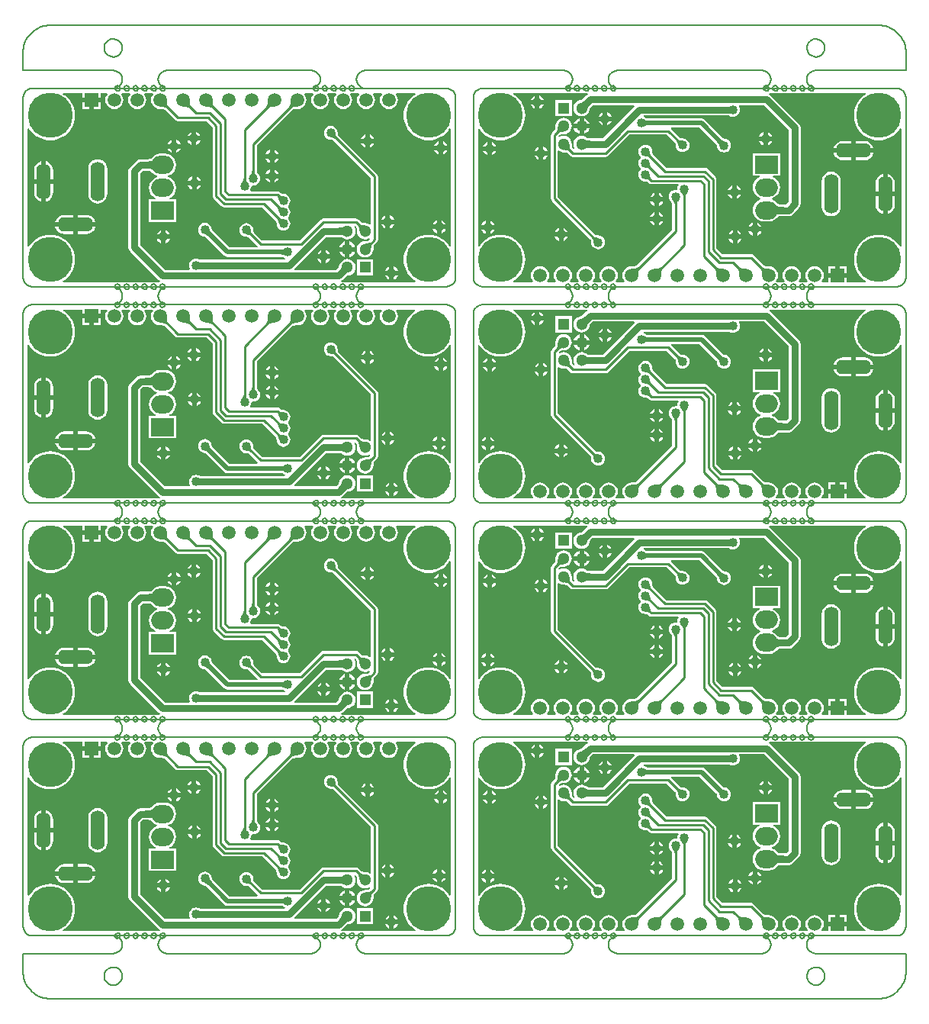
<source format=gbl>
G04*
G04 #@! TF.GenerationSoftware,Altium Limited,Altium Designer,18.0.7 (293)*
G04*
G04 Layer_Physical_Order=2*
G04 Layer_Color=16711680*
%FSLAX25Y25*%
%MOIN*%
G70*
G01*
G75*
%ADD18C,0.01000*%
%ADD19C,0.03000*%
%ADD20C,0.02000*%
%ADD21C,0.00787*%
%ADD22O,0.06299X0.15748*%
%ADD23O,0.15748X0.06299*%
%ADD24O,0.06299X0.17323*%
%ADD25O,0.09843X0.07874*%
%ADD26R,0.09843X0.07874*%
%ADD27C,0.05118*%
%ADD28R,0.05118X0.05118*%
%ADD29C,0.05906*%
%ADD30R,0.05906X0.05906*%
%ADD31C,0.19685*%
%ADD32C,0.04000*%
G36*
X469276Y547418D02*
X469075Y547213D01*
X468484Y546523D01*
X468389Y546383D01*
X468316Y546256D01*
X468263Y546141D01*
X468232Y546040D01*
X468223Y545952D01*
X465689Y548486D01*
X465777Y548495D01*
X465878Y548526D01*
X465993Y548579D01*
X466120Y548652D01*
X466260Y548747D01*
X466413Y548863D01*
X466758Y549159D01*
X467155Y549539D01*
X469276Y547418D01*
D02*
G37*
G36*
X341371Y546500D02*
X340946Y546497D01*
X340185Y546445D01*
X339849Y546397D01*
X339542Y546333D01*
X339264Y546255D01*
X339015Y546161D01*
X338795Y546052D01*
X338604Y545928D01*
X338443Y545789D01*
X337736Y546496D01*
X337875Y546657D01*
X337999Y546848D01*
X338108Y547067D01*
X338202Y547316D01*
X338281Y547594D01*
X338344Y547902D01*
X338393Y548238D01*
X338444Y548999D01*
X338447Y549423D01*
X341371Y546500D01*
D02*
G37*
G36*
X331370D02*
X330946Y546497D01*
X330186Y546445D01*
X329849Y546397D01*
X329542Y546333D01*
X329263Y546255D01*
X329014Y546161D01*
X328795Y546052D01*
X328604Y545928D01*
X328443Y545789D01*
X327736Y546496D01*
X327875Y546657D01*
X327999Y546848D01*
X328108Y547067D01*
X328202Y547316D01*
X328280Y547594D01*
X328344Y547902D01*
X328393Y548238D01*
X328444Y548999D01*
X328447Y549423D01*
X331370Y546500D01*
D02*
G37*
G36*
X304356Y548999D02*
X304407Y548238D01*
X304456Y547902D01*
X304520Y547594D01*
X304598Y547316D01*
X304692Y547067D01*
X304801Y546848D01*
X304925Y546657D01*
X305064Y546496D01*
X304357Y545789D01*
X304196Y545928D01*
X304005Y546052D01*
X303785Y546161D01*
X303537Y546255D01*
X303258Y546333D01*
X302951Y546397D01*
X302614Y546445D01*
X301854Y546497D01*
X301430Y546500D01*
X304353Y549423D01*
X304356Y548999D01*
D02*
G37*
G36*
X294356D02*
X294407Y548238D01*
X294456Y547902D01*
X294519Y547594D01*
X294598Y547316D01*
X294692Y547067D01*
X294801Y546848D01*
X294925Y546657D01*
X295064Y546496D01*
X294357Y545789D01*
X294196Y545928D01*
X294005Y546052D01*
X293786Y546161D01*
X293536Y546255D01*
X293258Y546333D01*
X292951Y546397D01*
X292615Y546445D01*
X291854Y546497D01*
X291429Y546500D01*
X294353Y549423D01*
X294356Y548999D01*
D02*
G37*
G36*
X284356D02*
X284407Y548238D01*
X284456Y547902D01*
X284520Y547594D01*
X284598Y547316D01*
X284692Y547067D01*
X284801Y546848D01*
X284925Y546657D01*
X285064Y546496D01*
X284357Y545789D01*
X284196Y545928D01*
X284005Y546052D01*
X283786Y546161D01*
X283537Y546255D01*
X283258Y546333D01*
X282951Y546397D01*
X282614Y546445D01*
X281854Y546497D01*
X281430Y546500D01*
X284353Y549423D01*
X284356Y548999D01*
D02*
G37*
G36*
X493141Y540677D02*
X493241Y540609D01*
X493355Y540549D01*
X493484Y540497D01*
X493627Y540453D01*
X493785Y540417D01*
X493957Y540389D01*
X494143Y540369D01*
X494559Y540353D01*
Y538353D01*
X494344Y538349D01*
X493957Y538317D01*
X493785Y538289D01*
X493627Y538253D01*
X493484Y538209D01*
X493355Y538157D01*
X493241Y538097D01*
X493141Y538029D01*
X493055Y537953D01*
Y540753D01*
X493141Y540677D01*
D02*
G37*
G36*
X457764Y535494D02*
X457414Y535491D01*
X456781Y535442D01*
X456499Y535398D01*
X456240Y535339D01*
X456003Y535267D01*
X455789Y535181D01*
X455598Y535080D01*
X455429Y534967D01*
X455283Y534839D01*
X454576Y535546D01*
X454704Y535692D01*
X454817Y535861D01*
X454917Y536052D01*
X455004Y536266D01*
X455076Y536503D01*
X455135Y536762D01*
X455180Y537044D01*
X455210Y537349D01*
X455231Y538027D01*
X457764Y535494D01*
D02*
G37*
G36*
X358003Y534773D02*
X358046Y534323D01*
X358085Y534119D01*
X358137Y533927D01*
X358200Y533750D01*
X358275Y533586D01*
X358362Y533435D01*
X358460Y533298D01*
X358571Y533174D01*
X357864Y532467D01*
X357741Y532578D01*
X357604Y532677D01*
X357453Y532764D01*
X357289Y532839D01*
X357111Y532902D01*
X356920Y532953D01*
X356715Y532993D01*
X356497Y533020D01*
X356265Y533035D01*
X356020Y533039D01*
X358000Y535019D01*
X358003Y534773D01*
D02*
G37*
G36*
X507986Y532113D02*
X508123Y532014D01*
X508274Y531927D01*
X508438Y531852D01*
X508616Y531789D01*
X508807Y531738D01*
X509012Y531699D01*
X509230Y531671D01*
X509461Y531656D01*
X509707Y531653D01*
X507727Y529673D01*
X507723Y529918D01*
X507681Y530368D01*
X507642Y530573D01*
X507590Y530764D01*
X507527Y530942D01*
X507452Y531106D01*
X507365Y531256D01*
X507266Y531393D01*
X507155Y531517D01*
X507863Y532224D01*
X507986Y532113D01*
D02*
G37*
G36*
X526616Y532184D02*
X526912Y531933D01*
X527053Y531831D01*
X527190Y531745D01*
X527322Y531675D01*
X527450Y531621D01*
X527574Y531582D01*
X527693Y531560D01*
X527807Y531553D01*
X525827Y529573D01*
X525820Y529687D01*
X525797Y529806D01*
X525759Y529929D01*
X525705Y530057D01*
X525635Y530189D01*
X525549Y530326D01*
X525447Y530468D01*
X525329Y530614D01*
X525046Y530919D01*
X526461Y532333D01*
X526616Y532184D01*
D02*
G37*
G36*
X467560Y531915D02*
X467654Y531865D01*
X467772Y531821D01*
X467913Y531784D01*
X468079Y531752D01*
X468270Y531725D01*
X468723Y531690D01*
X469273Y531679D01*
Y528679D01*
X468986Y528676D01*
X468079Y528606D01*
X467913Y528574D01*
X467772Y528536D01*
X467654Y528492D01*
X467560Y528443D01*
X467491Y528387D01*
Y531970D01*
X467560Y531915D01*
D02*
G37*
G36*
X460352Y529803D02*
X460400Y529170D01*
X460445Y528888D01*
X460503Y528629D01*
X460576Y528392D01*
X460662Y528178D01*
X460762Y527987D01*
X460876Y527818D01*
X461004Y527672D01*
X460297Y526965D01*
X460151Y527093D01*
X459982Y527206D01*
X459791Y527307D01*
X459577Y527393D01*
X459340Y527465D01*
X459080Y527524D01*
X458798Y527568D01*
X458493Y527599D01*
X457815Y527620D01*
X460349Y530153D01*
X460352Y529803D01*
D02*
G37*
G36*
X495530Y526587D02*
X495573Y526137D01*
X495612Y525933D01*
X495663Y525742D01*
X495726Y525564D01*
X495801Y525400D01*
X495888Y525249D01*
X495987Y525112D01*
X496098Y524989D01*
X495391Y524281D01*
X495267Y524392D01*
X495130Y524491D01*
X494980Y524578D01*
X494816Y524653D01*
X494638Y524716D01*
X494447Y524767D01*
X494242Y524807D01*
X494024Y524834D01*
X493792Y524849D01*
X493547Y524853D01*
X495527Y526833D01*
X495530Y526587D01*
D02*
G37*
G36*
Y521588D02*
X495573Y521138D01*
X495612Y520933D01*
X495663Y520742D01*
X495726Y520564D01*
X495801Y520400D01*
X495888Y520249D01*
X495987Y520112D01*
X496098Y519988D01*
X495391Y519281D01*
X495267Y519392D01*
X495130Y519491D01*
X494980Y519578D01*
X494816Y519653D01*
X494638Y519716D01*
X494447Y519768D01*
X494242Y519807D01*
X494024Y519834D01*
X493792Y519849D01*
X493547Y519853D01*
X495527Y521833D01*
X495530Y521588D01*
D02*
G37*
G36*
X278960Y518049D02*
X278919Y518332D01*
X278795Y518585D01*
X278589Y518809D01*
X278301Y519003D01*
X277930Y519167D01*
X277476Y519301D01*
X276940Y519405D01*
X276322Y519480D01*
X275621Y519524D01*
X274838Y519539D01*
Y522539D01*
X275621Y522554D01*
X276940Y522674D01*
X277476Y522778D01*
X277930Y522912D01*
X278301Y523076D01*
X278589Y523270D01*
X278795Y523493D01*
X278919Y523747D01*
X278960Y524030D01*
Y518049D01*
D02*
G37*
G36*
X322609Y518109D02*
X322636Y517942D01*
X322681Y517774D01*
X322744Y517605D01*
X322825Y517435D01*
X322924Y517264D01*
X323041Y517091D01*
X323176Y516918D01*
X323329Y516743D01*
X323500Y516567D01*
X320700D01*
X320871Y516743D01*
X321159Y517091D01*
X321276Y517264D01*
X321375Y517435D01*
X321456Y517605D01*
X321519Y517774D01*
X321564Y517942D01*
X321591Y518109D01*
X321600Y518275D01*
X322600D01*
X322609Y518109D01*
D02*
G37*
G36*
X495530Y516587D02*
X495573Y516138D01*
X495612Y515933D01*
X495663Y515742D01*
X495726Y515564D01*
X495801Y515400D01*
X495888Y515249D01*
X495987Y515112D01*
X496098Y514989D01*
X495391Y514281D01*
X495267Y514392D01*
X495130Y514491D01*
X494980Y514578D01*
X494816Y514653D01*
X494638Y514716D01*
X494447Y514768D01*
X494242Y514807D01*
X494024Y514834D01*
X493792Y514849D01*
X493547Y514853D01*
X495527Y516833D01*
X495530Y516587D01*
D02*
G37*
G36*
X318809Y514809D02*
X318836Y514642D01*
X318881Y514474D01*
X318944Y514305D01*
X319025Y514135D01*
X319124Y513964D01*
X319241Y513791D01*
X319376Y513618D01*
X319529Y513443D01*
X319700Y513267D01*
X316900D01*
X317071Y513443D01*
X317359Y513791D01*
X317476Y513964D01*
X317575Y514135D01*
X317656Y514305D01*
X317719Y514474D01*
X317764Y514642D01*
X317791Y514809D01*
X317800Y514975D01*
X318800D01*
X318809Y514809D01*
D02*
G37*
G36*
X511756Y508849D02*
X511468Y508500D01*
X511351Y508328D01*
X511252Y508156D01*
X511171Y507986D01*
X511108Y507817D01*
X511063Y507649D01*
X511036Y507482D01*
X511027Y507316D01*
X510027D01*
X510018Y507482D01*
X509991Y507649D01*
X509946Y507817D01*
X509883Y507986D01*
X509802Y508156D01*
X509703Y508328D01*
X509586Y508500D01*
X509451Y508674D01*
X509298Y508849D01*
X509127Y509024D01*
X511927D01*
X511756Y508849D01*
D02*
G37*
G36*
X333559Y507899D02*
X333696Y507800D01*
X333847Y507713D01*
X334011Y507638D01*
X334189Y507575D01*
X334380Y507524D01*
X334585Y507485D01*
X334803Y507457D01*
X335035Y507442D01*
X335280Y507439D01*
X333300Y505459D01*
X333297Y505704D01*
X333254Y506154D01*
X333215Y506359D01*
X333163Y506550D01*
X333100Y506727D01*
X333025Y506892D01*
X332938Y507042D01*
X332839Y507179D01*
X332729Y507303D01*
X333436Y508010D01*
X333559Y507899D01*
D02*
G37*
G36*
X507956Y505549D02*
X507668Y505200D01*
X507551Y505028D01*
X507452Y504856D01*
X507371Y504686D01*
X507308Y504517D01*
X507263Y504349D01*
X507236Y504182D01*
X507227Y504016D01*
X506227D01*
X506218Y504182D01*
X506191Y504349D01*
X506146Y504517D01*
X506083Y504686D01*
X506002Y504856D01*
X505903Y505028D01*
X505786Y505200D01*
X505651Y505374D01*
X505498Y505549D01*
X505327Y505724D01*
X508127D01*
X507956Y505549D01*
D02*
G37*
G36*
X589895Y551914D02*
X589123Y551441D01*
X587825Y550332D01*
X586717Y549035D01*
X585825Y547579D01*
X585172Y546003D01*
X584774Y544343D01*
X584640Y542642D01*
X584774Y540940D01*
X585172Y539281D01*
X585825Y537704D01*
X586717Y536249D01*
X587825Y534951D01*
X589123Y533843D01*
X590578Y532951D01*
X592155Y532298D01*
X593814Y531900D01*
X595516Y531766D01*
X597217Y531900D01*
X598877Y532298D01*
X600453Y532951D01*
X601908Y533843D01*
X603206Y534951D01*
X604315Y536249D01*
X604788Y537021D01*
X605288Y536880D01*
Y485412D01*
X604788Y485271D01*
X604315Y486042D01*
X603206Y487340D01*
X601908Y488448D01*
X600453Y489340D01*
X598877Y489993D01*
X597217Y490392D01*
X595516Y490526D01*
X593814Y490392D01*
X592155Y489993D01*
X590578Y489340D01*
X589123Y488448D01*
X587825Y487340D01*
X586717Y486042D01*
X585825Y484587D01*
X585172Y483010D01*
X584774Y481351D01*
X584640Y479650D01*
X584774Y477948D01*
X585172Y476289D01*
X585825Y474712D01*
X586717Y473257D01*
X587825Y471959D01*
X589123Y470851D01*
X589895Y470378D01*
X589754Y469878D01*
X581380D01*
Y471839D01*
X573474D01*
Y469878D01*
X570767D01*
X570521Y470378D01*
X570880Y470845D01*
X571278Y471807D01*
X571414Y472839D01*
X571278Y473871D01*
X570880Y474832D01*
X570246Y475658D01*
X569420Y476291D01*
X568459Y476690D01*
X567427Y476826D01*
X566395Y476690D01*
X565433Y476291D01*
X564608Y475658D01*
X563974Y474832D01*
X563576Y473871D01*
X563440Y472839D01*
X563576Y471807D01*
X563974Y470845D01*
X564333Y470378D01*
X564086Y469878D01*
X560767D01*
X560521Y470378D01*
X560880Y470845D01*
X561278Y471807D01*
X561414Y472839D01*
X561278Y473871D01*
X560880Y474832D01*
X560246Y475658D01*
X559420Y476291D01*
X558459Y476690D01*
X557427Y476826D01*
X556395Y476690D01*
X555433Y476291D01*
X554608Y475658D01*
X553974Y474832D01*
X553576Y473871D01*
X553440Y472839D01*
X553576Y471807D01*
X553974Y470845D01*
X554333Y470378D01*
X554086Y469878D01*
X550767D01*
X550521Y470378D01*
X550879Y470845D01*
X551278Y471807D01*
X551414Y472839D01*
X551278Y473871D01*
X550879Y474832D01*
X550246Y475658D01*
X549420Y476291D01*
X548459Y476690D01*
X547427Y476826D01*
X547320Y476811D01*
X547012Y476814D01*
X546320Y476861D01*
X546052Y476899D01*
X545811Y476949D01*
X545609Y477006D01*
X545448Y477067D01*
X545328Y477127D01*
X545253Y477175D01*
X540780Y481648D01*
X540284Y481980D01*
X539698Y482096D01*
X527160D01*
X524542Y484715D01*
Y514767D01*
X524426Y515352D01*
X524094Y515848D01*
X520608Y519334D01*
X520112Y519666D01*
X519527Y519782D01*
X502760D01*
X496763Y525779D01*
X496745Y525804D01*
X496709Y525868D01*
X496672Y525947D01*
X496638Y526045D01*
X496606Y526161D01*
X496583Y526282D01*
X496549Y526643D01*
X496547Y526808D01*
X496553Y526853D01*
X496450Y527636D01*
X496147Y528366D01*
X495666Y528992D01*
X495040Y529473D01*
X494310Y529776D01*
X493527Y529879D01*
X492744Y529776D01*
X492014Y529473D01*
X491387Y528992D01*
X490906Y528366D01*
X490604Y527636D01*
X490501Y526853D01*
X490604Y526070D01*
X490906Y525340D01*
X491387Y524713D01*
X491531Y524603D01*
Y524103D01*
X491387Y523992D01*
X490906Y523366D01*
X490604Y522636D01*
X490501Y521853D01*
X490604Y521070D01*
X490906Y520340D01*
X491387Y519713D01*
X491531Y519603D01*
Y519103D01*
X491387Y518992D01*
X490906Y518366D01*
X490604Y517636D01*
X490501Y516853D01*
X490604Y516070D01*
X490906Y515340D01*
X491387Y514713D01*
X492014Y514232D01*
X492744Y513930D01*
X493527Y513827D01*
X493572Y513833D01*
X493751Y513830D01*
X493927Y513819D01*
X494083Y513799D01*
X494219Y513773D01*
X494335Y513742D01*
X494432Y513707D01*
X494512Y513671D01*
X494576Y513634D01*
X494600Y513616D01*
X495045Y513171D01*
X495541Y512840D01*
X496127Y512723D01*
X507857D01*
X508104Y512223D01*
X507906Y511966D01*
X507604Y511236D01*
X507501Y510453D01*
X507038Y510138D01*
X506727Y510179D01*
X505944Y510076D01*
X505214Y509773D01*
X504587Y509292D01*
X504106Y508666D01*
X503804Y507936D01*
X503701Y507153D01*
X503804Y506370D01*
X504106Y505640D01*
X504587Y505013D01*
X504623Y504985D01*
X504748Y504857D01*
X504864Y504725D01*
X504961Y504600D01*
X505038Y504486D01*
X505098Y504382D01*
X505143Y504288D01*
X505173Y504206D01*
X505193Y504135D01*
X505197Y504105D01*
Y492772D01*
X489601Y477175D01*
X489526Y477127D01*
X489405Y477067D01*
X489244Y477006D01*
X489043Y476949D01*
X488802Y476899D01*
X488534Y476861D01*
X487842Y476814D01*
X487534Y476811D01*
X487427Y476826D01*
X486395Y476690D01*
X485433Y476291D01*
X484608Y475658D01*
X483974Y474832D01*
X483576Y473871D01*
X483440Y472839D01*
X483576Y471807D01*
X483974Y470845D01*
X484333Y470378D01*
X484086Y469878D01*
X480767D01*
X480521Y470378D01*
X480879Y470845D01*
X481278Y471807D01*
X481414Y472839D01*
X481278Y473871D01*
X480879Y474832D01*
X480246Y475658D01*
X479420Y476291D01*
X478459Y476690D01*
X477427Y476826D01*
X476395Y476690D01*
X475433Y476291D01*
X474608Y475658D01*
X473974Y474832D01*
X473576Y473871D01*
X473440Y472839D01*
X473576Y471807D01*
X473974Y470845D01*
X474333Y470378D01*
X474086Y469878D01*
X470767D01*
X470521Y470378D01*
X470880Y470845D01*
X471278Y471807D01*
X471414Y472839D01*
X471278Y473871D01*
X470880Y474832D01*
X470246Y475658D01*
X469420Y476291D01*
X468459Y476690D01*
X467427Y476826D01*
X466395Y476690D01*
X465433Y476291D01*
X464608Y475658D01*
X463974Y474832D01*
X463576Y473871D01*
X463440Y472839D01*
X463576Y471807D01*
X463974Y470845D01*
X464333Y470378D01*
X464086Y469878D01*
X460767D01*
X460521Y470378D01*
X460880Y470845D01*
X461278Y471807D01*
X461414Y472839D01*
X461278Y473871D01*
X460880Y474832D01*
X460246Y475658D01*
X459420Y476291D01*
X458459Y476690D01*
X457427Y476826D01*
X456395Y476690D01*
X455433Y476291D01*
X454608Y475658D01*
X453974Y474832D01*
X453576Y473871D01*
X453440Y472839D01*
X453576Y471807D01*
X453974Y470845D01*
X454333Y470378D01*
X454086Y469878D01*
X450767D01*
X450521Y470378D01*
X450879Y470845D01*
X451278Y471807D01*
X451414Y472839D01*
X451278Y473871D01*
X450879Y474832D01*
X450246Y475658D01*
X449420Y476291D01*
X448459Y476690D01*
X447427Y476826D01*
X446395Y476690D01*
X445433Y476291D01*
X444608Y475658D01*
X443974Y474832D01*
X443576Y473871D01*
X443440Y472839D01*
X443576Y471807D01*
X443974Y470845D01*
X444333Y470378D01*
X444086Y469878D01*
X435923D01*
X435782Y470378D01*
X436554Y470851D01*
X437852Y471959D01*
X438960Y473257D01*
X439852Y474712D01*
X440505Y476289D01*
X440904Y477948D01*
X441038Y479650D01*
X440904Y481351D01*
X440505Y483010D01*
X439852Y484587D01*
X438960Y486042D01*
X437852Y487340D01*
X436554Y488448D01*
X435099Y489340D01*
X433522Y489993D01*
X431863Y490392D01*
X430161Y490526D01*
X428460Y490392D01*
X426800Y489993D01*
X425224Y489340D01*
X423769Y488448D01*
X422471Y487340D01*
X421362Y486042D01*
X420890Y485271D01*
X420390Y485412D01*
Y536880D01*
X420890Y537021D01*
X421362Y536249D01*
X422471Y534951D01*
X423769Y533843D01*
X425224Y532951D01*
X426800Y532298D01*
X428460Y531900D01*
X430161Y531766D01*
X431863Y531900D01*
X433522Y532298D01*
X435099Y532951D01*
X436554Y533843D01*
X437852Y534951D01*
X438960Y536249D01*
X439852Y537704D01*
X440505Y539281D01*
X440904Y540940D01*
X441038Y542642D01*
X440904Y544343D01*
X440505Y546003D01*
X439852Y547579D01*
X438960Y549035D01*
X437852Y550332D01*
X436554Y551441D01*
X435782Y551914D01*
X435923Y552414D01*
X468122D01*
X468273Y551914D01*
X467587Y551455D01*
X465890Y549757D01*
X465773Y549657D01*
X465666Y549576D01*
X465578Y549517D01*
X465552Y549502D01*
X464735Y549394D01*
X463869Y549036D01*
X463125Y548465D01*
X462555Y547722D01*
X462196Y546856D01*
X462074Y545927D01*
X462196Y544998D01*
X462555Y544132D01*
X463125Y543388D01*
X463869Y542818D01*
X464735Y542459D01*
X465664Y542337D01*
X466593Y542459D01*
X467459Y542818D01*
X468202Y543388D01*
X468773Y544132D01*
X469131Y544998D01*
X469239Y545815D01*
X469254Y545841D01*
X469296Y545903D01*
X469600Y546258D01*
X470446Y547104D01*
X488566D01*
X488773Y546604D01*
X474897Y532728D01*
X468532D01*
X468378Y532740D01*
X468246Y532758D01*
X468142Y532778D01*
X468113Y532786D01*
X467459Y533288D01*
X466593Y533646D01*
X465664Y533769D01*
X464735Y533646D01*
X463869Y533288D01*
X463125Y532717D01*
X462555Y531974D01*
X462196Y531108D01*
X462074Y530179D01*
X462196Y529250D01*
X462492Y528537D01*
X462332Y528112D01*
X462229Y527987D01*
X462157Y527975D01*
X461675Y528456D01*
X461639Y528510D01*
X461589Y528606D01*
X461538Y528732D01*
X461490Y528890D01*
X461447Y529081D01*
X461414Y529289D01*
X461371Y529846D01*
X461369Y530098D01*
X461379Y530179D01*
X461257Y531108D01*
X460899Y531974D01*
X460328Y532717D01*
X459585Y533288D01*
X458719Y533646D01*
X457790Y533769D01*
X456861Y533646D01*
X456148Y533351D01*
X455723Y533510D01*
X455598Y533613D01*
X455586Y533686D01*
X456067Y534167D01*
X456121Y534203D01*
X456217Y534254D01*
X456343Y534305D01*
X456501Y534353D01*
X456692Y534396D01*
X456900Y534429D01*
X457457Y534471D01*
X457709Y534474D01*
X457790Y534463D01*
X458719Y534585D01*
X459585Y534944D01*
X460328Y535514D01*
X460899Y536258D01*
X461257Y537124D01*
X461379Y538053D01*
X461257Y538982D01*
X460899Y539848D01*
X460328Y540591D01*
X459585Y541162D01*
X458719Y541520D01*
X457790Y541643D01*
X456861Y541520D01*
X455995Y541162D01*
X455251Y540591D01*
X454681Y539848D01*
X454322Y538982D01*
X454200Y538053D01*
X454209Y537981D01*
X454192Y537416D01*
X454168Y537176D01*
X454133Y536955D01*
X454090Y536764D01*
X454042Y536606D01*
X453991Y536480D01*
X453940Y536384D01*
X453904Y536330D01*
X452649Y535075D01*
X452318Y534579D01*
X452201Y533994D01*
Y506349D01*
X452318Y505764D01*
X452649Y505267D01*
X469590Y488326D01*
X469608Y488302D01*
X469645Y488238D01*
X469681Y488158D01*
X469716Y488061D01*
X469747Y487945D01*
X469770Y487823D01*
X469804Y487463D01*
X469807Y487298D01*
X469801Y487253D01*
X469904Y486470D01*
X470206Y485740D01*
X470687Y485113D01*
X471314Y484632D01*
X472044Y484330D01*
X472827Y484227D01*
X473610Y484330D01*
X474340Y484632D01*
X474966Y485113D01*
X475447Y485740D01*
X475750Y486470D01*
X475853Y487253D01*
X475750Y488036D01*
X475447Y488766D01*
X474966Y489392D01*
X474340Y489873D01*
X473610Y490176D01*
X472827Y490279D01*
X472782Y490273D01*
X472602Y490275D01*
X472427Y490287D01*
X472271Y490306D01*
X472135Y490333D01*
X472018Y490364D01*
X471921Y490398D01*
X471842Y490435D01*
X471778Y490471D01*
X471753Y490489D01*
X455260Y506982D01*
Y527069D01*
X455709Y527290D01*
X455995Y527070D01*
X456861Y526711D01*
X457790Y526589D01*
X457861Y526598D01*
X458426Y526581D01*
X458667Y526557D01*
X458888Y526522D01*
X459078Y526479D01*
X459236Y526431D01*
X459363Y526379D01*
X459459Y526329D01*
X459512Y526293D01*
X460767Y525038D01*
X461264Y524707D01*
X461849Y524590D01*
X476136D01*
X476722Y524707D01*
X477218Y525038D01*
X486503Y534323D01*
X502893D01*
X506490Y530726D01*
X506508Y530702D01*
X506545Y530638D01*
X506581Y530558D01*
X506616Y530461D01*
X506647Y530345D01*
X506670Y530224D01*
X506705Y529863D01*
X506707Y529698D01*
X506701Y529653D01*
X506804Y528870D01*
X507106Y528140D01*
X507587Y527513D01*
X508214Y527032D01*
X508944Y526730D01*
X509727Y526627D01*
X510510Y526730D01*
X511240Y527032D01*
X511866Y527513D01*
X512347Y528140D01*
X512650Y528870D01*
X512753Y529653D01*
X512650Y530436D01*
X512347Y531166D01*
X511866Y531792D01*
X511240Y532273D01*
X510510Y532576D01*
X509727Y532679D01*
X509682Y532673D01*
X509502Y532675D01*
X509327Y532687D01*
X509171Y532706D01*
X509035Y532732D01*
X508919Y532764D01*
X508821Y532798D01*
X508742Y532835D01*
X508678Y532871D01*
X508653Y532889D01*
X504729Y536814D01*
X504891Y537290D01*
X504910Y537314D01*
X517182D01*
X524591Y529905D01*
X524636Y529849D01*
X524702Y529757D01*
X524751Y529679D01*
X524783Y529618D01*
X524801Y529577D01*
X524803Y529570D01*
X524801Y529553D01*
X524904Y528770D01*
X525206Y528040D01*
X525687Y527413D01*
X526314Y526932D01*
X527044Y526630D01*
X527827Y526527D01*
X528610Y526630D01*
X529340Y526932D01*
X529966Y527413D01*
X530447Y528040D01*
X530750Y528770D01*
X530853Y529553D01*
X530750Y530336D01*
X530447Y531066D01*
X529966Y531692D01*
X529340Y532173D01*
X528610Y532476D01*
X527827Y532579D01*
X527810Y532576D01*
X527802Y532579D01*
X527761Y532596D01*
X527701Y532628D01*
X527623Y532677D01*
X527540Y532737D01*
X527451Y532812D01*
X519469Y540795D01*
X518807Y541237D01*
X518027Y541392D01*
X494164D01*
X494093Y541400D01*
X493980Y541418D01*
X493891Y541438D01*
X493825Y541459D01*
X493784Y541475D01*
X493777Y541479D01*
X493766Y541492D01*
X493140Y541973D01*
X492825Y542104D01*
X492924Y542604D01*
X530121D01*
X530214Y542532D01*
X530944Y542230D01*
X531727Y542127D01*
X532510Y542230D01*
X533240Y542532D01*
X533866Y543013D01*
X534347Y543640D01*
X534650Y544370D01*
X534753Y545153D01*
X534650Y545936D01*
X534373Y546604D01*
X534560Y547096D01*
X534563Y547104D01*
X545328D01*
X556178Y536254D01*
Y505009D01*
X554970Y503801D01*
X553011D01*
X552598Y503827D01*
X552045Y503894D01*
X551593Y503982D01*
X551435Y504029D01*
X550864Y504773D01*
X549832Y505564D01*
X548826Y505981D01*
Y506523D01*
X549832Y506939D01*
X550864Y507731D01*
X551655Y508762D01*
X552152Y509963D01*
X552322Y511252D01*
X552152Y512541D01*
X551655Y513742D01*
X550864Y514773D01*
X549832Y515564D01*
X549228Y515815D01*
X549327Y516315D01*
X552280D01*
Y526189D01*
X540437D01*
Y516315D01*
X543390D01*
X543489Y515815D01*
X542884Y515564D01*
X541853Y514773D01*
X541061Y513742D01*
X540564Y512541D01*
X540394Y511252D01*
X540564Y509963D01*
X541061Y508762D01*
X541853Y507731D01*
X542884Y506939D01*
X543891Y506523D01*
Y505981D01*
X542884Y505564D01*
X541853Y504773D01*
X541061Y503742D01*
X540564Y502541D01*
X540394Y501252D01*
X540564Y499963D01*
X541061Y498762D01*
X541853Y497731D01*
X542884Y496939D01*
X544085Y496442D01*
X545374Y496272D01*
X547342D01*
X548631Y496442D01*
X549832Y496939D01*
X550864Y497731D01*
X551435Y498475D01*
X551593Y498522D01*
X552030Y498607D01*
X553092Y498703D01*
X556026D01*
X557001Y498897D01*
X557828Y499449D01*
X560529Y502150D01*
X561082Y502977D01*
X561276Y503953D01*
Y537310D01*
X561082Y538285D01*
X560529Y539112D01*
X548186Y551455D01*
X547500Y551914D01*
X547652Y552414D01*
X589754D01*
X589895Y551914D01*
D02*
G37*
G36*
X333559Y502899D02*
X333696Y502800D01*
X333847Y502713D01*
X334011Y502638D01*
X334189Y502575D01*
X334380Y502524D01*
X334585Y502485D01*
X334803Y502457D01*
X335035Y502442D01*
X335280Y502438D01*
X333300Y500459D01*
X333297Y500704D01*
X333254Y501154D01*
X333215Y501359D01*
X333163Y501550D01*
X333100Y501727D01*
X333025Y501892D01*
X332938Y502042D01*
X332839Y502179D01*
X332729Y502303D01*
X333436Y503010D01*
X333559Y502899D01*
D02*
G37*
G36*
X549908Y503959D02*
X550031Y503706D01*
X550238Y503482D01*
X550526Y503289D01*
X550897Y503125D01*
X551351Y502990D01*
X551887Y502886D01*
X552505Y502811D01*
X553206Y502767D01*
X553989Y502752D01*
Y499752D01*
X553206Y499737D01*
X551887Y499618D01*
X551351Y499513D01*
X550897Y499379D01*
X550526Y499215D01*
X550238Y499021D01*
X550031Y498798D01*
X549908Y498544D01*
X549866Y498261D01*
Y504243D01*
X549908Y503959D01*
D02*
G37*
G36*
X333559Y497899D02*
X333696Y497800D01*
X333847Y497713D01*
X334011Y497638D01*
X334189Y497575D01*
X334380Y497524D01*
X334585Y497485D01*
X334803Y497457D01*
X335035Y497442D01*
X335280Y497438D01*
X333300Y495459D01*
X333297Y495704D01*
X333254Y496154D01*
X333215Y496359D01*
X333163Y496550D01*
X333100Y496727D01*
X333025Y496892D01*
X332938Y497042D01*
X332839Y497179D01*
X332729Y497303D01*
X333436Y498010D01*
X333559Y497899D01*
D02*
G37*
G36*
X368676Y495199D02*
X368845Y495085D01*
X369036Y494985D01*
X369250Y494899D01*
X369487Y494826D01*
X369746Y494768D01*
X370029Y494723D01*
X370334Y494692D01*
X371011Y494671D01*
X368478Y492138D01*
X368475Y492488D01*
X368427Y493121D01*
X368382Y493403D01*
X368323Y493663D01*
X368251Y493899D01*
X368165Y494113D01*
X368065Y494305D01*
X367951Y494474D01*
X367823Y494619D01*
X368530Y495327D01*
X368676Y495199D01*
D02*
G37*
G36*
X361335Y490321D02*
X361266Y490377D01*
X361173Y490426D01*
X361055Y490470D01*
X360913Y490508D01*
X360747Y490540D01*
X360557Y490566D01*
X360104Y490601D01*
X359554Y490613D01*
Y493613D01*
X359841Y493615D01*
X360747Y493685D01*
X360913Y493717D01*
X361055Y493755D01*
X361173Y493799D01*
X361266Y493849D01*
X361335Y493904D01*
Y490321D01*
D02*
G37*
G36*
X321103Y492373D02*
X321146Y491923D01*
X321185Y491719D01*
X321236Y491527D01*
X321300Y491350D01*
X321375Y491186D01*
X321462Y491035D01*
X321561Y490898D01*
X321671Y490774D01*
X320964Y490067D01*
X320841Y490178D01*
X320704Y490277D01*
X320553Y490364D01*
X320389Y490439D01*
X320211Y490502D01*
X320020Y490553D01*
X319815Y490593D01*
X319597Y490620D01*
X319365Y490635D01*
X319120Y490639D01*
X321100Y492619D01*
X321103Y492373D01*
D02*
G37*
G36*
X303007Y492604D02*
X303029Y492486D01*
X303068Y492362D01*
X303122Y492234D01*
X303192Y492102D01*
X303278Y491965D01*
X303380Y491824D01*
X303498Y491678D01*
X303780Y491372D01*
X302366Y489958D01*
X302211Y490107D01*
X301915Y490359D01*
X301774Y490460D01*
X301637Y490546D01*
X301504Y490617D01*
X301376Y490671D01*
X301253Y490709D01*
X301134Y490732D01*
X301020Y490739D01*
X303000Y492719D01*
X303007Y492604D01*
D02*
G37*
G36*
X247447Y552414D02*
Y550453D01*
X255353D01*
Y552414D01*
X258059D01*
X258306Y551914D01*
X257947Y551446D01*
X257549Y550485D01*
X257413Y549453D01*
X257549Y548421D01*
X257947Y547459D01*
X258581Y546634D01*
X259407Y546000D01*
X260368Y545602D01*
X261400Y545466D01*
X262432Y545602D01*
X263393Y546000D01*
X264219Y546634D01*
X264853Y547459D01*
X265251Y548421D01*
X265387Y549453D01*
X265251Y550485D01*
X264853Y551446D01*
X264494Y551914D01*
X264741Y552414D01*
X268059D01*
X268306Y551914D01*
X267947Y551446D01*
X267549Y550485D01*
X267413Y549453D01*
X267549Y548421D01*
X267947Y547459D01*
X268581Y546634D01*
X269407Y546000D01*
X270368Y545602D01*
X271400Y545466D01*
X272432Y545602D01*
X273393Y546000D01*
X274219Y546634D01*
X274853Y547459D01*
X275251Y548421D01*
X275387Y549453D01*
X275251Y550485D01*
X274853Y551446D01*
X274494Y551914D01*
X274741Y552414D01*
X278059D01*
X278306Y551914D01*
X277947Y551446D01*
X277549Y550485D01*
X277413Y549453D01*
X277549Y548421D01*
X277947Y547459D01*
X278581Y546634D01*
X279407Y546000D01*
X280368Y545602D01*
X281400Y545466D01*
X281507Y545480D01*
X281815Y545478D01*
X282507Y545431D01*
X282775Y545392D01*
X283016Y545342D01*
X283217Y545285D01*
X283378Y545225D01*
X283499Y545165D01*
X283574Y545116D01*
X288047Y540643D01*
X288543Y540311D01*
X289128Y540195D01*
X301666D01*
X304285Y537577D01*
Y507524D01*
X304401Y506939D01*
X304733Y506443D01*
X308219Y502957D01*
X308715Y502626D01*
X309300Y502509D01*
X326066D01*
X332064Y496512D01*
X332081Y496488D01*
X332118Y496424D01*
X332155Y496344D01*
X332189Y496247D01*
X332220Y496131D01*
X332243Y496009D01*
X332278Y495648D01*
X332280Y495484D01*
X332274Y495439D01*
X332377Y494655D01*
X332680Y493926D01*
X333160Y493299D01*
X333787Y492818D01*
X334517Y492516D01*
X335300Y492413D01*
X336083Y492516D01*
X336813Y492818D01*
X337440Y493299D01*
X337920Y493926D01*
X338223Y494655D01*
X338326Y495439D01*
X338223Y496222D01*
X337920Y496951D01*
X337440Y497578D01*
X337296Y497689D01*
Y498189D01*
X337440Y498299D01*
X337920Y498926D01*
X338223Y499655D01*
X338326Y500439D01*
X338223Y501222D01*
X337920Y501952D01*
X337440Y502578D01*
X337296Y502689D01*
Y503189D01*
X337440Y503299D01*
X337920Y503926D01*
X338223Y504655D01*
X338326Y505439D01*
X338223Y506222D01*
X337920Y506952D01*
X337440Y507578D01*
X336813Y508059D01*
X336083Y508361D01*
X335300Y508464D01*
X335255Y508459D01*
X335076Y508461D01*
X334900Y508473D01*
X334744Y508492D01*
X334608Y508518D01*
X334492Y508549D01*
X334395Y508584D01*
X334315Y508620D01*
X334251Y508657D01*
X334226Y508675D01*
X333781Y509120D01*
X333285Y509452D01*
X332700Y509568D01*
X320969D01*
X320723Y510068D01*
X320920Y510326D01*
X321223Y511055D01*
X321326Y511839D01*
X321789Y512154D01*
X322100Y512113D01*
X322883Y512216D01*
X323613Y512518D01*
X324240Y512999D01*
X324721Y513626D01*
X325023Y514355D01*
X325126Y515139D01*
X325023Y515922D01*
X324721Y516651D01*
X324240Y517278D01*
X324203Y517306D01*
X324078Y517435D01*
X323963Y517567D01*
X323866Y517691D01*
X323788Y517805D01*
X323728Y517910D01*
X323684Y518003D01*
X323653Y518085D01*
X323634Y518156D01*
X323629Y518186D01*
Y529519D01*
X339226Y545116D01*
X339301Y545165D01*
X339422Y545225D01*
X339583Y545285D01*
X339784Y545342D01*
X340025Y545392D01*
X340293Y545431D01*
X340985Y545478D01*
X341293Y545480D01*
X341400Y545466D01*
X342432Y545602D01*
X343393Y546000D01*
X344219Y546634D01*
X344853Y547459D01*
X345251Y548421D01*
X345387Y549453D01*
X345251Y550485D01*
X344853Y551446D01*
X344494Y551914D01*
X344741Y552414D01*
X348059D01*
X348306Y551914D01*
X347947Y551446D01*
X347549Y550485D01*
X347413Y549453D01*
X347549Y548421D01*
X347947Y547459D01*
X348581Y546634D01*
X349407Y546000D01*
X350368Y545602D01*
X351400Y545466D01*
X352432Y545602D01*
X353393Y546000D01*
X354219Y546634D01*
X354853Y547459D01*
X355251Y548421D01*
X355387Y549453D01*
X355251Y550485D01*
X354853Y551446D01*
X354494Y551914D01*
X354741Y552414D01*
X358059D01*
X358306Y551914D01*
X357947Y551446D01*
X357549Y550485D01*
X357413Y549453D01*
X357549Y548421D01*
X357947Y547459D01*
X358581Y546634D01*
X359407Y546000D01*
X360368Y545602D01*
X361400Y545466D01*
X362432Y545602D01*
X363393Y546000D01*
X364219Y546634D01*
X364853Y547459D01*
X365251Y548421D01*
X365387Y549453D01*
X365251Y550485D01*
X364853Y551446D01*
X364494Y551914D01*
X364741Y552414D01*
X368059D01*
X368306Y551914D01*
X367947Y551446D01*
X367549Y550485D01*
X367413Y549453D01*
X367549Y548421D01*
X367947Y547459D01*
X368581Y546634D01*
X369407Y546000D01*
X370368Y545602D01*
X371400Y545466D01*
X372432Y545602D01*
X373393Y546000D01*
X374219Y546634D01*
X374853Y547459D01*
X375251Y548421D01*
X375387Y549453D01*
X375251Y550485D01*
X374853Y551446D01*
X374494Y551914D01*
X374741Y552414D01*
X378059D01*
X378306Y551914D01*
X377947Y551446D01*
X377549Y550485D01*
X377413Y549453D01*
X377549Y548421D01*
X377947Y547459D01*
X378581Y546634D01*
X379407Y546000D01*
X380368Y545602D01*
X381400Y545466D01*
X382432Y545602D01*
X383393Y546000D01*
X384219Y546634D01*
X384853Y547459D01*
X385251Y548421D01*
X385387Y549453D01*
X385251Y550485D01*
X384853Y551446D01*
X384494Y551914D01*
X384741Y552414D01*
X392903D01*
X393044Y551914D01*
X392273Y551441D01*
X390975Y550332D01*
X389866Y549035D01*
X388975Y547579D01*
X388322Y546003D01*
X387923Y544343D01*
X387789Y542642D01*
X387923Y540940D01*
X388322Y539281D01*
X388975Y537704D01*
X389866Y536249D01*
X390975Y534951D01*
X392273Y533843D01*
X393728Y532951D01*
X395304Y532298D01*
X396964Y531900D01*
X398665Y531766D01*
X400367Y531900D01*
X402026Y532298D01*
X403603Y532951D01*
X405058Y533843D01*
X406356Y534951D01*
X407464Y536249D01*
X407937Y537021D01*
X408437Y536880D01*
Y485412D01*
X407937Y485271D01*
X407464Y486042D01*
X406356Y487340D01*
X405058Y488448D01*
X403603Y489340D01*
X402026Y489993D01*
X400367Y490392D01*
X398665Y490526D01*
X396964Y490392D01*
X395304Y489993D01*
X393728Y489340D01*
X392273Y488448D01*
X390975Y487340D01*
X389866Y486042D01*
X388975Y484587D01*
X388322Y483010D01*
X387923Y481351D01*
X387789Y479650D01*
X387923Y477948D01*
X388322Y476289D01*
X388975Y474712D01*
X389866Y473257D01*
X390975Y471959D01*
X392273Y470851D01*
X393044Y470378D01*
X392903Y469878D01*
X360705D01*
X360553Y470378D01*
X361239Y470836D01*
X362937Y472534D01*
X363054Y472634D01*
X363161Y472715D01*
X363249Y472775D01*
X363275Y472789D01*
X364092Y472897D01*
X364958Y473256D01*
X365701Y473826D01*
X366272Y474570D01*
X366630Y475435D01*
X366753Y476365D01*
X366630Y477294D01*
X366272Y478160D01*
X365701Y478903D01*
X364958Y479473D01*
X364092Y479832D01*
X363163Y479954D01*
X362234Y479832D01*
X361368Y479473D01*
X360625Y478903D01*
X360054Y478160D01*
X359696Y477294D01*
X359588Y476476D01*
X359573Y476450D01*
X359531Y476388D01*
X359227Y476033D01*
X358381Y475188D01*
X340261D01*
X340054Y475688D01*
X353930Y489564D01*
X360295D01*
X360448Y489552D01*
X360581Y489534D01*
X360685Y489513D01*
X360714Y489506D01*
X361368Y489004D01*
X362234Y488645D01*
X363163Y488523D01*
X364092Y488645D01*
X364958Y489004D01*
X365701Y489574D01*
X366272Y490318D01*
X366630Y491184D01*
X366753Y492113D01*
X366630Y493042D01*
X366335Y493754D01*
X366494Y494179D01*
X366597Y494305D01*
X366670Y494317D01*
X367151Y493835D01*
X367188Y493782D01*
X367238Y493686D01*
X367289Y493559D01*
X367337Y493401D01*
X367380Y493211D01*
X367413Y493002D01*
X367456Y492445D01*
X367458Y492194D01*
X367447Y492113D01*
X367570Y491184D01*
X367928Y490318D01*
X368499Y489574D01*
X369242Y489004D01*
X370108Y488645D01*
X371037Y488523D01*
X371966Y488645D01*
X372679Y488940D01*
X373103Y488781D01*
X373229Y488678D01*
X373241Y488605D01*
X372760Y488124D01*
X372706Y488088D01*
X372610Y488038D01*
X372483Y487987D01*
X372325Y487938D01*
X372135Y487895D01*
X371927Y487862D01*
X371370Y487820D01*
X371118Y487818D01*
X371037Y487828D01*
X370108Y487706D01*
X369242Y487347D01*
X368499Y486777D01*
X367928Y486033D01*
X367570Y485168D01*
X367447Y484239D01*
X367570Y483310D01*
X367928Y482444D01*
X368499Y481700D01*
X369242Y481130D01*
X370108Y480771D01*
X371037Y480649D01*
X371966Y480771D01*
X372832Y481130D01*
X373575Y481700D01*
X374146Y482444D01*
X374504Y483310D01*
X374627Y484239D01*
X374617Y484310D01*
X374634Y484875D01*
X374659Y485115D01*
X374694Y485337D01*
X374737Y485527D01*
X374785Y485685D01*
X374836Y485812D01*
X374886Y485908D01*
X374923Y485961D01*
X376178Y487216D01*
X376509Y487712D01*
X376625Y488298D01*
Y515942D01*
X376509Y516528D01*
X376178Y517024D01*
X359237Y533965D01*
X359219Y533990D01*
X359182Y534054D01*
X359145Y534133D01*
X359111Y534230D01*
X359080Y534347D01*
X359056Y534468D01*
X359022Y534829D01*
X359020Y534993D01*
X359026Y535039D01*
X358923Y535822D01*
X358621Y536552D01*
X358140Y537178D01*
X357513Y537659D01*
X356783Y537961D01*
X356000Y538064D01*
X355217Y537961D01*
X354487Y537659D01*
X353860Y537178D01*
X353380Y536552D01*
X353077Y535822D01*
X352974Y535039D01*
X353077Y534255D01*
X353380Y533526D01*
X353860Y532899D01*
X354487Y532418D01*
X355217Y532116D01*
X356000Y532013D01*
X356045Y532019D01*
X356224Y532016D01*
X356400Y532004D01*
X356556Y531985D01*
X356692Y531959D01*
X356808Y531928D01*
X356905Y531893D01*
X356985Y531857D01*
X357049Y531820D01*
X357074Y531802D01*
X373567Y515309D01*
Y495223D01*
X373118Y495002D01*
X372832Y495221D01*
X371966Y495580D01*
X371037Y495702D01*
X370966Y495693D01*
X370400Y495710D01*
X370160Y495734D01*
X369939Y495770D01*
X369749Y495812D01*
X369590Y495861D01*
X369464Y495912D01*
X369368Y495962D01*
X369314Y495998D01*
X368059Y497253D01*
X367563Y497585D01*
X366978Y497701D01*
X352690D01*
X352105Y497585D01*
X351609Y497253D01*
X342324Y487968D01*
X325934D01*
X322337Y491565D01*
X322319Y491590D01*
X322282Y491654D01*
X322245Y491733D01*
X322211Y491830D01*
X322180Y491947D01*
X322157Y492068D01*
X322122Y492429D01*
X322120Y492593D01*
X322126Y492639D01*
X322023Y493422D01*
X321721Y494151D01*
X321240Y494778D01*
X320613Y495259D01*
X319883Y495561D01*
X319100Y495665D01*
X318317Y495561D01*
X317587Y495259D01*
X316960Y494778D01*
X316479Y494151D01*
X316177Y493422D01*
X316074Y492639D01*
X316177Y491855D01*
X316479Y491126D01*
X316960Y490499D01*
X317587Y490018D01*
X318317Y489716D01*
X319100Y489613D01*
X319145Y489619D01*
X319324Y489616D01*
X319500Y489605D01*
X319656Y489585D01*
X319792Y489559D01*
X319908Y489528D01*
X320005Y489493D01*
X320085Y489457D01*
X320149Y489420D01*
X320174Y489402D01*
X324098Y485478D01*
X323936Y485002D01*
X323917Y484978D01*
X311645D01*
X304236Y492386D01*
X304191Y492442D01*
X304124Y492535D01*
X304076Y492613D01*
X304043Y492673D01*
X304026Y492714D01*
X304024Y492722D01*
X304026Y492739D01*
X303923Y493522D01*
X303621Y494251D01*
X303140Y494878D01*
X302513Y495359D01*
X301783Y495661D01*
X301000Y495764D01*
X300217Y495661D01*
X299487Y495359D01*
X298860Y494878D01*
X298379Y494251D01*
X298077Y493522D01*
X297974Y492739D01*
X298077Y491955D01*
X298379Y491226D01*
X298860Y490599D01*
X299487Y490118D01*
X300217Y489816D01*
X301000Y489713D01*
X301017Y489715D01*
X301024Y489713D01*
X301065Y489695D01*
X301126Y489663D01*
X301204Y489614D01*
X301286Y489555D01*
X301376Y489479D01*
X309358Y481497D01*
X310020Y481055D01*
X310800Y480899D01*
X334663D01*
X334734Y480892D01*
X334846Y480873D01*
X334936Y480853D01*
X335002Y480833D01*
X335043Y480816D01*
X335050Y480812D01*
X335060Y480799D01*
X335687Y480318D01*
X336002Y480188D01*
X335903Y479688D01*
X298706D01*
X298613Y479759D01*
X297883Y480061D01*
X297100Y480164D01*
X296317Y480061D01*
X295587Y479759D01*
X294960Y479278D01*
X294479Y478652D01*
X294177Y477922D01*
X294074Y477139D01*
X294177Y476355D01*
X294454Y475688D01*
X294267Y475195D01*
X294264Y475188D01*
X283499D01*
X272649Y486038D01*
Y517283D01*
X273857Y518491D01*
X275815D01*
X276228Y518464D01*
X276782Y518397D01*
X277234Y518309D01*
X277392Y518262D01*
X277963Y517518D01*
X278994Y516727D01*
X280001Y516310D01*
Y515769D01*
X278994Y515352D01*
X277963Y514561D01*
X277172Y513529D01*
X276674Y512328D01*
X276505Y511039D01*
X276674Y509751D01*
X277172Y508550D01*
X277963Y507518D01*
X278994Y506727D01*
X279599Y506476D01*
X279500Y505976D01*
X276547D01*
Y496102D01*
X288390D01*
Y505976D01*
X285437D01*
X285338Y506476D01*
X285943Y506727D01*
X286974Y507518D01*
X287765Y508550D01*
X288263Y509751D01*
X288432Y511039D01*
X288263Y512328D01*
X287765Y513529D01*
X286974Y514561D01*
X285943Y515352D01*
X284936Y515769D01*
Y516310D01*
X285943Y516727D01*
X286974Y517518D01*
X287765Y518550D01*
X288263Y519751D01*
X288432Y521039D01*
X288263Y522328D01*
X287765Y523529D01*
X286974Y524561D01*
X285943Y525352D01*
X284742Y525849D01*
X283453Y526019D01*
X281484D01*
X280195Y525849D01*
X278994Y525352D01*
X277963Y524561D01*
X277392Y523816D01*
X277234Y523770D01*
X276797Y523684D01*
X275735Y523588D01*
X272801D01*
X271825Y523394D01*
X270999Y522842D01*
X268298Y520141D01*
X267745Y519314D01*
X267551Y518339D01*
Y484982D01*
X267745Y484006D01*
X268298Y483179D01*
X280641Y470836D01*
X281327Y470378D01*
X281175Y469878D01*
X239073D01*
X238932Y470378D01*
X239704Y470851D01*
X241002Y471959D01*
X242110Y473257D01*
X243002Y474712D01*
X243655Y476289D01*
X244053Y477948D01*
X244187Y479650D01*
X244053Y481351D01*
X243655Y483010D01*
X243002Y484587D01*
X242110Y486042D01*
X241002Y487340D01*
X239704Y488448D01*
X238249Y489340D01*
X236672Y489993D01*
X235012Y490392D01*
X233311Y490526D01*
X231610Y490392D01*
X229950Y489993D01*
X228373Y489340D01*
X226918Y488448D01*
X225621Y487340D01*
X224512Y486042D01*
X224039Y485271D01*
X223539Y485412D01*
Y536880D01*
X224039Y537021D01*
X224512Y536249D01*
X225621Y534951D01*
X226918Y533843D01*
X228373Y532951D01*
X229950Y532298D01*
X231610Y531900D01*
X233311Y531766D01*
X235012Y531900D01*
X236672Y532298D01*
X238249Y532951D01*
X239704Y533843D01*
X241002Y534951D01*
X242110Y536249D01*
X243002Y537704D01*
X243655Y539281D01*
X244053Y540940D01*
X244187Y542642D01*
X244053Y544343D01*
X243655Y546003D01*
X243002Y547579D01*
X242110Y549035D01*
X241002Y550332D01*
X239704Y551441D01*
X238932Y551914D01*
X239073Y552414D01*
X247447D01*
D02*
G37*
G36*
X471086Y489713D02*
X471223Y489614D01*
X471374Y489527D01*
X471538Y489452D01*
X471716Y489389D01*
X471907Y489338D01*
X472112Y489299D01*
X472330Y489271D01*
X472562Y489256D01*
X472807Y489253D01*
X470827Y487273D01*
X470823Y487518D01*
X470781Y487968D01*
X470742Y488173D01*
X470690Y488364D01*
X470627Y488542D01*
X470552Y488706D01*
X470465Y488856D01*
X470366Y488994D01*
X470255Y489117D01*
X470962Y489824D01*
X471086Y489713D01*
D02*
G37*
G36*
X374251Y486745D02*
X374123Y486599D01*
X374009Y486431D01*
X373909Y486239D01*
X373823Y486025D01*
X373751Y485789D01*
X373692Y485529D01*
X373647Y485247D01*
X373616Y484942D01*
X373596Y484264D01*
X371063Y486798D01*
X371413Y486801D01*
X372045Y486849D01*
X372327Y486894D01*
X372587Y486952D01*
X372824Y487025D01*
X373038Y487111D01*
X373229Y487211D01*
X373398Y487325D01*
X373544Y487453D01*
X374251Y486745D01*
D02*
G37*
G36*
X335772Y481539D02*
X335686Y481615D01*
X335586Y481683D01*
X335472Y481743D01*
X335343Y481795D01*
X335200Y481839D01*
X335042Y481875D01*
X334870Y481903D01*
X334684Y481923D01*
X334268Y481939D01*
Y483939D01*
X334483Y483943D01*
X334870Y483975D01*
X335042Y484003D01*
X335200Y484039D01*
X335343Y484083D01*
X335472Y484135D01*
X335586Y484195D01*
X335686Y484263D01*
X335772Y484339D01*
Y481539D01*
D02*
G37*
G36*
X544631Y476364D02*
X544822Y476239D01*
X545041Y476131D01*
X545290Y476037D01*
X545568Y475958D01*
X545876Y475894D01*
X546212Y475846D01*
X546973Y475794D01*
X547397Y475791D01*
X544474Y472868D01*
X544471Y473292D01*
X544419Y474053D01*
X544371Y474390D01*
X544307Y474697D01*
X544229Y474975D01*
X544135Y475224D01*
X544026Y475444D01*
X543902Y475634D01*
X543763Y475796D01*
X544470Y476503D01*
X544631Y476364D01*
D02*
G37*
G36*
X534631D02*
X534822Y476239D01*
X535041Y476131D01*
X535290Y476037D01*
X535568Y475958D01*
X535876Y475894D01*
X536212Y475846D01*
X536973Y475794D01*
X537397Y475791D01*
X534474Y472868D01*
X534471Y473292D01*
X534419Y474053D01*
X534371Y474390D01*
X534307Y474697D01*
X534229Y474975D01*
X534135Y475224D01*
X534026Y475444D01*
X533902Y475634D01*
X533763Y475796D01*
X534470Y476503D01*
X534631Y476364D01*
D02*
G37*
G36*
X524631D02*
X524822Y476239D01*
X525041Y476131D01*
X525290Y476037D01*
X525568Y475958D01*
X525876Y475894D01*
X526212Y475846D01*
X526973Y475794D01*
X527397Y475791D01*
X524474Y472868D01*
X524471Y473292D01*
X524419Y474053D01*
X524371Y474390D01*
X524307Y474697D01*
X524229Y474975D01*
X524135Y475224D01*
X524026Y475444D01*
X523902Y475634D01*
X523763Y475796D01*
X524470Y476503D01*
X524631Y476364D01*
D02*
G37*
G36*
X501091Y475796D02*
X500952Y475634D01*
X500828Y475444D01*
X500719Y475224D01*
X500625Y474975D01*
X500546Y474697D01*
X500483Y474390D01*
X500434Y474053D01*
X500383Y473292D01*
X500379Y472868D01*
X497456Y475791D01*
X497881Y475794D01*
X498641Y475846D01*
X498978Y475894D01*
X499285Y475958D01*
X499563Y476037D01*
X499812Y476131D01*
X500032Y476239D01*
X500222Y476364D01*
X500384Y476503D01*
X501091Y475796D01*
D02*
G37*
G36*
X491091D02*
X490952Y475634D01*
X490828Y475444D01*
X490719Y475224D01*
X490625Y474975D01*
X490546Y474697D01*
X490483Y474390D01*
X490434Y474053D01*
X490382Y473292D01*
X490379Y472868D01*
X487456Y475791D01*
X487881Y475794D01*
X488641Y475846D01*
X488978Y475894D01*
X489285Y475958D01*
X489563Y476037D01*
X489812Y476131D01*
X490032Y476239D01*
X490222Y476364D01*
X490384Y476503D01*
X491091Y475796D01*
D02*
G37*
G36*
X363137Y473806D02*
X363049Y473796D01*
X362948Y473765D01*
X362834Y473713D01*
X362707Y473639D01*
X362567Y473544D01*
X362414Y473428D01*
X362069Y473133D01*
X361672Y472752D01*
X359550Y474873D01*
X359751Y475078D01*
X360343Y475769D01*
X360437Y475909D01*
X360511Y476036D01*
X360563Y476150D01*
X360594Y476251D01*
X360604Y476339D01*
X363137Y473806D01*
D02*
G37*
G36*
X469276Y452930D02*
X469075Y452725D01*
X468484Y452035D01*
X468389Y451895D01*
X468316Y451767D01*
X468263Y451653D01*
X468232Y451552D01*
X468223Y451464D01*
X465689Y453998D01*
X465777Y454007D01*
X465878Y454038D01*
X465993Y454091D01*
X466120Y454164D01*
X466260Y454259D01*
X466413Y454375D01*
X466758Y454670D01*
X467155Y455051D01*
X469276Y452930D01*
D02*
G37*
G36*
X341371Y452012D02*
X340946Y452009D01*
X340185Y451957D01*
X339849Y451909D01*
X339542Y451845D01*
X339264Y451766D01*
X339015Y451673D01*
X338795Y451564D01*
X338604Y451440D01*
X338443Y451300D01*
X337736Y452008D01*
X337875Y452169D01*
X337999Y452359D01*
X338108Y452579D01*
X338202Y452828D01*
X338281Y453106D01*
X338344Y453413D01*
X338393Y453750D01*
X338444Y454511D01*
X338447Y454935D01*
X341371Y452012D01*
D02*
G37*
G36*
X331370D02*
X330946Y452009D01*
X330186Y451957D01*
X329849Y451909D01*
X329542Y451845D01*
X329263Y451766D01*
X329014Y451673D01*
X328795Y451564D01*
X328604Y451440D01*
X328443Y451300D01*
X327736Y452008D01*
X327875Y452169D01*
X327999Y452359D01*
X328108Y452579D01*
X328202Y452828D01*
X328280Y453106D01*
X328344Y453413D01*
X328393Y453750D01*
X328444Y454511D01*
X328447Y454935D01*
X331370Y452012D01*
D02*
G37*
G36*
X304356Y454511D02*
X304407Y453750D01*
X304456Y453413D01*
X304520Y453106D01*
X304598Y452828D01*
X304692Y452579D01*
X304801Y452359D01*
X304925Y452169D01*
X305064Y452008D01*
X304357Y451300D01*
X304196Y451440D01*
X304005Y451564D01*
X303785Y451673D01*
X303537Y451766D01*
X303258Y451845D01*
X302951Y451909D01*
X302614Y451957D01*
X301854Y452009D01*
X301430Y452012D01*
X304353Y454935D01*
X304356Y454511D01*
D02*
G37*
G36*
X294356D02*
X294407Y453750D01*
X294456Y453413D01*
X294519Y453106D01*
X294598Y452828D01*
X294692Y452579D01*
X294801Y452359D01*
X294925Y452169D01*
X295064Y452008D01*
X294357Y451300D01*
X294196Y451440D01*
X294005Y451564D01*
X293786Y451673D01*
X293536Y451766D01*
X293258Y451845D01*
X292951Y451909D01*
X292615Y451957D01*
X291854Y452009D01*
X291429Y452012D01*
X294353Y454935D01*
X294356Y454511D01*
D02*
G37*
G36*
X284356D02*
X284407Y453750D01*
X284456Y453413D01*
X284520Y453106D01*
X284598Y452828D01*
X284692Y452579D01*
X284801Y452359D01*
X284925Y452169D01*
X285064Y452008D01*
X284357Y451300D01*
X284196Y451440D01*
X284005Y451564D01*
X283786Y451673D01*
X283537Y451766D01*
X283258Y451845D01*
X282951Y451909D01*
X282614Y451957D01*
X281854Y452009D01*
X281430Y452012D01*
X284353Y454935D01*
X284356Y454511D01*
D02*
G37*
G36*
X493141Y446189D02*
X493241Y446121D01*
X493355Y446061D01*
X493484Y446009D01*
X493627Y445965D01*
X493785Y445929D01*
X493957Y445901D01*
X494143Y445881D01*
X494559Y445865D01*
Y443865D01*
X494344Y443861D01*
X493957Y443829D01*
X493785Y443801D01*
X493627Y443765D01*
X493484Y443721D01*
X493355Y443669D01*
X493241Y443609D01*
X493141Y443541D01*
X493055Y443465D01*
Y446265D01*
X493141Y446189D01*
D02*
G37*
G36*
X457764Y441006D02*
X457414Y441002D01*
X456781Y440954D01*
X456499Y440909D01*
X456240Y440851D01*
X456003Y440778D01*
X455789Y440692D01*
X455598Y440592D01*
X455429Y440478D01*
X455283Y440351D01*
X454576Y441058D01*
X454704Y441204D01*
X454817Y441372D01*
X454917Y441564D01*
X455004Y441778D01*
X455076Y442015D01*
X455135Y442274D01*
X455180Y442556D01*
X455210Y442861D01*
X455231Y443539D01*
X457764Y441006D01*
D02*
G37*
G36*
X358003Y440285D02*
X358046Y439835D01*
X358085Y439630D01*
X358137Y439439D01*
X358200Y439262D01*
X358275Y439097D01*
X358362Y438947D01*
X358460Y438810D01*
X358571Y438686D01*
X357864Y437979D01*
X357741Y438090D01*
X357604Y438189D01*
X357453Y438276D01*
X357289Y438351D01*
X357111Y438414D01*
X356920Y438465D01*
X356715Y438504D01*
X356497Y438532D01*
X356265Y438547D01*
X356020Y438551D01*
X358000Y440530D01*
X358003Y440285D01*
D02*
G37*
G36*
X507986Y437625D02*
X508123Y437526D01*
X508274Y437439D01*
X508438Y437364D01*
X508616Y437301D01*
X508807Y437250D01*
X509012Y437211D01*
X509230Y437183D01*
X509461Y437168D01*
X509707Y437164D01*
X507727Y435185D01*
X507723Y435430D01*
X507681Y435880D01*
X507642Y436085D01*
X507590Y436276D01*
X507527Y436453D01*
X507452Y436618D01*
X507365Y436768D01*
X507266Y436905D01*
X507155Y437029D01*
X507863Y437736D01*
X507986Y437625D01*
D02*
G37*
G36*
X526616Y437696D02*
X526912Y437444D01*
X527053Y437343D01*
X527190Y437257D01*
X527322Y437187D01*
X527450Y437132D01*
X527574Y437094D01*
X527693Y437071D01*
X527807Y437065D01*
X525827Y435085D01*
X525820Y435199D01*
X525797Y435318D01*
X525759Y435441D01*
X525705Y435569D01*
X525635Y435701D01*
X525549Y435838D01*
X525447Y435979D01*
X525329Y436125D01*
X525046Y436431D01*
X526461Y437845D01*
X526616Y437696D01*
D02*
G37*
G36*
X467560Y437427D02*
X467654Y437377D01*
X467772Y437333D01*
X467913Y437295D01*
X468079Y437263D01*
X468270Y437237D01*
X468723Y437202D01*
X469273Y437190D01*
Y434191D01*
X468986Y434188D01*
X468079Y434118D01*
X467913Y434086D01*
X467772Y434048D01*
X467654Y434004D01*
X467560Y433955D01*
X467491Y433899D01*
Y437482D01*
X467560Y437427D01*
D02*
G37*
G36*
X460352Y435315D02*
X460400Y434682D01*
X460445Y434400D01*
X460503Y434141D01*
X460576Y433904D01*
X460662Y433690D01*
X460762Y433498D01*
X460876Y433330D01*
X461004Y433184D01*
X460297Y432477D01*
X460151Y432604D01*
X459982Y432718D01*
X459791Y432818D01*
X459577Y432904D01*
X459340Y432977D01*
X459080Y433036D01*
X458798Y433080D01*
X458493Y433111D01*
X457815Y433132D01*
X460349Y435665D01*
X460352Y435315D01*
D02*
G37*
G36*
X495530Y432099D02*
X495573Y431649D01*
X495612Y431445D01*
X495663Y431253D01*
X495726Y431076D01*
X495801Y430912D01*
X495888Y430761D01*
X495987Y430624D01*
X496098Y430500D01*
X495391Y429793D01*
X495267Y429904D01*
X495130Y430003D01*
X494980Y430090D01*
X494816Y430165D01*
X494638Y430228D01*
X494447Y430279D01*
X494242Y430318D01*
X494024Y430346D01*
X493792Y430361D01*
X493547Y430365D01*
X495527Y432345D01*
X495530Y432099D01*
D02*
G37*
G36*
Y427099D02*
X495573Y426649D01*
X495612Y426445D01*
X495663Y426253D01*
X495726Y426076D01*
X495801Y425912D01*
X495888Y425761D01*
X495987Y425624D01*
X496098Y425500D01*
X495391Y424793D01*
X495267Y424904D01*
X495130Y425003D01*
X494980Y425090D01*
X494816Y425165D01*
X494638Y425228D01*
X494447Y425279D01*
X494242Y425318D01*
X494024Y425346D01*
X493792Y425361D01*
X493547Y425365D01*
X495527Y427345D01*
X495530Y427099D01*
D02*
G37*
G36*
X278960Y423560D02*
X278919Y423844D01*
X278795Y424097D01*
X278589Y424321D01*
X278301Y424515D01*
X277930Y424679D01*
X277476Y424813D01*
X276940Y424917D01*
X276322Y424992D01*
X275621Y425036D01*
X274838Y425051D01*
Y428051D01*
X275621Y428066D01*
X276940Y428185D01*
X277476Y428290D01*
X277930Y428424D01*
X278301Y428588D01*
X278589Y428782D01*
X278795Y429005D01*
X278919Y429259D01*
X278960Y429542D01*
Y423560D01*
D02*
G37*
G36*
X322609Y423621D02*
X322636Y423454D01*
X322681Y423286D01*
X322744Y423117D01*
X322825Y422947D01*
X322924Y422775D01*
X323041Y422603D01*
X323176Y422429D01*
X323329Y422255D01*
X323500Y422079D01*
X320700D01*
X320871Y422255D01*
X321159Y422603D01*
X321276Y422775D01*
X321375Y422947D01*
X321456Y423117D01*
X321519Y423286D01*
X321564Y423454D01*
X321591Y423621D01*
X321600Y423787D01*
X322600D01*
X322609Y423621D01*
D02*
G37*
G36*
X495530Y422099D02*
X495573Y421649D01*
X495612Y421445D01*
X495663Y421253D01*
X495726Y421076D01*
X495801Y420912D01*
X495888Y420761D01*
X495987Y420624D01*
X496098Y420500D01*
X495391Y419793D01*
X495267Y419904D01*
X495130Y420003D01*
X494980Y420090D01*
X494816Y420165D01*
X494638Y420228D01*
X494447Y420279D01*
X494242Y420319D01*
X494024Y420346D01*
X493792Y420361D01*
X493547Y420365D01*
X495527Y422345D01*
X495530Y422099D01*
D02*
G37*
G36*
X318809Y420321D02*
X318836Y420154D01*
X318881Y419986D01*
X318944Y419817D01*
X319025Y419647D01*
X319124Y419475D01*
X319241Y419303D01*
X319376Y419129D01*
X319529Y418955D01*
X319700Y418779D01*
X316900D01*
X317071Y418955D01*
X317359Y419303D01*
X317476Y419475D01*
X317575Y419647D01*
X317656Y419817D01*
X317719Y419986D01*
X317764Y420154D01*
X317791Y420321D01*
X317800Y420487D01*
X318800D01*
X318809Y420321D01*
D02*
G37*
G36*
X511756Y414360D02*
X511468Y414012D01*
X511351Y413839D01*
X511252Y413668D01*
X511171Y413498D01*
X511108Y413329D01*
X511063Y413161D01*
X511036Y412994D01*
X511027Y412828D01*
X510027D01*
X510018Y412994D01*
X509991Y413161D01*
X509946Y413329D01*
X509883Y413498D01*
X509802Y413668D01*
X509703Y413839D01*
X509586Y414012D01*
X509451Y414186D01*
X509298Y414360D01*
X509127Y414536D01*
X511927D01*
X511756Y414360D01*
D02*
G37*
G36*
X333559Y413411D02*
X333696Y413312D01*
X333847Y413225D01*
X334011Y413150D01*
X334189Y413087D01*
X334380Y413036D01*
X334585Y412996D01*
X334803Y412969D01*
X335035Y412954D01*
X335280Y412950D01*
X333300Y410970D01*
X333297Y411216D01*
X333254Y411666D01*
X333215Y411870D01*
X333163Y412062D01*
X333100Y412239D01*
X333025Y412403D01*
X332938Y412554D01*
X332839Y412691D01*
X332729Y412815D01*
X333436Y413522D01*
X333559Y413411D01*
D02*
G37*
G36*
X507956Y411060D02*
X507668Y410712D01*
X507551Y410539D01*
X507452Y410368D01*
X507371Y410198D01*
X507308Y410029D01*
X507263Y409861D01*
X507236Y409694D01*
X507227Y409528D01*
X506227D01*
X506218Y409694D01*
X506191Y409861D01*
X506146Y410029D01*
X506083Y410198D01*
X506002Y410368D01*
X505903Y410539D01*
X505786Y410712D01*
X505651Y410886D01*
X505498Y411060D01*
X505327Y411236D01*
X508127D01*
X507956Y411060D01*
D02*
G37*
G36*
X589895Y457425D02*
X589123Y456952D01*
X587825Y455844D01*
X586717Y454546D01*
X585825Y453091D01*
X585172Y451514D01*
X584774Y449855D01*
X584640Y448153D01*
X584774Y446452D01*
X585172Y444793D01*
X585825Y443216D01*
X586717Y441761D01*
X587825Y440463D01*
X589123Y439355D01*
X590578Y438463D01*
X592155Y437810D01*
X593814Y437411D01*
X595516Y437278D01*
X597217Y437411D01*
X598877Y437810D01*
X600453Y438463D01*
X601908Y439355D01*
X603206Y440463D01*
X604315Y441761D01*
X604788Y442533D01*
X605288Y442392D01*
Y390923D01*
X604788Y390782D01*
X604315Y391554D01*
X603206Y392852D01*
X601908Y393960D01*
X600453Y394852D01*
X598877Y395505D01*
X597217Y395904D01*
X595516Y396038D01*
X593814Y395904D01*
X592155Y395505D01*
X590578Y394852D01*
X589123Y393960D01*
X587825Y392852D01*
X586717Y391554D01*
X585825Y390099D01*
X585172Y388522D01*
X584774Y386863D01*
X584640Y385161D01*
X584774Y383460D01*
X585172Y381801D01*
X585825Y380224D01*
X586717Y378769D01*
X587825Y377471D01*
X589123Y376362D01*
X589895Y375889D01*
X589754Y375390D01*
X581380D01*
Y377350D01*
X573474D01*
Y375390D01*
X570767D01*
X570521Y375889D01*
X570880Y376357D01*
X571278Y377319D01*
X571414Y378350D01*
X571278Y379382D01*
X570880Y380344D01*
X570246Y381170D01*
X569420Y381803D01*
X568459Y382201D01*
X567427Y382337D01*
X566395Y382201D01*
X565433Y381803D01*
X564608Y381170D01*
X563974Y380344D01*
X563576Y379382D01*
X563440Y378350D01*
X563576Y377319D01*
X563974Y376357D01*
X564333Y375889D01*
X564086Y375390D01*
X560767D01*
X560521Y375889D01*
X560880Y376357D01*
X561278Y377319D01*
X561414Y378350D01*
X561278Y379382D01*
X560880Y380344D01*
X560246Y381170D01*
X559420Y381803D01*
X558459Y382201D01*
X557427Y382337D01*
X556395Y382201D01*
X555433Y381803D01*
X554608Y381170D01*
X553974Y380344D01*
X553576Y379382D01*
X553440Y378350D01*
X553576Y377319D01*
X553974Y376357D01*
X554333Y375889D01*
X554086Y375390D01*
X550767D01*
X550521Y375889D01*
X550879Y376357D01*
X551278Y377319D01*
X551414Y378350D01*
X551278Y379382D01*
X550879Y380344D01*
X550246Y381170D01*
X549420Y381803D01*
X548459Y382201D01*
X547427Y382337D01*
X547320Y382323D01*
X547012Y382326D01*
X546320Y382372D01*
X546052Y382411D01*
X545811Y382461D01*
X545609Y382518D01*
X545448Y382578D01*
X545328Y382638D01*
X545253Y382687D01*
X540780Y387160D01*
X540284Y387492D01*
X539698Y387608D01*
X527160D01*
X524542Y390227D01*
Y420279D01*
X524426Y420864D01*
X524094Y421360D01*
X520608Y424846D01*
X520112Y425177D01*
X519527Y425294D01*
X502760D01*
X496763Y431291D01*
X496745Y431316D01*
X496709Y431380D01*
X496672Y431459D01*
X496638Y431556D01*
X496606Y431673D01*
X496583Y431794D01*
X496549Y432155D01*
X496547Y432319D01*
X496553Y432365D01*
X496450Y433148D01*
X496147Y433878D01*
X495666Y434504D01*
X495040Y434985D01*
X494310Y435287D01*
X493527Y435391D01*
X492744Y435287D01*
X492014Y434985D01*
X491387Y434504D01*
X490906Y433878D01*
X490604Y433148D01*
X490501Y432365D01*
X490604Y431581D01*
X490906Y430852D01*
X491387Y430225D01*
X491531Y430115D01*
Y429615D01*
X491387Y429504D01*
X490906Y428877D01*
X490604Y428148D01*
X490501Y427365D01*
X490604Y426581D01*
X490906Y425852D01*
X491387Y425225D01*
X491531Y425115D01*
Y424615D01*
X491387Y424504D01*
X490906Y423877D01*
X490604Y423148D01*
X490501Y422365D01*
X490604Y421581D01*
X490906Y420852D01*
X491387Y420225D01*
X492014Y419744D01*
X492744Y419442D01*
X493527Y419339D01*
X493572Y419345D01*
X493751Y419342D01*
X493927Y419331D01*
X494083Y419311D01*
X494219Y419285D01*
X494335Y419254D01*
X494432Y419219D01*
X494512Y419183D01*
X494576Y419146D01*
X494600Y419128D01*
X495045Y418683D01*
X495541Y418352D01*
X496127Y418235D01*
X507857D01*
X508104Y417735D01*
X507906Y417478D01*
X507604Y416748D01*
X507501Y415965D01*
X507038Y415650D01*
X506727Y415691D01*
X505944Y415587D01*
X505214Y415285D01*
X504587Y414804D01*
X504106Y414178D01*
X503804Y413448D01*
X503701Y412665D01*
X503804Y411881D01*
X504106Y411152D01*
X504587Y410525D01*
X504623Y410497D01*
X504748Y410369D01*
X504864Y410236D01*
X504961Y410112D01*
X505038Y409998D01*
X505098Y409893D01*
X505143Y409800D01*
X505173Y409718D01*
X505193Y409647D01*
X505197Y409617D01*
Y398284D01*
X489601Y382687D01*
X489526Y382638D01*
X489405Y382578D01*
X489244Y382518D01*
X489043Y382461D01*
X488802Y382411D01*
X488534Y382372D01*
X487842Y382326D01*
X487534Y382323D01*
X487427Y382337D01*
X486395Y382201D01*
X485433Y381803D01*
X484608Y381170D01*
X483974Y380344D01*
X483576Y379382D01*
X483440Y378350D01*
X483576Y377319D01*
X483974Y376357D01*
X484333Y375889D01*
X484086Y375390D01*
X480767D01*
X480521Y375889D01*
X480879Y376357D01*
X481278Y377319D01*
X481414Y378350D01*
X481278Y379382D01*
X480879Y380344D01*
X480246Y381170D01*
X479420Y381803D01*
X478459Y382201D01*
X477427Y382337D01*
X476395Y382201D01*
X475433Y381803D01*
X474608Y381170D01*
X473974Y380344D01*
X473576Y379382D01*
X473440Y378350D01*
X473576Y377319D01*
X473974Y376357D01*
X474333Y375889D01*
X474086Y375390D01*
X470767D01*
X470521Y375889D01*
X470880Y376357D01*
X471278Y377319D01*
X471414Y378350D01*
X471278Y379382D01*
X470880Y380344D01*
X470246Y381170D01*
X469420Y381803D01*
X468459Y382201D01*
X467427Y382337D01*
X466395Y382201D01*
X465433Y381803D01*
X464608Y381170D01*
X463974Y380344D01*
X463576Y379382D01*
X463440Y378350D01*
X463576Y377319D01*
X463974Y376357D01*
X464333Y375889D01*
X464086Y375390D01*
X460767D01*
X460521Y375889D01*
X460880Y376357D01*
X461278Y377319D01*
X461414Y378350D01*
X461278Y379382D01*
X460880Y380344D01*
X460246Y381170D01*
X459420Y381803D01*
X458459Y382201D01*
X457427Y382337D01*
X456395Y382201D01*
X455433Y381803D01*
X454608Y381170D01*
X453974Y380344D01*
X453576Y379382D01*
X453440Y378350D01*
X453576Y377319D01*
X453974Y376357D01*
X454333Y375889D01*
X454086Y375390D01*
X450767D01*
X450521Y375889D01*
X450879Y376357D01*
X451278Y377319D01*
X451414Y378350D01*
X451278Y379382D01*
X450879Y380344D01*
X450246Y381170D01*
X449420Y381803D01*
X448459Y382201D01*
X447427Y382337D01*
X446395Y382201D01*
X445433Y381803D01*
X444608Y381170D01*
X443974Y380344D01*
X443576Y379382D01*
X443440Y378350D01*
X443576Y377319D01*
X443974Y376357D01*
X444333Y375889D01*
X444086Y375390D01*
X435923D01*
X435782Y375889D01*
X436554Y376362D01*
X437852Y377471D01*
X438960Y378769D01*
X439852Y380224D01*
X440505Y381801D01*
X440904Y383460D01*
X441038Y385161D01*
X440904Y386863D01*
X440505Y388522D01*
X439852Y390099D01*
X438960Y391554D01*
X437852Y392852D01*
X436554Y393960D01*
X435099Y394852D01*
X433522Y395505D01*
X431863Y395904D01*
X430161Y396038D01*
X428460Y395904D01*
X426800Y395505D01*
X425224Y394852D01*
X423769Y393960D01*
X422471Y392852D01*
X421362Y391554D01*
X420890Y390782D01*
X420390Y390923D01*
Y442392D01*
X420890Y442533D01*
X421362Y441761D01*
X422471Y440463D01*
X423769Y439355D01*
X425224Y438463D01*
X426800Y437810D01*
X428460Y437411D01*
X430161Y437278D01*
X431863Y437411D01*
X433522Y437810D01*
X435099Y438463D01*
X436554Y439355D01*
X437852Y440463D01*
X438960Y441761D01*
X439852Y443216D01*
X440505Y444793D01*
X440904Y446452D01*
X441038Y448153D01*
X440904Y449855D01*
X440505Y451514D01*
X439852Y453091D01*
X438960Y454546D01*
X437852Y455844D01*
X436554Y456952D01*
X435782Y457425D01*
X435923Y457925D01*
X468122D01*
X468273Y457425D01*
X467587Y456967D01*
X465890Y455269D01*
X465773Y455169D01*
X465666Y455088D01*
X465578Y455029D01*
X465552Y455014D01*
X464735Y454906D01*
X463869Y454547D01*
X463125Y453977D01*
X462555Y453233D01*
X462196Y452368D01*
X462074Y451439D01*
X462196Y450510D01*
X462555Y449644D01*
X463125Y448900D01*
X463869Y448330D01*
X464735Y447971D01*
X465664Y447849D01*
X466593Y447971D01*
X467459Y448330D01*
X468202Y448900D01*
X468773Y449644D01*
X469131Y450510D01*
X469239Y451327D01*
X469254Y451353D01*
X469296Y451415D01*
X469600Y451770D01*
X470446Y452616D01*
X488566D01*
X488773Y452116D01*
X474897Y438239D01*
X468532D01*
X468378Y438251D01*
X468246Y438270D01*
X468142Y438290D01*
X468113Y438298D01*
X467459Y438799D01*
X466593Y439158D01*
X465664Y439280D01*
X464735Y439158D01*
X463869Y438799D01*
X463125Y438229D01*
X462555Y437485D01*
X462196Y436620D01*
X462074Y435690D01*
X462196Y434761D01*
X462492Y434049D01*
X462332Y433624D01*
X462229Y433499D01*
X462157Y433487D01*
X461675Y433968D01*
X461639Y434022D01*
X461589Y434118D01*
X461538Y434244D01*
X461490Y434402D01*
X461447Y434592D01*
X461414Y434801D01*
X461371Y435358D01*
X461369Y435609D01*
X461379Y435690D01*
X461257Y436620D01*
X460899Y437485D01*
X460328Y438229D01*
X459585Y438799D01*
X458719Y439158D01*
X457790Y439280D01*
X456861Y439158D01*
X456148Y438863D01*
X455723Y439022D01*
X455598Y439125D01*
X455586Y439198D01*
X456067Y439679D01*
X456121Y439715D01*
X456217Y439765D01*
X456343Y439816D01*
X456501Y439865D01*
X456692Y439908D01*
X456900Y439941D01*
X457457Y439983D01*
X457709Y439986D01*
X457790Y439975D01*
X458719Y440097D01*
X459585Y440456D01*
X460328Y441026D01*
X460899Y441770D01*
X461257Y442635D01*
X461379Y443565D01*
X461257Y444494D01*
X460899Y445359D01*
X460328Y446103D01*
X459585Y446673D01*
X458719Y447032D01*
X457790Y447154D01*
X456861Y447032D01*
X455995Y446673D01*
X455251Y446103D01*
X454681Y445359D01*
X454322Y444494D01*
X454200Y443565D01*
X454209Y443493D01*
X454192Y442928D01*
X454168Y442688D01*
X454133Y442466D01*
X454090Y442276D01*
X454042Y442118D01*
X453991Y441991D01*
X453940Y441895D01*
X453904Y441842D01*
X452649Y440587D01*
X452318Y440091D01*
X452201Y439505D01*
Y411861D01*
X452318Y411275D01*
X452649Y410779D01*
X469590Y393838D01*
X469608Y393813D01*
X469645Y393750D01*
X469681Y393670D01*
X469716Y393573D01*
X469747Y393456D01*
X469770Y393335D01*
X469804Y392974D01*
X469807Y392810D01*
X469801Y392765D01*
X469904Y391981D01*
X470206Y391252D01*
X470687Y390625D01*
X471314Y390144D01*
X472044Y389842D01*
X472827Y389739D01*
X473610Y389842D01*
X474340Y390144D01*
X474966Y390625D01*
X475447Y391252D01*
X475750Y391981D01*
X475853Y392765D01*
X475750Y393548D01*
X475447Y394278D01*
X474966Y394904D01*
X474340Y395385D01*
X473610Y395687D01*
X472827Y395791D01*
X472782Y395784D01*
X472602Y395787D01*
X472427Y395799D01*
X472271Y395818D01*
X472135Y395844D01*
X472018Y395875D01*
X471921Y395910D01*
X471842Y395946D01*
X471778Y395983D01*
X471753Y396001D01*
X455260Y412494D01*
Y432580D01*
X455709Y432801D01*
X455995Y432582D01*
X456861Y432223D01*
X457790Y432101D01*
X457861Y432110D01*
X458426Y432093D01*
X458667Y432069D01*
X458888Y432034D01*
X459078Y431991D01*
X459236Y431942D01*
X459363Y431891D01*
X459459Y431841D01*
X459512Y431805D01*
X460767Y430550D01*
X461264Y430219D01*
X461849Y430102D01*
X476136D01*
X476722Y430219D01*
X477218Y430550D01*
X486503Y439835D01*
X502893D01*
X506490Y436238D01*
X506508Y436213D01*
X506545Y436150D01*
X506581Y436070D01*
X506616Y435973D01*
X506647Y435856D01*
X506670Y435735D01*
X506705Y435374D01*
X506707Y435210D01*
X506701Y435165D01*
X506804Y434381D01*
X507106Y433652D01*
X507587Y433025D01*
X508214Y432544D01*
X508944Y432242D01*
X509727Y432139D01*
X510510Y432242D01*
X511240Y432544D01*
X511866Y433025D01*
X512347Y433652D01*
X512650Y434381D01*
X512753Y435165D01*
X512650Y435948D01*
X512347Y436678D01*
X511866Y437304D01*
X511240Y437785D01*
X510510Y438087D01*
X509727Y438191D01*
X509682Y438184D01*
X509502Y438187D01*
X509327Y438199D01*
X509171Y438218D01*
X509035Y438244D01*
X508919Y438275D01*
X508821Y438310D01*
X508742Y438346D01*
X508678Y438383D01*
X508653Y438401D01*
X504729Y442325D01*
X504891Y442802D01*
X504910Y442825D01*
X517182D01*
X524591Y435417D01*
X524636Y435361D01*
X524702Y435268D01*
X524751Y435191D01*
X524783Y435130D01*
X524801Y435089D01*
X524803Y435081D01*
X524801Y435065D01*
X524904Y434281D01*
X525206Y433552D01*
X525687Y432925D01*
X526314Y432444D01*
X527044Y432142D01*
X527827Y432039D01*
X528610Y432142D01*
X529340Y432444D01*
X529966Y432925D01*
X530447Y433552D01*
X530750Y434281D01*
X530853Y435065D01*
X530750Y435848D01*
X530447Y436578D01*
X529966Y437204D01*
X529340Y437685D01*
X528610Y437987D01*
X527827Y438091D01*
X527810Y438088D01*
X527802Y438091D01*
X527761Y438108D01*
X527701Y438140D01*
X527623Y438189D01*
X527540Y438248D01*
X527451Y438324D01*
X519469Y446307D01*
X518807Y446748D01*
X518027Y446904D01*
X494164D01*
X494093Y446911D01*
X493980Y446930D01*
X493891Y446950D01*
X493825Y446970D01*
X493784Y446987D01*
X493777Y446991D01*
X493766Y447004D01*
X493140Y447485D01*
X492825Y447616D01*
X492924Y448116D01*
X530121D01*
X530214Y448044D01*
X530944Y447742D01*
X531727Y447639D01*
X532510Y447742D01*
X533240Y448044D01*
X533866Y448525D01*
X534347Y449152D01*
X534650Y449881D01*
X534753Y450665D01*
X534650Y451448D01*
X534373Y452116D01*
X534560Y452608D01*
X534563Y452616D01*
X545328D01*
X556178Y441766D01*
Y410520D01*
X554970Y409313D01*
X553011D01*
X552598Y409339D01*
X552045Y409406D01*
X551593Y409494D01*
X551435Y409541D01*
X550864Y410285D01*
X549832Y411076D01*
X548826Y411493D01*
Y412034D01*
X549832Y412451D01*
X550864Y413243D01*
X551655Y414274D01*
X552152Y415475D01*
X552322Y416764D01*
X552152Y418052D01*
X551655Y419253D01*
X550864Y420285D01*
X549832Y421076D01*
X549228Y421327D01*
X549327Y421827D01*
X552280D01*
Y431701D01*
X540437D01*
Y421827D01*
X543390D01*
X543489Y421327D01*
X542884Y421076D01*
X541853Y420285D01*
X541061Y419253D01*
X540564Y418052D01*
X540394Y416764D01*
X540564Y415475D01*
X541061Y414274D01*
X541853Y413243D01*
X542884Y412451D01*
X543891Y412034D01*
Y411493D01*
X542884Y411076D01*
X541853Y410285D01*
X541061Y409254D01*
X540564Y408052D01*
X540394Y406764D01*
X540564Y405475D01*
X541061Y404274D01*
X541853Y403243D01*
X542884Y402451D01*
X544085Y401954D01*
X545374Y401784D01*
X547342D01*
X548631Y401954D01*
X549832Y402451D01*
X550864Y403243D01*
X551435Y403987D01*
X551593Y404034D01*
X552030Y404119D01*
X553092Y404215D01*
X556026D01*
X557001Y404409D01*
X557828Y404961D01*
X560529Y407662D01*
X561082Y408489D01*
X561276Y409465D01*
Y442821D01*
X561082Y443797D01*
X560529Y444624D01*
X548186Y456967D01*
X547500Y457425D01*
X547652Y457925D01*
X589754D01*
X589895Y457425D01*
D02*
G37*
G36*
X333559Y408411D02*
X333696Y408312D01*
X333847Y408225D01*
X334011Y408150D01*
X334189Y408087D01*
X334380Y408036D01*
X334585Y407996D01*
X334803Y407969D01*
X335035Y407954D01*
X335280Y407950D01*
X333300Y405970D01*
X333297Y406216D01*
X333254Y406666D01*
X333215Y406870D01*
X333163Y407062D01*
X333100Y407239D01*
X333025Y407403D01*
X332938Y407554D01*
X332839Y407691D01*
X332729Y407815D01*
X333436Y408522D01*
X333559Y408411D01*
D02*
G37*
G36*
X549908Y409471D02*
X550031Y409218D01*
X550238Y408994D01*
X550526Y408800D01*
X550897Y408636D01*
X551351Y408502D01*
X551887Y408398D01*
X552505Y408323D01*
X553206Y408279D01*
X553989Y408264D01*
Y405264D01*
X553206Y405249D01*
X551887Y405130D01*
X551351Y405025D01*
X550897Y404891D01*
X550526Y404727D01*
X550238Y404533D01*
X550031Y404310D01*
X549908Y404056D01*
X549866Y403773D01*
Y409754D01*
X549908Y409471D01*
D02*
G37*
G36*
X333559Y403411D02*
X333696Y403312D01*
X333847Y403225D01*
X334011Y403150D01*
X334189Y403087D01*
X334380Y403036D01*
X334585Y402996D01*
X334803Y402969D01*
X335035Y402954D01*
X335280Y402950D01*
X333300Y400970D01*
X333297Y401216D01*
X333254Y401666D01*
X333215Y401870D01*
X333163Y402062D01*
X333100Y402239D01*
X333025Y402403D01*
X332938Y402554D01*
X332839Y402691D01*
X332729Y402815D01*
X333436Y403522D01*
X333559Y403411D01*
D02*
G37*
G36*
X368676Y400711D02*
X368845Y400597D01*
X369036Y400497D01*
X369250Y400411D01*
X369487Y400338D01*
X369746Y400280D01*
X370029Y400235D01*
X370334Y400204D01*
X371011Y400183D01*
X368478Y397650D01*
X368475Y398000D01*
X368427Y398633D01*
X368382Y398915D01*
X368323Y399174D01*
X368251Y399411D01*
X368165Y399625D01*
X368065Y399817D01*
X367951Y399985D01*
X367823Y400131D01*
X368530Y400838D01*
X368676Y400711D01*
D02*
G37*
G36*
X361335Y395833D02*
X361266Y395888D01*
X361173Y395938D01*
X361055Y395982D01*
X360913Y396020D01*
X360747Y396052D01*
X360557Y396078D01*
X360104Y396113D01*
X359554Y396124D01*
Y399124D01*
X359841Y399127D01*
X360747Y399197D01*
X360913Y399229D01*
X361055Y399267D01*
X361173Y399311D01*
X361266Y399360D01*
X361335Y399416D01*
Y395833D01*
D02*
G37*
G36*
X321103Y397885D02*
X321146Y397435D01*
X321185Y397230D01*
X321236Y397039D01*
X321300Y396862D01*
X321375Y396697D01*
X321462Y396547D01*
X321561Y396410D01*
X321671Y396286D01*
X320964Y395579D01*
X320841Y395690D01*
X320704Y395789D01*
X320553Y395876D01*
X320389Y395951D01*
X320211Y396014D01*
X320020Y396065D01*
X319815Y396104D01*
X319597Y396132D01*
X319365Y396147D01*
X319120Y396150D01*
X321100Y398130D01*
X321103Y397885D01*
D02*
G37*
G36*
X303007Y398116D02*
X303029Y397997D01*
X303068Y397874D01*
X303122Y397746D01*
X303192Y397614D01*
X303278Y397477D01*
X303380Y397336D01*
X303498Y397190D01*
X303780Y396884D01*
X302366Y395470D01*
X302211Y395619D01*
X301915Y395870D01*
X301774Y395972D01*
X301637Y396058D01*
X301504Y396128D01*
X301376Y396183D01*
X301253Y396221D01*
X301134Y396244D01*
X301020Y396251D01*
X303000Y398230D01*
X303007Y398116D01*
D02*
G37*
G36*
X247447Y457925D02*
Y455965D01*
X255353D01*
Y457925D01*
X258059D01*
X258306Y457425D01*
X257947Y456958D01*
X257549Y455997D01*
X257413Y454965D01*
X257549Y453933D01*
X257947Y452971D01*
X258581Y452145D01*
X259407Y451512D01*
X260368Y451114D01*
X261400Y450978D01*
X262432Y451114D01*
X263393Y451512D01*
X264219Y452145D01*
X264853Y452971D01*
X265251Y453933D01*
X265387Y454965D01*
X265251Y455997D01*
X264853Y456958D01*
X264494Y457425D01*
X264741Y457925D01*
X268059D01*
X268306Y457425D01*
X267947Y456958D01*
X267549Y455997D01*
X267413Y454965D01*
X267549Y453933D01*
X267947Y452971D01*
X268581Y452145D01*
X269407Y451512D01*
X270368Y451114D01*
X271400Y450978D01*
X272432Y451114D01*
X273393Y451512D01*
X274219Y452145D01*
X274853Y452971D01*
X275251Y453933D01*
X275387Y454965D01*
X275251Y455997D01*
X274853Y456958D01*
X274494Y457425D01*
X274741Y457925D01*
X278059D01*
X278306Y457425D01*
X277947Y456958D01*
X277549Y455997D01*
X277413Y454965D01*
X277549Y453933D01*
X277947Y452971D01*
X278581Y452145D01*
X279407Y451512D01*
X280368Y451114D01*
X281400Y450978D01*
X281507Y450992D01*
X281815Y450989D01*
X282507Y450943D01*
X282775Y450904D01*
X283016Y450854D01*
X283217Y450797D01*
X283378Y450736D01*
X283499Y450677D01*
X283574Y450628D01*
X288047Y446155D01*
X288543Y445823D01*
X289128Y445707D01*
X301666D01*
X304285Y443088D01*
Y413036D01*
X304401Y412451D01*
X304733Y411955D01*
X308219Y408469D01*
X308715Y408137D01*
X309300Y408021D01*
X326066D01*
X332064Y402024D01*
X332081Y401999D01*
X332118Y401935D01*
X332155Y401856D01*
X332189Y401759D01*
X332220Y401642D01*
X332243Y401521D01*
X332278Y401160D01*
X332280Y400996D01*
X332274Y400950D01*
X332377Y400167D01*
X332680Y399437D01*
X333160Y398811D01*
X333787Y398330D01*
X334517Y398028D01*
X335300Y397924D01*
X336083Y398028D01*
X336813Y398330D01*
X337440Y398811D01*
X337920Y399437D01*
X338223Y400167D01*
X338326Y400950D01*
X338223Y401734D01*
X337920Y402463D01*
X337440Y403090D01*
X337296Y403200D01*
Y403700D01*
X337440Y403811D01*
X337920Y404437D01*
X338223Y405167D01*
X338326Y405950D01*
X338223Y406734D01*
X337920Y407463D01*
X337440Y408090D01*
X337296Y408200D01*
Y408700D01*
X337440Y408811D01*
X337920Y409438D01*
X338223Y410167D01*
X338326Y410950D01*
X338223Y411734D01*
X337920Y412463D01*
X337440Y413090D01*
X336813Y413571D01*
X336083Y413873D01*
X335300Y413976D01*
X335255Y413970D01*
X335076Y413973D01*
X334900Y413984D01*
X334744Y414004D01*
X334608Y414030D01*
X334492Y414061D01*
X334395Y414096D01*
X334315Y414132D01*
X334251Y414169D01*
X334226Y414187D01*
X333781Y414632D01*
X333285Y414963D01*
X332700Y415080D01*
X320969D01*
X320723Y415580D01*
X320920Y415837D01*
X321223Y416567D01*
X321326Y417350D01*
X321789Y417665D01*
X322100Y417625D01*
X322883Y417728D01*
X323613Y418030D01*
X324240Y418511D01*
X324721Y419137D01*
X325023Y419867D01*
X325126Y420650D01*
X325023Y421434D01*
X324721Y422163D01*
X324240Y422790D01*
X324203Y422818D01*
X324078Y422946D01*
X323963Y423079D01*
X323866Y423203D01*
X323788Y423317D01*
X323728Y423421D01*
X323684Y423515D01*
X323653Y423597D01*
X323634Y423668D01*
X323629Y423698D01*
Y435031D01*
X339226Y450628D01*
X339301Y450677D01*
X339422Y450736D01*
X339583Y450797D01*
X339784Y450854D01*
X340025Y450904D01*
X340293Y450943D01*
X340985Y450989D01*
X341293Y450992D01*
X341400Y450978D01*
X342432Y451114D01*
X343393Y451512D01*
X344219Y452145D01*
X344853Y452971D01*
X345251Y453933D01*
X345387Y454965D01*
X345251Y455997D01*
X344853Y456958D01*
X344494Y457425D01*
X344741Y457925D01*
X348059D01*
X348306Y457425D01*
X347947Y456958D01*
X347549Y455997D01*
X347413Y454965D01*
X347549Y453933D01*
X347947Y452971D01*
X348581Y452145D01*
X349407Y451512D01*
X350368Y451114D01*
X351400Y450978D01*
X352432Y451114D01*
X353393Y451512D01*
X354219Y452145D01*
X354853Y452971D01*
X355251Y453933D01*
X355387Y454965D01*
X355251Y455997D01*
X354853Y456958D01*
X354494Y457425D01*
X354741Y457925D01*
X358059D01*
X358306Y457425D01*
X357947Y456958D01*
X357549Y455997D01*
X357413Y454965D01*
X357549Y453933D01*
X357947Y452971D01*
X358581Y452145D01*
X359407Y451512D01*
X360368Y451114D01*
X361400Y450978D01*
X362432Y451114D01*
X363393Y451512D01*
X364219Y452145D01*
X364853Y452971D01*
X365251Y453933D01*
X365387Y454965D01*
X365251Y455997D01*
X364853Y456958D01*
X364494Y457425D01*
X364741Y457925D01*
X368059D01*
X368306Y457425D01*
X367947Y456958D01*
X367549Y455997D01*
X367413Y454965D01*
X367549Y453933D01*
X367947Y452971D01*
X368581Y452145D01*
X369407Y451512D01*
X370368Y451114D01*
X371400Y450978D01*
X372432Y451114D01*
X373393Y451512D01*
X374219Y452145D01*
X374853Y452971D01*
X375251Y453933D01*
X375387Y454965D01*
X375251Y455997D01*
X374853Y456958D01*
X374494Y457425D01*
X374741Y457925D01*
X378059D01*
X378306Y457425D01*
X377947Y456958D01*
X377549Y455997D01*
X377413Y454965D01*
X377549Y453933D01*
X377947Y452971D01*
X378581Y452145D01*
X379407Y451512D01*
X380368Y451114D01*
X381400Y450978D01*
X382432Y451114D01*
X383393Y451512D01*
X384219Y452145D01*
X384853Y452971D01*
X385251Y453933D01*
X385387Y454965D01*
X385251Y455997D01*
X384853Y456958D01*
X384494Y457425D01*
X384741Y457925D01*
X392903D01*
X393044Y457425D01*
X392273Y456952D01*
X390975Y455844D01*
X389866Y454546D01*
X388975Y453091D01*
X388322Y451514D01*
X387923Y449855D01*
X387789Y448153D01*
X387923Y446452D01*
X388322Y444793D01*
X388975Y443216D01*
X389866Y441761D01*
X390975Y440463D01*
X392273Y439355D01*
X393728Y438463D01*
X395304Y437810D01*
X396964Y437411D01*
X398665Y437278D01*
X400367Y437411D01*
X402026Y437810D01*
X403603Y438463D01*
X405058Y439355D01*
X406356Y440463D01*
X407464Y441761D01*
X407937Y442533D01*
X408437Y442392D01*
Y390923D01*
X407937Y390782D01*
X407464Y391554D01*
X406356Y392852D01*
X405058Y393960D01*
X403603Y394852D01*
X402026Y395505D01*
X400367Y395904D01*
X398665Y396038D01*
X396964Y395904D01*
X395304Y395505D01*
X393728Y394852D01*
X392273Y393960D01*
X390975Y392852D01*
X389866Y391554D01*
X388975Y390099D01*
X388322Y388522D01*
X387923Y386863D01*
X387789Y385161D01*
X387923Y383460D01*
X388322Y381801D01*
X388975Y380224D01*
X389866Y378769D01*
X390975Y377471D01*
X392273Y376362D01*
X393044Y375889D01*
X392903Y375390D01*
X360705D01*
X360553Y375889D01*
X361239Y376348D01*
X362937Y378046D01*
X363054Y378146D01*
X363161Y378227D01*
X363249Y378286D01*
X363275Y378301D01*
X364092Y378409D01*
X364958Y378768D01*
X365701Y379338D01*
X366272Y380082D01*
X366630Y380947D01*
X366753Y381876D01*
X366630Y382805D01*
X366272Y383671D01*
X365701Y384415D01*
X364958Y384985D01*
X364092Y385344D01*
X363163Y385466D01*
X362234Y385344D01*
X361368Y384985D01*
X360625Y384415D01*
X360054Y383671D01*
X359696Y382805D01*
X359588Y381988D01*
X359573Y381962D01*
X359531Y381900D01*
X359227Y381545D01*
X358381Y380699D01*
X340261D01*
X340054Y381199D01*
X353930Y395075D01*
X360295D01*
X360448Y395064D01*
X360581Y395045D01*
X360685Y395025D01*
X360714Y395017D01*
X361368Y394516D01*
X362234Y394157D01*
X363163Y394035D01*
X364092Y394157D01*
X364958Y394516D01*
X365701Y395086D01*
X366272Y395830D01*
X366630Y396695D01*
X366753Y397624D01*
X366630Y398553D01*
X366335Y399266D01*
X366494Y399691D01*
X366597Y399816D01*
X366670Y399828D01*
X367151Y399347D01*
X367188Y399293D01*
X367238Y399197D01*
X367289Y399071D01*
X367337Y398913D01*
X367380Y398723D01*
X367413Y398514D01*
X367456Y397957D01*
X367458Y397706D01*
X367447Y397624D01*
X367570Y396695D01*
X367928Y395830D01*
X368499Y395086D01*
X369242Y394516D01*
X370108Y394157D01*
X371037Y394035D01*
X371966Y394157D01*
X372679Y394452D01*
X373103Y394293D01*
X373229Y394190D01*
X373241Y394117D01*
X372760Y393636D01*
X372706Y393600D01*
X372610Y393550D01*
X372483Y393499D01*
X372325Y393450D01*
X372135Y393407D01*
X371927Y393374D01*
X371370Y393332D01*
X371118Y393330D01*
X371037Y393340D01*
X370108Y393218D01*
X369242Y392859D01*
X368499Y392289D01*
X367928Y391545D01*
X367570Y390680D01*
X367447Y389750D01*
X367570Y388821D01*
X367928Y387955D01*
X368499Y387212D01*
X369242Y386642D01*
X370108Y386283D01*
X371037Y386161D01*
X371966Y386283D01*
X372832Y386642D01*
X373575Y387212D01*
X374146Y387955D01*
X374504Y388821D01*
X374627Y389750D01*
X374617Y389822D01*
X374634Y390387D01*
X374659Y390627D01*
X374694Y390848D01*
X374737Y391039D01*
X374785Y391197D01*
X374836Y391323D01*
X374886Y391420D01*
X374923Y391473D01*
X376178Y392728D01*
X376509Y393224D01*
X376625Y393810D01*
Y421454D01*
X376509Y422040D01*
X376178Y422536D01*
X359237Y439477D01*
X359219Y439501D01*
X359182Y439565D01*
X359145Y439645D01*
X359111Y439742D01*
X359080Y439858D01*
X359056Y439980D01*
X359022Y440341D01*
X359020Y440505D01*
X359026Y440550D01*
X358923Y441334D01*
X358621Y442063D01*
X358140Y442690D01*
X357513Y443171D01*
X356783Y443473D01*
X356000Y443576D01*
X355217Y443473D01*
X354487Y443171D01*
X353860Y442690D01*
X353380Y442063D01*
X353077Y441334D01*
X352974Y440550D01*
X353077Y439767D01*
X353380Y439038D01*
X353860Y438411D01*
X354487Y437930D01*
X355217Y437628D01*
X356000Y437525D01*
X356045Y437531D01*
X356224Y437528D01*
X356400Y437516D01*
X356556Y437497D01*
X356692Y437471D01*
X356808Y437439D01*
X356905Y437405D01*
X356985Y437369D01*
X357049Y437332D01*
X357074Y437314D01*
X373567Y420821D01*
Y400735D01*
X373118Y400514D01*
X372832Y400733D01*
X371966Y401092D01*
X371037Y401214D01*
X370966Y401205D01*
X370400Y401222D01*
X370160Y401246D01*
X369939Y401281D01*
X369749Y401324D01*
X369590Y401373D01*
X369464Y401424D01*
X369368Y401474D01*
X369314Y401510D01*
X368059Y402765D01*
X367563Y403096D01*
X366978Y403213D01*
X352690D01*
X352105Y403096D01*
X351609Y402765D01*
X342324Y393480D01*
X325934D01*
X322337Y397077D01*
X322319Y397101D01*
X322282Y397165D01*
X322245Y397245D01*
X322211Y397342D01*
X322180Y397459D01*
X322157Y397580D01*
X322122Y397940D01*
X322120Y398105D01*
X322126Y398150D01*
X322023Y398934D01*
X321721Y399663D01*
X321240Y400290D01*
X320613Y400771D01*
X319883Y401073D01*
X319100Y401176D01*
X318317Y401073D01*
X317587Y400771D01*
X316960Y400290D01*
X316479Y399663D01*
X316177Y398934D01*
X316074Y398150D01*
X316177Y397367D01*
X316479Y396638D01*
X316960Y396011D01*
X317587Y395530D01*
X318317Y395228D01*
X319100Y395125D01*
X319145Y395130D01*
X319324Y395128D01*
X319500Y395116D01*
X319656Y395097D01*
X319792Y395071D01*
X319908Y395040D01*
X320005Y395005D01*
X320085Y394969D01*
X320149Y394932D01*
X320174Y394914D01*
X324098Y390990D01*
X323936Y390513D01*
X323917Y390490D01*
X311645D01*
X304236Y397898D01*
X304191Y397954D01*
X304124Y398046D01*
X304076Y398124D01*
X304043Y398185D01*
X304026Y398226D01*
X304024Y398234D01*
X304026Y398250D01*
X303923Y399034D01*
X303621Y399763D01*
X303140Y400390D01*
X302513Y400871D01*
X301783Y401173D01*
X301000Y401276D01*
X300217Y401173D01*
X299487Y400871D01*
X298860Y400390D01*
X298379Y399763D01*
X298077Y399034D01*
X297974Y398250D01*
X298077Y397467D01*
X298379Y396738D01*
X298860Y396111D01*
X299487Y395630D01*
X300217Y395328D01*
X301000Y395224D01*
X301017Y395227D01*
X301024Y395224D01*
X301065Y395207D01*
X301126Y395175D01*
X301204Y395126D01*
X301286Y395066D01*
X301376Y394991D01*
X309358Y387009D01*
X310020Y386566D01*
X310800Y386411D01*
X334663D01*
X334734Y386404D01*
X334846Y386385D01*
X334936Y386365D01*
X335002Y386345D01*
X335043Y386328D01*
X335050Y386324D01*
X335060Y386311D01*
X335687Y385830D01*
X336002Y385699D01*
X335903Y385199D01*
X298706D01*
X298613Y385271D01*
X297883Y385573D01*
X297100Y385676D01*
X296317Y385573D01*
X295587Y385271D01*
X294960Y384790D01*
X294479Y384163D01*
X294177Y383434D01*
X294074Y382650D01*
X294177Y381867D01*
X294454Y381199D01*
X294267Y380707D01*
X294264Y380699D01*
X283499D01*
X272649Y391549D01*
Y422795D01*
X273857Y424002D01*
X275815D01*
X276228Y423976D01*
X276782Y423909D01*
X277234Y423821D01*
X277392Y423774D01*
X277963Y423030D01*
X278994Y422239D01*
X280001Y421822D01*
Y421281D01*
X278994Y420864D01*
X277963Y420072D01*
X277172Y419041D01*
X276674Y417840D01*
X276505Y416551D01*
X276674Y415262D01*
X277172Y414061D01*
X277963Y413030D01*
X278994Y412239D01*
X279599Y411988D01*
X279500Y411488D01*
X276547D01*
Y401614D01*
X288390D01*
Y411488D01*
X285437D01*
X285338Y411988D01*
X285943Y412239D01*
X286974Y413030D01*
X287765Y414061D01*
X288263Y415262D01*
X288432Y416551D01*
X288263Y417840D01*
X287765Y419041D01*
X286974Y420072D01*
X285943Y420864D01*
X284936Y421281D01*
Y421822D01*
X285943Y422239D01*
X286974Y423030D01*
X287765Y424061D01*
X288263Y425262D01*
X288432Y426551D01*
X288263Y427840D01*
X287765Y429041D01*
X286974Y430072D01*
X285943Y430864D01*
X284742Y431361D01*
X283453Y431531D01*
X281484D01*
X280195Y431361D01*
X278994Y430864D01*
X277963Y430072D01*
X277392Y429328D01*
X277234Y429281D01*
X276797Y429196D01*
X275735Y429100D01*
X272801D01*
X271825Y428906D01*
X270999Y428354D01*
X268298Y425653D01*
X267745Y424826D01*
X267551Y423850D01*
Y390494D01*
X267745Y389518D01*
X268298Y388691D01*
X280641Y376348D01*
X281327Y375889D01*
X281175Y375390D01*
X239073D01*
X238932Y375889D01*
X239704Y376362D01*
X241002Y377471D01*
X242110Y378769D01*
X243002Y380224D01*
X243655Y381801D01*
X244053Y383460D01*
X244187Y385161D01*
X244053Y386863D01*
X243655Y388522D01*
X243002Y390099D01*
X242110Y391554D01*
X241002Y392852D01*
X239704Y393960D01*
X238249Y394852D01*
X236672Y395505D01*
X235012Y395904D01*
X233311Y396038D01*
X231610Y395904D01*
X229950Y395505D01*
X228373Y394852D01*
X226918Y393960D01*
X225621Y392852D01*
X224512Y391554D01*
X224039Y390782D01*
X223539Y390923D01*
Y442392D01*
X224039Y442533D01*
X224512Y441761D01*
X225621Y440463D01*
X226918Y439355D01*
X228373Y438463D01*
X229950Y437810D01*
X231610Y437411D01*
X233311Y437278D01*
X235012Y437411D01*
X236672Y437810D01*
X238249Y438463D01*
X239704Y439355D01*
X241002Y440463D01*
X242110Y441761D01*
X243002Y443216D01*
X243655Y444793D01*
X244053Y446452D01*
X244187Y448153D01*
X244053Y449855D01*
X243655Y451514D01*
X243002Y453091D01*
X242110Y454546D01*
X241002Y455844D01*
X239704Y456952D01*
X238932Y457425D01*
X239073Y457925D01*
X247447D01*
D02*
G37*
G36*
X471086Y395225D02*
X471223Y395126D01*
X471374Y395039D01*
X471538Y394964D01*
X471716Y394901D01*
X471907Y394850D01*
X472112Y394811D01*
X472330Y394783D01*
X472562Y394768D01*
X472807Y394764D01*
X470827Y392785D01*
X470823Y393030D01*
X470781Y393480D01*
X470742Y393685D01*
X470690Y393876D01*
X470627Y394053D01*
X470552Y394217D01*
X470465Y394368D01*
X470366Y394505D01*
X470255Y394629D01*
X470962Y395336D01*
X471086Y395225D01*
D02*
G37*
G36*
X374251Y392257D02*
X374123Y392111D01*
X374009Y391943D01*
X373909Y391751D01*
X373823Y391537D01*
X373751Y391300D01*
X373692Y391041D01*
X373647Y390759D01*
X373616Y390454D01*
X373596Y389776D01*
X371063Y392309D01*
X371413Y392313D01*
X372045Y392361D01*
X372327Y392406D01*
X372587Y392464D01*
X372824Y392536D01*
X373038Y392623D01*
X373229Y392723D01*
X373398Y392837D01*
X373544Y392964D01*
X374251Y392257D01*
D02*
G37*
G36*
X335772Y387050D02*
X335686Y387126D01*
X335586Y387194D01*
X335472Y387254D01*
X335343Y387306D01*
X335200Y387350D01*
X335042Y387386D01*
X334870Y387414D01*
X334684Y387434D01*
X334268Y387450D01*
Y389450D01*
X334483Y389454D01*
X334870Y389486D01*
X335042Y389514D01*
X335200Y389550D01*
X335343Y389594D01*
X335472Y389646D01*
X335586Y389706D01*
X335686Y389774D01*
X335772Y389850D01*
Y387050D01*
D02*
G37*
G36*
X544631Y381875D02*
X544822Y381751D01*
X545041Y381642D01*
X545290Y381549D01*
X545568Y381470D01*
X545876Y381406D01*
X546212Y381358D01*
X546973Y381306D01*
X547397Y381303D01*
X544474Y378380D01*
X544471Y378804D01*
X544419Y379565D01*
X544371Y379902D01*
X544307Y380209D01*
X544229Y380487D01*
X544135Y380736D01*
X544026Y380956D01*
X543902Y381146D01*
X543763Y381307D01*
X544470Y382014D01*
X544631Y381875D01*
D02*
G37*
G36*
X534631D02*
X534822Y381751D01*
X535041Y381642D01*
X535290Y381549D01*
X535568Y381470D01*
X535876Y381406D01*
X536212Y381358D01*
X536973Y381306D01*
X537397Y381303D01*
X534474Y378380D01*
X534471Y378804D01*
X534419Y379565D01*
X534371Y379902D01*
X534307Y380209D01*
X534229Y380487D01*
X534135Y380736D01*
X534026Y380956D01*
X533902Y381146D01*
X533763Y381307D01*
X534470Y382014D01*
X534631Y381875D01*
D02*
G37*
G36*
X524631D02*
X524822Y381751D01*
X525041Y381642D01*
X525290Y381549D01*
X525568Y381470D01*
X525876Y381406D01*
X526212Y381358D01*
X526973Y381306D01*
X527397Y381303D01*
X524474Y378380D01*
X524471Y378804D01*
X524419Y379565D01*
X524371Y379902D01*
X524307Y380209D01*
X524229Y380487D01*
X524135Y380736D01*
X524026Y380956D01*
X523902Y381146D01*
X523763Y381307D01*
X524470Y382014D01*
X524631Y381875D01*
D02*
G37*
G36*
X501091Y381307D02*
X500952Y381146D01*
X500828Y380956D01*
X500719Y380736D01*
X500625Y380487D01*
X500546Y380209D01*
X500483Y379902D01*
X500434Y379565D01*
X500383Y378804D01*
X500379Y378380D01*
X497456Y381303D01*
X497881Y381306D01*
X498641Y381358D01*
X498978Y381406D01*
X499285Y381470D01*
X499563Y381549D01*
X499812Y381642D01*
X500032Y381751D01*
X500222Y381875D01*
X500384Y382014D01*
X501091Y381307D01*
D02*
G37*
G36*
X491091D02*
X490952Y381146D01*
X490828Y380956D01*
X490719Y380736D01*
X490625Y380487D01*
X490546Y380209D01*
X490483Y379902D01*
X490434Y379565D01*
X490382Y378804D01*
X490379Y378380D01*
X487456Y381303D01*
X487881Y381306D01*
X488641Y381358D01*
X488978Y381406D01*
X489285Y381470D01*
X489563Y381549D01*
X489812Y381642D01*
X490032Y381751D01*
X490222Y381875D01*
X490384Y382014D01*
X491091Y381307D01*
D02*
G37*
G36*
X363137Y379317D02*
X363049Y379308D01*
X362948Y379277D01*
X362834Y379224D01*
X362707Y379151D01*
X362567Y379056D01*
X362414Y378940D01*
X362069Y378644D01*
X361672Y378264D01*
X359550Y380385D01*
X359751Y380590D01*
X360343Y381280D01*
X360437Y381420D01*
X360511Y381548D01*
X360563Y381662D01*
X360594Y381763D01*
X360604Y381851D01*
X363137Y379317D01*
D02*
G37*
G36*
X469276Y358441D02*
X469075Y358237D01*
X468484Y357546D01*
X468389Y357406D01*
X468316Y357279D01*
X468263Y357165D01*
X468232Y357064D01*
X468223Y356976D01*
X465689Y359509D01*
X465777Y359519D01*
X465878Y359550D01*
X465993Y359602D01*
X466120Y359676D01*
X466260Y359771D01*
X466413Y359887D01*
X466758Y360182D01*
X467155Y360563D01*
X469276Y358441D01*
D02*
G37*
G36*
X341371Y357524D02*
X340946Y357521D01*
X340185Y357469D01*
X339849Y357420D01*
X339542Y357357D01*
X339264Y357278D01*
X339015Y357184D01*
X338795Y357076D01*
X338604Y356951D01*
X338443Y356812D01*
X337736Y357519D01*
X337875Y357681D01*
X337999Y357871D01*
X338108Y358091D01*
X338202Y358340D01*
X338281Y358618D01*
X338344Y358925D01*
X338393Y359262D01*
X338444Y360023D01*
X338447Y360447D01*
X341371Y357524D01*
D02*
G37*
G36*
X331370D02*
X330946Y357521D01*
X330186Y357469D01*
X329849Y357420D01*
X329542Y357357D01*
X329263Y357278D01*
X329014Y357184D01*
X328795Y357076D01*
X328604Y356951D01*
X328443Y356812D01*
X327736Y357519D01*
X327875Y357681D01*
X327999Y357871D01*
X328108Y358091D01*
X328202Y358340D01*
X328280Y358618D01*
X328344Y358925D01*
X328393Y359262D01*
X328444Y360023D01*
X328447Y360447D01*
X331370Y357524D01*
D02*
G37*
G36*
X304356Y360023D02*
X304407Y359262D01*
X304456Y358925D01*
X304520Y358618D01*
X304598Y358340D01*
X304692Y358091D01*
X304801Y357871D01*
X304925Y357681D01*
X305064Y357519D01*
X304357Y356812D01*
X304196Y356951D01*
X304005Y357076D01*
X303785Y357184D01*
X303537Y357278D01*
X303258Y357357D01*
X302951Y357420D01*
X302614Y357469D01*
X301854Y357521D01*
X301430Y357524D01*
X304353Y360447D01*
X304356Y360023D01*
D02*
G37*
G36*
X294356D02*
X294407Y359262D01*
X294456Y358925D01*
X294519Y358618D01*
X294598Y358340D01*
X294692Y358091D01*
X294801Y357871D01*
X294925Y357681D01*
X295064Y357519D01*
X294357Y356812D01*
X294196Y356951D01*
X294005Y357076D01*
X293786Y357184D01*
X293536Y357278D01*
X293258Y357357D01*
X292951Y357420D01*
X292615Y357469D01*
X291854Y357521D01*
X291429Y357524D01*
X294353Y360447D01*
X294356Y360023D01*
D02*
G37*
G36*
X284356D02*
X284407Y359262D01*
X284456Y358925D01*
X284520Y358618D01*
X284598Y358340D01*
X284692Y358091D01*
X284801Y357871D01*
X284925Y357681D01*
X285064Y357519D01*
X284357Y356812D01*
X284196Y356951D01*
X284005Y357076D01*
X283786Y357184D01*
X283537Y357278D01*
X283258Y357357D01*
X282951Y357420D01*
X282614Y357469D01*
X281854Y357521D01*
X281430Y357524D01*
X284353Y360447D01*
X284356Y360023D01*
D02*
G37*
G36*
X493141Y351700D02*
X493241Y351632D01*
X493355Y351572D01*
X493484Y351520D01*
X493627Y351476D01*
X493785Y351440D01*
X493957Y351412D01*
X494143Y351392D01*
X494559Y351376D01*
Y349376D01*
X494344Y349372D01*
X493957Y349340D01*
X493785Y349312D01*
X493627Y349276D01*
X493484Y349232D01*
X493355Y349180D01*
X493241Y349120D01*
X493141Y349052D01*
X493055Y348976D01*
Y351776D01*
X493141Y351700D01*
D02*
G37*
G36*
X457764Y346517D02*
X457414Y346514D01*
X456781Y346466D01*
X456499Y346421D01*
X456240Y346363D01*
X456003Y346290D01*
X455789Y346204D01*
X455598Y346104D01*
X455429Y345990D01*
X455283Y345862D01*
X454576Y346570D01*
X454704Y346715D01*
X454817Y346884D01*
X454917Y347076D01*
X455004Y347290D01*
X455076Y347526D01*
X455135Y347786D01*
X455180Y348068D01*
X455210Y348373D01*
X455231Y349051D01*
X457764Y346517D01*
D02*
G37*
G36*
X358003Y345797D02*
X358046Y345347D01*
X358085Y345142D01*
X358137Y344951D01*
X358200Y344773D01*
X358275Y344609D01*
X358362Y344459D01*
X358460Y344321D01*
X358571Y344198D01*
X357864Y343491D01*
X357741Y343602D01*
X357604Y343701D01*
X357453Y343788D01*
X357289Y343863D01*
X357111Y343926D01*
X356920Y343977D01*
X356715Y344016D01*
X356497Y344043D01*
X356265Y344059D01*
X356020Y344062D01*
X358000Y346042D01*
X358003Y345797D01*
D02*
G37*
G36*
X507986Y343137D02*
X508123Y343038D01*
X508274Y342951D01*
X508438Y342876D01*
X508616Y342813D01*
X508807Y342762D01*
X509012Y342722D01*
X509230Y342695D01*
X509461Y342680D01*
X509707Y342676D01*
X507727Y340696D01*
X507723Y340942D01*
X507681Y341392D01*
X507642Y341596D01*
X507590Y341788D01*
X507527Y341965D01*
X507452Y342129D01*
X507365Y342280D01*
X507266Y342417D01*
X507155Y342541D01*
X507863Y343248D01*
X507986Y343137D01*
D02*
G37*
G36*
X526616Y343208D02*
X526912Y342956D01*
X527053Y342855D01*
X527190Y342769D01*
X527322Y342699D01*
X527450Y342644D01*
X527574Y342606D01*
X527693Y342583D01*
X527807Y342576D01*
X525827Y340596D01*
X525820Y340711D01*
X525797Y340829D01*
X525759Y340953D01*
X525705Y341081D01*
X525635Y341213D01*
X525549Y341350D01*
X525447Y341491D01*
X525329Y341637D01*
X525046Y341943D01*
X526461Y343357D01*
X526616Y343208D01*
D02*
G37*
G36*
X467560Y342938D02*
X467654Y342889D01*
X467772Y342845D01*
X467913Y342807D01*
X468079Y342775D01*
X468270Y342749D01*
X468723Y342714D01*
X469273Y342702D01*
Y339702D01*
X468986Y339699D01*
X468079Y339630D01*
X467913Y339598D01*
X467772Y339560D01*
X467654Y339516D01*
X467560Y339466D01*
X467491Y339411D01*
Y342994D01*
X467560Y342938D01*
D02*
G37*
G36*
X460352Y340827D02*
X460400Y340194D01*
X460445Y339912D01*
X460503Y339652D01*
X460576Y339416D01*
X460662Y339201D01*
X460762Y339010D01*
X460876Y338842D01*
X461004Y338696D01*
X460297Y337988D01*
X460151Y338116D01*
X459982Y338230D01*
X459791Y338330D01*
X459577Y338416D01*
X459340Y338489D01*
X459080Y338547D01*
X458798Y338592D01*
X458493Y338623D01*
X457815Y338643D01*
X460349Y341177D01*
X460352Y340827D01*
D02*
G37*
G36*
X495530Y337611D02*
X495573Y337161D01*
X495612Y336956D01*
X495663Y336765D01*
X495726Y336588D01*
X495801Y336423D01*
X495888Y336273D01*
X495987Y336136D01*
X496098Y336012D01*
X495391Y335305D01*
X495267Y335416D01*
X495130Y335515D01*
X494980Y335602D01*
X494816Y335677D01*
X494638Y335740D01*
X494447Y335791D01*
X494242Y335830D01*
X494024Y335858D01*
X493792Y335873D01*
X493547Y335876D01*
X495527Y337856D01*
X495530Y337611D01*
D02*
G37*
G36*
Y332611D02*
X495573Y332161D01*
X495612Y331956D01*
X495663Y331765D01*
X495726Y331588D01*
X495801Y331423D01*
X495888Y331273D01*
X495987Y331136D01*
X496098Y331012D01*
X495391Y330305D01*
X495267Y330416D01*
X495130Y330515D01*
X494980Y330602D01*
X494816Y330677D01*
X494638Y330740D01*
X494447Y330791D01*
X494242Y330830D01*
X494024Y330858D01*
X493792Y330873D01*
X493547Y330876D01*
X495527Y332856D01*
X495530Y332611D01*
D02*
G37*
G36*
X278960Y329072D02*
X278919Y329356D01*
X278795Y329609D01*
X278589Y329833D01*
X278301Y330026D01*
X277930Y330190D01*
X277476Y330325D01*
X276940Y330429D01*
X276322Y330503D01*
X275621Y330548D01*
X274838Y330563D01*
Y333563D01*
X275621Y333578D01*
X276940Y333697D01*
X277476Y333802D01*
X277930Y333936D01*
X278301Y334100D01*
X278589Y334294D01*
X278795Y334517D01*
X278919Y334771D01*
X278960Y335054D01*
Y329072D01*
D02*
G37*
G36*
X322609Y329133D02*
X322636Y328966D01*
X322681Y328798D01*
X322744Y328629D01*
X322825Y328459D01*
X322924Y328287D01*
X323041Y328115D01*
X323176Y327941D01*
X323329Y327766D01*
X323500Y327590D01*
X320700D01*
X320871Y327766D01*
X321159Y328115D01*
X321276Y328287D01*
X321375Y328459D01*
X321456Y328629D01*
X321519Y328798D01*
X321564Y328966D01*
X321591Y329133D01*
X321600Y329299D01*
X322600D01*
X322609Y329133D01*
D02*
G37*
G36*
X495530Y327611D02*
X495573Y327161D01*
X495612Y326956D01*
X495663Y326765D01*
X495726Y326588D01*
X495801Y326423D01*
X495888Y326273D01*
X495987Y326136D01*
X496098Y326012D01*
X495391Y325305D01*
X495267Y325416D01*
X495130Y325515D01*
X494980Y325602D01*
X494816Y325677D01*
X494638Y325740D01*
X494447Y325791D01*
X494242Y325830D01*
X494024Y325858D01*
X493792Y325873D01*
X493547Y325876D01*
X495527Y327856D01*
X495530Y327611D01*
D02*
G37*
G36*
X318809Y325833D02*
X318836Y325666D01*
X318881Y325498D01*
X318944Y325329D01*
X319025Y325159D01*
X319124Y324987D01*
X319241Y324815D01*
X319376Y324641D01*
X319529Y324466D01*
X319700Y324290D01*
X316900D01*
X317071Y324466D01*
X317359Y324815D01*
X317476Y324987D01*
X317575Y325159D01*
X317656Y325329D01*
X317719Y325498D01*
X317764Y325666D01*
X317791Y325833D01*
X317800Y325999D01*
X318800D01*
X318809Y325833D01*
D02*
G37*
G36*
X511756Y319872D02*
X511468Y319524D01*
X511351Y319351D01*
X511252Y319180D01*
X511171Y319010D01*
X511108Y318841D01*
X511063Y318673D01*
X511036Y318506D01*
X511027Y318340D01*
X510027D01*
X510018Y318506D01*
X509991Y318673D01*
X509946Y318841D01*
X509883Y319010D01*
X509802Y319180D01*
X509703Y319351D01*
X509586Y319524D01*
X509451Y319697D01*
X509298Y319872D01*
X509127Y320048D01*
X511927D01*
X511756Y319872D01*
D02*
G37*
G36*
X333559Y318923D02*
X333696Y318824D01*
X333847Y318737D01*
X334011Y318662D01*
X334189Y318599D01*
X334380Y318548D01*
X334585Y318508D01*
X334803Y318481D01*
X335035Y318466D01*
X335280Y318462D01*
X333300Y316482D01*
X333297Y316727D01*
X333254Y317178D01*
X333215Y317382D01*
X333163Y317573D01*
X333100Y317751D01*
X333025Y317915D01*
X332938Y318066D01*
X332839Y318203D01*
X332729Y318326D01*
X333436Y319034D01*
X333559Y318923D01*
D02*
G37*
G36*
X507956Y316572D02*
X507668Y316224D01*
X507551Y316051D01*
X507452Y315880D01*
X507371Y315710D01*
X507308Y315541D01*
X507263Y315373D01*
X507236Y315206D01*
X507227Y315040D01*
X506227D01*
X506218Y315206D01*
X506191Y315373D01*
X506146Y315541D01*
X506083Y315710D01*
X506002Y315880D01*
X505903Y316051D01*
X505786Y316224D01*
X505651Y316398D01*
X505498Y316572D01*
X505327Y316748D01*
X508127D01*
X507956Y316572D01*
D02*
G37*
G36*
X589895Y362937D02*
X589123Y362464D01*
X587825Y361356D01*
X586717Y360058D01*
X585825Y358603D01*
X585172Y357026D01*
X584774Y355367D01*
X584640Y353665D01*
X584774Y351964D01*
X585172Y350305D01*
X585825Y348728D01*
X586717Y347273D01*
X587825Y345975D01*
X589123Y344866D01*
X590578Y343975D01*
X592155Y343322D01*
X593814Y342923D01*
X595516Y342789D01*
X597217Y342923D01*
X598877Y343322D01*
X600453Y343975D01*
X601908Y344866D01*
X603206Y345975D01*
X604315Y347273D01*
X604788Y348044D01*
X605288Y347903D01*
Y296435D01*
X604788Y296294D01*
X604315Y297066D01*
X603206Y298364D01*
X601908Y299472D01*
X600453Y300364D01*
X598877Y301017D01*
X597217Y301415D01*
X595516Y301549D01*
X593814Y301415D01*
X592155Y301017D01*
X590578Y300364D01*
X589123Y299472D01*
X587825Y298364D01*
X586717Y297066D01*
X585825Y295611D01*
X585172Y294034D01*
X584774Y292375D01*
X584640Y290673D01*
X584774Y288972D01*
X585172Y287312D01*
X585825Y285736D01*
X586717Y284280D01*
X587825Y282983D01*
X589123Y281874D01*
X589895Y281401D01*
X589754Y280901D01*
X581380D01*
Y282862D01*
X573474D01*
Y280901D01*
X570767D01*
X570521Y281401D01*
X570880Y281869D01*
X571278Y282830D01*
X571414Y283862D01*
X571278Y284894D01*
X570880Y285856D01*
X570246Y286681D01*
X569420Y287315D01*
X568459Y287713D01*
X567427Y287849D01*
X566395Y287713D01*
X565433Y287315D01*
X564608Y286681D01*
X563974Y285856D01*
X563576Y284894D01*
X563440Y283862D01*
X563576Y282830D01*
X563974Y281869D01*
X564333Y281401D01*
X564086Y280901D01*
X560767D01*
X560521Y281401D01*
X560880Y281869D01*
X561278Y282830D01*
X561414Y283862D01*
X561278Y284894D01*
X560880Y285856D01*
X560246Y286681D01*
X559420Y287315D01*
X558459Y287713D01*
X557427Y287849D01*
X556395Y287713D01*
X555433Y287315D01*
X554608Y286681D01*
X553974Y285856D01*
X553576Y284894D01*
X553440Y283862D01*
X553576Y282830D01*
X553974Y281869D01*
X554333Y281401D01*
X554086Y280901D01*
X550767D01*
X550521Y281401D01*
X550879Y281869D01*
X551278Y282830D01*
X551414Y283862D01*
X551278Y284894D01*
X550879Y285856D01*
X550246Y286681D01*
X549420Y287315D01*
X548459Y287713D01*
X547427Y287849D01*
X547320Y287835D01*
X547012Y287837D01*
X546320Y287884D01*
X546052Y287923D01*
X545811Y287973D01*
X545609Y288030D01*
X545448Y288090D01*
X545328Y288150D01*
X545253Y288199D01*
X540780Y292672D01*
X540284Y293004D01*
X539698Y293120D01*
X527160D01*
X524542Y295738D01*
Y325791D01*
X524426Y326376D01*
X524094Y326872D01*
X520608Y330358D01*
X520112Y330689D01*
X519527Y330806D01*
X502760D01*
X496763Y336803D01*
X496745Y336827D01*
X496709Y336891D01*
X496672Y336971D01*
X496638Y337068D01*
X496606Y337185D01*
X496583Y337306D01*
X496549Y337667D01*
X496547Y337831D01*
X496553Y337876D01*
X496450Y338660D01*
X496147Y339389D01*
X495666Y340016D01*
X495040Y340497D01*
X494310Y340799D01*
X493527Y340902D01*
X492744Y340799D01*
X492014Y340497D01*
X491387Y340016D01*
X490906Y339389D01*
X490604Y338660D01*
X490501Y337876D01*
X490604Y337093D01*
X490906Y336363D01*
X491387Y335737D01*
X491531Y335626D01*
Y335126D01*
X491387Y335016D01*
X490906Y334389D01*
X490604Y333660D01*
X490501Y332876D01*
X490604Y332093D01*
X490906Y331363D01*
X491387Y330737D01*
X491531Y330626D01*
Y330126D01*
X491387Y330016D01*
X490906Y329389D01*
X490604Y328660D01*
X490501Y327876D01*
X490604Y327093D01*
X490906Y326363D01*
X491387Y325737D01*
X492014Y325256D01*
X492744Y324954D01*
X493527Y324851D01*
X493572Y324856D01*
X493751Y324854D01*
X493927Y324842D01*
X494083Y324823D01*
X494219Y324797D01*
X494335Y324765D01*
X494432Y324731D01*
X494512Y324695D01*
X494576Y324658D01*
X494600Y324640D01*
X495045Y324195D01*
X495541Y323863D01*
X496127Y323747D01*
X507857D01*
X508104Y323247D01*
X507906Y322989D01*
X507604Y322259D01*
X507501Y321476D01*
X507038Y321161D01*
X506727Y321202D01*
X505944Y321099D01*
X505214Y320797D01*
X504587Y320316D01*
X504106Y319689D01*
X503804Y318959D01*
X503701Y318176D01*
X503804Y317393D01*
X504106Y316663D01*
X504587Y316037D01*
X504623Y316009D01*
X504748Y315880D01*
X504864Y315748D01*
X504961Y315624D01*
X505038Y315509D01*
X505098Y315405D01*
X505143Y315312D01*
X505173Y315230D01*
X505193Y315159D01*
X505197Y315129D01*
Y303796D01*
X489601Y288199D01*
X489526Y288150D01*
X489405Y288090D01*
X489244Y288030D01*
X489043Y287973D01*
X488802Y287923D01*
X488534Y287884D01*
X487842Y287837D01*
X487534Y287835D01*
X487427Y287849D01*
X486395Y287713D01*
X485433Y287315D01*
X484608Y286681D01*
X483974Y285856D01*
X483576Y284894D01*
X483440Y283862D01*
X483576Y282830D01*
X483974Y281869D01*
X484333Y281401D01*
X484086Y280901D01*
X480767D01*
X480521Y281401D01*
X480879Y281869D01*
X481278Y282830D01*
X481414Y283862D01*
X481278Y284894D01*
X480879Y285856D01*
X480246Y286681D01*
X479420Y287315D01*
X478459Y287713D01*
X477427Y287849D01*
X476395Y287713D01*
X475433Y287315D01*
X474608Y286681D01*
X473974Y285856D01*
X473576Y284894D01*
X473440Y283862D01*
X473576Y282830D01*
X473974Y281869D01*
X474333Y281401D01*
X474086Y280901D01*
X470767D01*
X470521Y281401D01*
X470880Y281869D01*
X471278Y282830D01*
X471414Y283862D01*
X471278Y284894D01*
X470880Y285856D01*
X470246Y286681D01*
X469420Y287315D01*
X468459Y287713D01*
X467427Y287849D01*
X466395Y287713D01*
X465433Y287315D01*
X464608Y286681D01*
X463974Y285856D01*
X463576Y284894D01*
X463440Y283862D01*
X463576Y282830D01*
X463974Y281869D01*
X464333Y281401D01*
X464086Y280901D01*
X460767D01*
X460521Y281401D01*
X460880Y281869D01*
X461278Y282830D01*
X461414Y283862D01*
X461278Y284894D01*
X460880Y285856D01*
X460246Y286681D01*
X459420Y287315D01*
X458459Y287713D01*
X457427Y287849D01*
X456395Y287713D01*
X455433Y287315D01*
X454608Y286681D01*
X453974Y285856D01*
X453576Y284894D01*
X453440Y283862D01*
X453576Y282830D01*
X453974Y281869D01*
X454333Y281401D01*
X454086Y280901D01*
X450767D01*
X450521Y281401D01*
X450879Y281869D01*
X451278Y282830D01*
X451414Y283862D01*
X451278Y284894D01*
X450879Y285856D01*
X450246Y286681D01*
X449420Y287315D01*
X448459Y287713D01*
X447427Y287849D01*
X446395Y287713D01*
X445433Y287315D01*
X444608Y286681D01*
X443974Y285856D01*
X443576Y284894D01*
X443440Y283862D01*
X443576Y282830D01*
X443974Y281869D01*
X444333Y281401D01*
X444086Y280901D01*
X435923D01*
X435782Y281401D01*
X436554Y281874D01*
X437852Y282983D01*
X438960Y284280D01*
X439852Y285736D01*
X440505Y287312D01*
X440904Y288972D01*
X441038Y290673D01*
X440904Y292375D01*
X440505Y294034D01*
X439852Y295611D01*
X438960Y297066D01*
X437852Y298364D01*
X436554Y299472D01*
X435099Y300364D01*
X433522Y301017D01*
X431863Y301415D01*
X430161Y301549D01*
X428460Y301415D01*
X426800Y301017D01*
X425224Y300364D01*
X423769Y299472D01*
X422471Y298364D01*
X421362Y297066D01*
X420890Y296294D01*
X420390Y296435D01*
Y347903D01*
X420890Y348044D01*
X421362Y347273D01*
X422471Y345975D01*
X423769Y344866D01*
X425224Y343975D01*
X426800Y343322D01*
X428460Y342923D01*
X430161Y342789D01*
X431863Y342923D01*
X433522Y343322D01*
X435099Y343975D01*
X436554Y344866D01*
X437852Y345975D01*
X438960Y347273D01*
X439852Y348728D01*
X440505Y350305D01*
X440904Y351964D01*
X441038Y353665D01*
X440904Y355367D01*
X440505Y357026D01*
X439852Y358603D01*
X438960Y360058D01*
X437852Y361356D01*
X436554Y362464D01*
X435782Y362937D01*
X435923Y363437D01*
X468122D01*
X468273Y362937D01*
X467587Y362479D01*
X465890Y360781D01*
X465773Y360681D01*
X465666Y360600D01*
X465578Y360541D01*
X465552Y360525D01*
X464735Y360418D01*
X463869Y360059D01*
X463125Y359489D01*
X462555Y358745D01*
X462196Y357879D01*
X462074Y356950D01*
X462196Y356021D01*
X462555Y355155D01*
X463125Y354412D01*
X463869Y353842D01*
X464735Y353483D01*
X465664Y353361D01*
X466593Y353483D01*
X467459Y353842D01*
X468202Y354412D01*
X468773Y355155D01*
X469131Y356021D01*
X469239Y356839D01*
X469254Y356865D01*
X469296Y356927D01*
X469600Y357282D01*
X470446Y358127D01*
X488566D01*
X488773Y357627D01*
X474897Y343751D01*
X468532D01*
X468378Y343763D01*
X468246Y343781D01*
X468142Y343801D01*
X468113Y343809D01*
X467459Y344311D01*
X466593Y344670D01*
X465664Y344792D01*
X464735Y344670D01*
X463869Y344311D01*
X463125Y343741D01*
X462555Y342997D01*
X462196Y342131D01*
X462074Y341202D01*
X462196Y340273D01*
X462492Y339560D01*
X462332Y339136D01*
X462229Y339010D01*
X462157Y338998D01*
X461675Y339480D01*
X461639Y339533D01*
X461589Y339629D01*
X461538Y339756D01*
X461490Y339914D01*
X461447Y340104D01*
X461414Y340313D01*
X461371Y340870D01*
X461369Y341121D01*
X461379Y341202D01*
X461257Y342131D01*
X460899Y342997D01*
X460328Y343741D01*
X459585Y344311D01*
X458719Y344670D01*
X457790Y344792D01*
X456861Y344670D01*
X456148Y344374D01*
X455723Y344534D01*
X455598Y344637D01*
X455586Y344709D01*
X456067Y345191D01*
X456121Y345227D01*
X456217Y345277D01*
X456343Y345328D01*
X456501Y345377D01*
X456692Y345420D01*
X456900Y345453D01*
X457457Y345495D01*
X457709Y345497D01*
X457790Y345487D01*
X458719Y345609D01*
X459585Y345968D01*
X460328Y346538D01*
X460899Y347282D01*
X461257Y348147D01*
X461379Y349076D01*
X461257Y350006D01*
X460899Y350871D01*
X460328Y351615D01*
X459585Y352185D01*
X458719Y352544D01*
X457790Y352666D01*
X456861Y352544D01*
X455995Y352185D01*
X455251Y351615D01*
X454681Y350871D01*
X454322Y350006D01*
X454200Y349076D01*
X454209Y349005D01*
X454192Y348440D01*
X454168Y348199D01*
X454133Y347978D01*
X454090Y347788D01*
X454042Y347630D01*
X453991Y347503D01*
X453940Y347407D01*
X453904Y347354D01*
X452649Y346099D01*
X452318Y345603D01*
X452201Y345017D01*
Y317372D01*
X452318Y316787D01*
X452649Y316291D01*
X469590Y299350D01*
X469608Y299325D01*
X469645Y299261D01*
X469681Y299182D01*
X469716Y299085D01*
X469747Y298968D01*
X469770Y298847D01*
X469804Y298486D01*
X469807Y298322D01*
X469801Y298276D01*
X469904Y297493D01*
X470206Y296763D01*
X470687Y296137D01*
X471314Y295656D01*
X472044Y295354D01*
X472827Y295251D01*
X473610Y295354D01*
X474340Y295656D01*
X474966Y296137D01*
X475447Y296763D01*
X475750Y297493D01*
X475853Y298276D01*
X475750Y299060D01*
X475447Y299789D01*
X474966Y300416D01*
X474340Y300897D01*
X473610Y301199D01*
X472827Y301302D01*
X472782Y301296D01*
X472602Y301299D01*
X472427Y301310D01*
X472271Y301330D01*
X472135Y301356D01*
X472018Y301387D01*
X471921Y301422D01*
X471842Y301458D01*
X471778Y301495D01*
X471753Y301513D01*
X455260Y318006D01*
Y338092D01*
X455709Y338313D01*
X455995Y338093D01*
X456861Y337735D01*
X457790Y337613D01*
X457861Y337622D01*
X458426Y337605D01*
X458667Y337581D01*
X458888Y337545D01*
X459078Y337503D01*
X459236Y337454D01*
X459363Y337403D01*
X459459Y337353D01*
X459512Y337317D01*
X460767Y336062D01*
X461264Y335730D01*
X461849Y335614D01*
X476136D01*
X476722Y335730D01*
X477218Y336062D01*
X486503Y345347D01*
X502893D01*
X506490Y341750D01*
X506508Y341725D01*
X506545Y341661D01*
X506581Y341582D01*
X506616Y341485D01*
X506647Y341368D01*
X506670Y341247D01*
X506705Y340886D01*
X506707Y340722D01*
X506701Y340676D01*
X506804Y339893D01*
X507106Y339163D01*
X507587Y338537D01*
X508214Y338056D01*
X508944Y337754D01*
X509727Y337650D01*
X510510Y337754D01*
X511240Y338056D01*
X511866Y338537D01*
X512347Y339163D01*
X512650Y339893D01*
X512753Y340676D01*
X512650Y341459D01*
X512347Y342189D01*
X511866Y342816D01*
X511240Y343297D01*
X510510Y343599D01*
X509727Y343702D01*
X509682Y343696D01*
X509502Y343699D01*
X509327Y343710D01*
X509171Y343730D01*
X509035Y343756D01*
X508919Y343787D01*
X508821Y343822D01*
X508742Y343858D01*
X508678Y343895D01*
X508653Y343913D01*
X504729Y347837D01*
X504891Y348313D01*
X504910Y348337D01*
X517182D01*
X524591Y340929D01*
X524636Y340873D01*
X524702Y340780D01*
X524751Y340702D01*
X524783Y340642D01*
X524801Y340601D01*
X524803Y340593D01*
X524801Y340576D01*
X524904Y339793D01*
X525206Y339063D01*
X525687Y338437D01*
X526314Y337956D01*
X527044Y337654D01*
X527827Y337550D01*
X528610Y337654D01*
X529340Y337956D01*
X529966Y338437D01*
X530447Y339063D01*
X530750Y339793D01*
X530853Y340576D01*
X530750Y341359D01*
X530447Y342089D01*
X529966Y342716D01*
X529340Y343197D01*
X528610Y343499D01*
X527827Y343602D01*
X527810Y343600D01*
X527802Y343602D01*
X527761Y343620D01*
X527701Y343652D01*
X527623Y343701D01*
X527540Y343760D01*
X527451Y343836D01*
X519469Y351818D01*
X518807Y352260D01*
X518027Y352416D01*
X494164D01*
X494093Y352423D01*
X493980Y352442D01*
X493891Y352462D01*
X493825Y352482D01*
X493784Y352499D01*
X493777Y352502D01*
X493766Y352516D01*
X493140Y352997D01*
X492825Y353127D01*
X492924Y353627D01*
X530121D01*
X530214Y353556D01*
X530944Y353254D01*
X531727Y353151D01*
X532510Y353254D01*
X533240Y353556D01*
X533866Y354037D01*
X534347Y354663D01*
X534650Y355393D01*
X534753Y356176D01*
X534650Y356960D01*
X534373Y357627D01*
X534560Y358120D01*
X534563Y358127D01*
X545328D01*
X556178Y347277D01*
Y316032D01*
X554970Y314825D01*
X553011D01*
X552598Y314851D01*
X552045Y314917D01*
X551593Y315006D01*
X551435Y315052D01*
X550864Y315797D01*
X549832Y316588D01*
X548826Y317005D01*
Y317546D01*
X549832Y317963D01*
X550864Y318754D01*
X551655Y319786D01*
X552152Y320987D01*
X552322Y322275D01*
X552152Y323564D01*
X551655Y324765D01*
X550864Y325797D01*
X549832Y326588D01*
X549228Y326838D01*
X549327Y327339D01*
X552280D01*
Y337212D01*
X540437D01*
Y327339D01*
X543390D01*
X543489Y326838D01*
X542884Y326588D01*
X541853Y325797D01*
X541061Y324765D01*
X540564Y323564D01*
X540394Y322275D01*
X540564Y320987D01*
X541061Y319786D01*
X541853Y318754D01*
X542884Y317963D01*
X543891Y317546D01*
Y317005D01*
X542884Y316588D01*
X541853Y315797D01*
X541061Y314765D01*
X540564Y313564D01*
X540394Y312276D01*
X540564Y310987D01*
X541061Y309786D01*
X541853Y308754D01*
X542884Y307963D01*
X544085Y307466D01*
X545374Y307296D01*
X547342D01*
X548631Y307466D01*
X549832Y307963D01*
X550864Y308754D01*
X551435Y309499D01*
X551593Y309545D01*
X552030Y309631D01*
X553092Y309727D01*
X556026D01*
X557001Y309921D01*
X557828Y310473D01*
X560529Y313174D01*
X561082Y314001D01*
X561276Y314976D01*
Y348333D01*
X561082Y349309D01*
X560529Y350136D01*
X548186Y362479D01*
X547500Y362937D01*
X547652Y363437D01*
X589754D01*
X589895Y362937D01*
D02*
G37*
G36*
X333559Y313923D02*
X333696Y313824D01*
X333847Y313737D01*
X334011Y313662D01*
X334189Y313599D01*
X334380Y313547D01*
X334585Y313508D01*
X334803Y313481D01*
X335035Y313465D01*
X335280Y313462D01*
X333300Y311482D01*
X333297Y311727D01*
X333254Y312177D01*
X333215Y312382D01*
X333163Y312573D01*
X333100Y312751D01*
X333025Y312915D01*
X332938Y313066D01*
X332839Y313203D01*
X332729Y313327D01*
X333436Y314034D01*
X333559Y313923D01*
D02*
G37*
G36*
X549908Y314983D02*
X550031Y314730D01*
X550238Y314506D01*
X550526Y314312D01*
X550897Y314148D01*
X551351Y314014D01*
X551887Y313910D01*
X552505Y313835D01*
X553206Y313790D01*
X553989Y313775D01*
Y310775D01*
X553206Y310761D01*
X551887Y310641D01*
X551351Y310537D01*
X550897Y310403D01*
X550526Y310239D01*
X550238Y310045D01*
X550031Y309822D01*
X549908Y309568D01*
X549866Y309285D01*
Y315266D01*
X549908Y314983D01*
D02*
G37*
G36*
X333559Y308923D02*
X333696Y308824D01*
X333847Y308737D01*
X334011Y308662D01*
X334189Y308599D01*
X334380Y308547D01*
X334585Y308508D01*
X334803Y308481D01*
X335035Y308466D01*
X335280Y308462D01*
X333300Y306482D01*
X333297Y306728D01*
X333254Y307177D01*
X333215Y307382D01*
X333163Y307573D01*
X333100Y307751D01*
X333025Y307915D01*
X332938Y308066D01*
X332839Y308203D01*
X332729Y308327D01*
X333436Y309034D01*
X333559Y308923D01*
D02*
G37*
G36*
X368676Y306222D02*
X368845Y306109D01*
X369036Y306009D01*
X369250Y305922D01*
X369487Y305850D01*
X369746Y305791D01*
X370029Y305747D01*
X370334Y305716D01*
X371011Y305695D01*
X368478Y303162D01*
X368475Y303512D01*
X368427Y304145D01*
X368382Y304427D01*
X368323Y304686D01*
X368251Y304923D01*
X368165Y305137D01*
X368065Y305328D01*
X367951Y305497D01*
X367823Y305643D01*
X368530Y306350D01*
X368676Y306222D01*
D02*
G37*
G36*
X361335Y301345D02*
X361266Y301400D01*
X361173Y301450D01*
X361055Y301494D01*
X360913Y301531D01*
X360747Y301563D01*
X360557Y301590D01*
X360104Y301625D01*
X359554Y301636D01*
Y304636D01*
X359841Y304639D01*
X360747Y304709D01*
X360913Y304741D01*
X361055Y304779D01*
X361173Y304823D01*
X361266Y304872D01*
X361335Y304928D01*
Y301345D01*
D02*
G37*
G36*
X321103Y303397D02*
X321146Y302947D01*
X321185Y302742D01*
X321236Y302551D01*
X321300Y302373D01*
X321375Y302209D01*
X321462Y302059D01*
X321561Y301922D01*
X321671Y301798D01*
X320964Y301091D01*
X320841Y301202D01*
X320704Y301301D01*
X320553Y301388D01*
X320389Y301463D01*
X320211Y301526D01*
X320020Y301577D01*
X319815Y301616D01*
X319597Y301643D01*
X319365Y301659D01*
X319120Y301662D01*
X321100Y303642D01*
X321103Y303397D01*
D02*
G37*
G36*
X303007Y303628D02*
X303029Y303509D01*
X303068Y303386D01*
X303122Y303258D01*
X303192Y303126D01*
X303278Y302989D01*
X303380Y302847D01*
X303498Y302701D01*
X303780Y302396D01*
X302366Y300982D01*
X302211Y301131D01*
X301915Y301382D01*
X301774Y301484D01*
X301637Y301570D01*
X301504Y301640D01*
X301376Y301694D01*
X301253Y301733D01*
X301134Y301755D01*
X301020Y301762D01*
X303000Y303742D01*
X303007Y303628D01*
D02*
G37*
G36*
X247447Y363437D02*
Y361476D01*
X255353D01*
Y363437D01*
X258059D01*
X258306Y362937D01*
X257947Y362470D01*
X257549Y361508D01*
X257413Y360476D01*
X257549Y359444D01*
X257947Y358483D01*
X258581Y357657D01*
X259407Y357024D01*
X260368Y356625D01*
X261400Y356489D01*
X262432Y356625D01*
X263393Y357024D01*
X264219Y357657D01*
X264853Y358483D01*
X265251Y359444D01*
X265387Y360476D01*
X265251Y361508D01*
X264853Y362470D01*
X264494Y362937D01*
X264741Y363437D01*
X268059D01*
X268306Y362937D01*
X267947Y362470D01*
X267549Y361508D01*
X267413Y360476D01*
X267549Y359444D01*
X267947Y358483D01*
X268581Y357657D01*
X269407Y357024D01*
X270368Y356625D01*
X271400Y356489D01*
X272432Y356625D01*
X273393Y357024D01*
X274219Y357657D01*
X274853Y358483D01*
X275251Y359444D01*
X275387Y360476D01*
X275251Y361508D01*
X274853Y362470D01*
X274494Y362937D01*
X274741Y363437D01*
X278059D01*
X278306Y362937D01*
X277947Y362470D01*
X277549Y361508D01*
X277413Y360476D01*
X277549Y359444D01*
X277947Y358483D01*
X278581Y357657D01*
X279407Y357024D01*
X280368Y356625D01*
X281400Y356489D01*
X281507Y356504D01*
X281815Y356501D01*
X282507Y356454D01*
X282775Y356416D01*
X283016Y356366D01*
X283217Y356309D01*
X283378Y356248D01*
X283499Y356189D01*
X283574Y356140D01*
X288047Y351666D01*
X288543Y351335D01*
X289128Y351219D01*
X301666D01*
X304285Y348600D01*
Y318548D01*
X304401Y317963D01*
X304733Y317467D01*
X308219Y313981D01*
X308715Y313649D01*
X309300Y313533D01*
X326066D01*
X332064Y307536D01*
X332081Y307511D01*
X332118Y307447D01*
X332155Y307368D01*
X332189Y307270D01*
X332220Y307154D01*
X332243Y307033D01*
X332278Y306672D01*
X332280Y306507D01*
X332274Y306462D01*
X332377Y305679D01*
X332680Y304949D01*
X333160Y304323D01*
X333787Y303842D01*
X334517Y303539D01*
X335300Y303436D01*
X336083Y303539D01*
X336813Y303842D01*
X337440Y304323D01*
X337920Y304949D01*
X338223Y305679D01*
X338326Y306462D01*
X338223Y307245D01*
X337920Y307975D01*
X337440Y308602D01*
X337296Y308712D01*
Y309212D01*
X337440Y309323D01*
X337920Y309949D01*
X338223Y310679D01*
X338326Y311462D01*
X338223Y312245D01*
X337920Y312975D01*
X337440Y313602D01*
X337296Y313712D01*
Y314212D01*
X337440Y314323D01*
X337920Y314949D01*
X338223Y315679D01*
X338326Y316462D01*
X338223Y317245D01*
X337920Y317975D01*
X337440Y318602D01*
X336813Y319083D01*
X336083Y319385D01*
X335300Y319488D01*
X335255Y319482D01*
X335076Y319485D01*
X334900Y319496D01*
X334744Y319516D01*
X334608Y319542D01*
X334492Y319573D01*
X334395Y319608D01*
X334315Y319644D01*
X334251Y319681D01*
X334226Y319699D01*
X333781Y320144D01*
X333285Y320475D01*
X332700Y320592D01*
X320969D01*
X320723Y321092D01*
X320920Y321349D01*
X321223Y322079D01*
X321326Y322862D01*
X321789Y323177D01*
X322100Y323136D01*
X322883Y323239D01*
X323613Y323542D01*
X324240Y324023D01*
X324721Y324649D01*
X325023Y325379D01*
X325126Y326162D01*
X325023Y326945D01*
X324721Y327675D01*
X324240Y328302D01*
X324203Y328330D01*
X324078Y328458D01*
X323963Y328590D01*
X323866Y328714D01*
X323788Y328829D01*
X323728Y328933D01*
X323684Y329027D01*
X323653Y329109D01*
X323634Y329180D01*
X323629Y329210D01*
Y340543D01*
X339226Y356140D01*
X339301Y356189D01*
X339422Y356248D01*
X339583Y356309D01*
X339784Y356366D01*
X340025Y356416D01*
X340293Y356454D01*
X340985Y356501D01*
X341293Y356504D01*
X341400Y356489D01*
X342432Y356625D01*
X343393Y357024D01*
X344219Y357657D01*
X344853Y358483D01*
X345251Y359444D01*
X345387Y360476D01*
X345251Y361508D01*
X344853Y362470D01*
X344494Y362937D01*
X344741Y363437D01*
X348059D01*
X348306Y362937D01*
X347947Y362470D01*
X347549Y361508D01*
X347413Y360476D01*
X347549Y359444D01*
X347947Y358483D01*
X348581Y357657D01*
X349407Y357024D01*
X350368Y356625D01*
X351400Y356489D01*
X352432Y356625D01*
X353393Y357024D01*
X354219Y357657D01*
X354853Y358483D01*
X355251Y359444D01*
X355387Y360476D01*
X355251Y361508D01*
X354853Y362470D01*
X354494Y362937D01*
X354741Y363437D01*
X358059D01*
X358306Y362937D01*
X357947Y362470D01*
X357549Y361508D01*
X357413Y360476D01*
X357549Y359444D01*
X357947Y358483D01*
X358581Y357657D01*
X359407Y357024D01*
X360368Y356625D01*
X361400Y356489D01*
X362432Y356625D01*
X363393Y357024D01*
X364219Y357657D01*
X364853Y358483D01*
X365251Y359444D01*
X365387Y360476D01*
X365251Y361508D01*
X364853Y362470D01*
X364494Y362937D01*
X364741Y363437D01*
X368059D01*
X368306Y362937D01*
X367947Y362470D01*
X367549Y361508D01*
X367413Y360476D01*
X367549Y359444D01*
X367947Y358483D01*
X368581Y357657D01*
X369407Y357024D01*
X370368Y356625D01*
X371400Y356489D01*
X372432Y356625D01*
X373393Y357024D01*
X374219Y357657D01*
X374853Y358483D01*
X375251Y359444D01*
X375387Y360476D01*
X375251Y361508D01*
X374853Y362470D01*
X374494Y362937D01*
X374741Y363437D01*
X378059D01*
X378306Y362937D01*
X377947Y362470D01*
X377549Y361508D01*
X377413Y360476D01*
X377549Y359444D01*
X377947Y358483D01*
X378581Y357657D01*
X379407Y357024D01*
X380368Y356625D01*
X381400Y356489D01*
X382432Y356625D01*
X383393Y357024D01*
X384219Y357657D01*
X384853Y358483D01*
X385251Y359444D01*
X385387Y360476D01*
X385251Y361508D01*
X384853Y362470D01*
X384494Y362937D01*
X384741Y363437D01*
X392903D01*
X393044Y362937D01*
X392273Y362464D01*
X390975Y361356D01*
X389866Y360058D01*
X388975Y358603D01*
X388322Y357026D01*
X387923Y355367D01*
X387789Y353665D01*
X387923Y351964D01*
X388322Y350305D01*
X388975Y348728D01*
X389866Y347273D01*
X390975Y345975D01*
X392273Y344866D01*
X393728Y343975D01*
X395304Y343322D01*
X396964Y342923D01*
X398665Y342789D01*
X400367Y342923D01*
X402026Y343322D01*
X403603Y343975D01*
X405058Y344866D01*
X406356Y345975D01*
X407464Y347273D01*
X407937Y348044D01*
X408437Y347903D01*
Y296435D01*
X407937Y296294D01*
X407464Y297066D01*
X406356Y298364D01*
X405058Y299472D01*
X403603Y300364D01*
X402026Y301017D01*
X400367Y301415D01*
X398665Y301549D01*
X396964Y301415D01*
X395304Y301017D01*
X393728Y300364D01*
X392273Y299472D01*
X390975Y298364D01*
X389866Y297066D01*
X388975Y295611D01*
X388322Y294034D01*
X387923Y292375D01*
X387789Y290673D01*
X387923Y288972D01*
X388322Y287312D01*
X388975Y285736D01*
X389866Y284280D01*
X390975Y282983D01*
X392273Y281874D01*
X393044Y281401D01*
X392903Y280901D01*
X360705D01*
X360553Y281401D01*
X361239Y281860D01*
X362937Y283558D01*
X363054Y283658D01*
X363161Y283739D01*
X363249Y283798D01*
X363275Y283813D01*
X364092Y283921D01*
X364958Y284279D01*
X365701Y284850D01*
X366272Y285593D01*
X366630Y286459D01*
X366753Y287388D01*
X366630Y288317D01*
X366272Y289183D01*
X365701Y289927D01*
X364958Y290497D01*
X364092Y290856D01*
X363163Y290978D01*
X362234Y290856D01*
X361368Y290497D01*
X360625Y289927D01*
X360054Y289183D01*
X359696Y288317D01*
X359588Y287500D01*
X359573Y287474D01*
X359531Y287411D01*
X359227Y287057D01*
X358381Y286211D01*
X340261D01*
X340054Y286711D01*
X353930Y300587D01*
X360295D01*
X360448Y300575D01*
X360581Y300557D01*
X360685Y300537D01*
X360714Y300529D01*
X361368Y300027D01*
X362234Y299669D01*
X363163Y299547D01*
X364092Y299669D01*
X364958Y300027D01*
X365701Y300598D01*
X366272Y301341D01*
X366630Y302207D01*
X366753Y303136D01*
X366630Y304065D01*
X366335Y304778D01*
X366494Y305203D01*
X366597Y305328D01*
X366670Y305340D01*
X367151Y304859D01*
X367188Y304805D01*
X367238Y304709D01*
X367289Y304583D01*
X367337Y304425D01*
X367380Y304234D01*
X367413Y304026D01*
X367456Y303469D01*
X367458Y303217D01*
X367447Y303136D01*
X367570Y302207D01*
X367928Y301341D01*
X368499Y300598D01*
X369242Y300027D01*
X370108Y299669D01*
X371037Y299547D01*
X371966Y299669D01*
X372679Y299964D01*
X373103Y299805D01*
X373229Y299702D01*
X373241Y299629D01*
X372760Y299148D01*
X372706Y299112D01*
X372610Y299061D01*
X372483Y299010D01*
X372325Y298962D01*
X372135Y298919D01*
X371927Y298886D01*
X371370Y298844D01*
X371118Y298841D01*
X371037Y298852D01*
X370108Y298730D01*
X369242Y298371D01*
X368499Y297801D01*
X367928Y297057D01*
X367570Y296191D01*
X367447Y295262D01*
X367570Y294333D01*
X367928Y293467D01*
X368499Y292724D01*
X369242Y292153D01*
X370108Y291795D01*
X371037Y291672D01*
X371966Y291795D01*
X372832Y292153D01*
X373575Y292724D01*
X374146Y293467D01*
X374504Y294333D01*
X374627Y295262D01*
X374617Y295334D01*
X374634Y295899D01*
X374659Y296139D01*
X374694Y296360D01*
X374737Y296550D01*
X374785Y296709D01*
X374836Y296835D01*
X374886Y296931D01*
X374923Y296985D01*
X376178Y298240D01*
X376509Y298736D01*
X376625Y299321D01*
Y326966D01*
X376509Y327551D01*
X376178Y328048D01*
X359237Y344988D01*
X359219Y345013D01*
X359182Y345077D01*
X359145Y345157D01*
X359111Y345254D01*
X359080Y345370D01*
X359056Y345491D01*
X359022Y345852D01*
X359020Y346017D01*
X359026Y346062D01*
X358923Y346845D01*
X358621Y347575D01*
X358140Y348202D01*
X357513Y348683D01*
X356783Y348985D01*
X356000Y349088D01*
X355217Y348985D01*
X354487Y348683D01*
X353860Y348202D01*
X353380Y347575D01*
X353077Y346845D01*
X352974Y346062D01*
X353077Y345279D01*
X353380Y344549D01*
X353860Y343923D01*
X354487Y343442D01*
X355217Y343139D01*
X356000Y343036D01*
X356045Y343042D01*
X356224Y343040D01*
X356400Y343028D01*
X356556Y343009D01*
X356692Y342983D01*
X356808Y342951D01*
X356905Y342917D01*
X356985Y342880D01*
X357049Y342844D01*
X357074Y342826D01*
X373567Y326333D01*
Y306246D01*
X373118Y306025D01*
X372832Y306245D01*
X371966Y306604D01*
X371037Y306726D01*
X370966Y306717D01*
X370400Y306734D01*
X370160Y306758D01*
X369939Y306793D01*
X369749Y306836D01*
X369590Y306884D01*
X369464Y306935D01*
X369368Y306986D01*
X369314Y307022D01*
X368059Y308277D01*
X367563Y308608D01*
X366978Y308725D01*
X352690D01*
X352105Y308608D01*
X351609Y308277D01*
X342324Y298992D01*
X325934D01*
X322337Y302589D01*
X322319Y302613D01*
X322282Y302677D01*
X322245Y302757D01*
X322211Y302854D01*
X322180Y302970D01*
X322157Y303091D01*
X322122Y303452D01*
X322120Y303617D01*
X322126Y303662D01*
X322023Y304445D01*
X321721Y305175D01*
X321240Y305802D01*
X320613Y306283D01*
X319883Y306585D01*
X319100Y306688D01*
X318317Y306585D01*
X317587Y306283D01*
X316960Y305802D01*
X316479Y305175D01*
X316177Y304445D01*
X316074Y303662D01*
X316177Y302879D01*
X316479Y302149D01*
X316960Y301523D01*
X317587Y301042D01*
X318317Y300739D01*
X319100Y300636D01*
X319145Y300642D01*
X319324Y300640D01*
X319500Y300628D01*
X319656Y300609D01*
X319792Y300583D01*
X319908Y300551D01*
X320005Y300517D01*
X320085Y300480D01*
X320149Y300444D01*
X320174Y300426D01*
X324098Y296501D01*
X323936Y296025D01*
X323917Y296001D01*
X311645D01*
X304236Y303410D01*
X304191Y303466D01*
X304124Y303558D01*
X304076Y303636D01*
X304043Y303697D01*
X304026Y303738D01*
X304024Y303745D01*
X304026Y303762D01*
X303923Y304545D01*
X303621Y305275D01*
X303140Y305902D01*
X302513Y306383D01*
X301783Y306685D01*
X301000Y306788D01*
X300217Y306685D01*
X299487Y306383D01*
X298860Y305902D01*
X298379Y305275D01*
X298077Y304545D01*
X297974Y303762D01*
X298077Y302979D01*
X298379Y302249D01*
X298860Y301623D01*
X299487Y301142D01*
X300217Y300839D01*
X301000Y300736D01*
X301017Y300739D01*
X301024Y300736D01*
X301065Y300719D01*
X301126Y300687D01*
X301204Y300638D01*
X301286Y300578D01*
X301376Y300503D01*
X309358Y292520D01*
X310020Y292078D01*
X310800Y291923D01*
X334663D01*
X334734Y291915D01*
X334846Y291897D01*
X334936Y291877D01*
X335002Y291856D01*
X335043Y291840D01*
X335050Y291836D01*
X335060Y291823D01*
X335687Y291342D01*
X336002Y291211D01*
X335903Y290711D01*
X298706D01*
X298613Y290783D01*
X297883Y291085D01*
X297100Y291188D01*
X296317Y291085D01*
X295587Y290783D01*
X294960Y290302D01*
X294479Y289675D01*
X294177Y288945D01*
X294074Y288162D01*
X294177Y287379D01*
X294454Y286711D01*
X294267Y286219D01*
X294264Y286211D01*
X283499D01*
X272649Y297061D01*
Y328306D01*
X273857Y329514D01*
X275815D01*
X276228Y329488D01*
X276782Y329421D01*
X277234Y329333D01*
X277392Y329286D01*
X277963Y328542D01*
X278994Y327751D01*
X280001Y327334D01*
Y326793D01*
X278994Y326376D01*
X277963Y325584D01*
X277172Y324553D01*
X276674Y323352D01*
X276505Y322063D01*
X276674Y320774D01*
X277172Y319573D01*
X277963Y318542D01*
X278994Y317751D01*
X279599Y317500D01*
X279500Y317000D01*
X276547D01*
Y307126D01*
X288390D01*
Y317000D01*
X285437D01*
X285338Y317500D01*
X285943Y317751D01*
X286974Y318542D01*
X287765Y319573D01*
X288263Y320774D01*
X288432Y322063D01*
X288263Y323352D01*
X287765Y324553D01*
X286974Y325584D01*
X285943Y326376D01*
X284936Y326793D01*
Y327334D01*
X285943Y327751D01*
X286974Y328542D01*
X287765Y329573D01*
X288263Y330774D01*
X288432Y332063D01*
X288263Y333352D01*
X287765Y334553D01*
X286974Y335584D01*
X285943Y336375D01*
X284742Y336873D01*
X283453Y337043D01*
X281484D01*
X280195Y336873D01*
X278994Y336375D01*
X277963Y335584D01*
X277392Y334840D01*
X277234Y334793D01*
X276797Y334708D01*
X275735Y334612D01*
X272801D01*
X271825Y334418D01*
X270999Y333865D01*
X268298Y331165D01*
X267745Y330338D01*
X267551Y329362D01*
Y296005D01*
X267745Y295030D01*
X268298Y294203D01*
X280641Y281860D01*
X281327Y281401D01*
X281175Y280901D01*
X239073D01*
X238932Y281401D01*
X239704Y281874D01*
X241002Y282983D01*
X242110Y284280D01*
X243002Y285736D01*
X243655Y287312D01*
X244053Y288972D01*
X244187Y290673D01*
X244053Y292375D01*
X243655Y294034D01*
X243002Y295611D01*
X242110Y297066D01*
X241002Y298364D01*
X239704Y299472D01*
X238249Y300364D01*
X236672Y301017D01*
X235012Y301415D01*
X233311Y301549D01*
X231610Y301415D01*
X229950Y301017D01*
X228373Y300364D01*
X226918Y299472D01*
X225621Y298364D01*
X224512Y297066D01*
X224039Y296294D01*
X223539Y296435D01*
Y347903D01*
X224039Y348044D01*
X224512Y347273D01*
X225621Y345975D01*
X226918Y344866D01*
X228373Y343975D01*
X229950Y343322D01*
X231610Y342923D01*
X233311Y342789D01*
X235012Y342923D01*
X236672Y343322D01*
X238249Y343975D01*
X239704Y344866D01*
X241002Y345975D01*
X242110Y347273D01*
X243002Y348728D01*
X243655Y350305D01*
X244053Y351964D01*
X244187Y353665D01*
X244053Y355367D01*
X243655Y357026D01*
X243002Y358603D01*
X242110Y360058D01*
X241002Y361356D01*
X239704Y362464D01*
X238932Y362937D01*
X239073Y363437D01*
X247447D01*
D02*
G37*
G36*
X471086Y300737D02*
X471223Y300638D01*
X471374Y300551D01*
X471538Y300476D01*
X471716Y300413D01*
X471907Y300362D01*
X472112Y300322D01*
X472330Y300295D01*
X472562Y300280D01*
X472807Y300276D01*
X470827Y298296D01*
X470823Y298542D01*
X470781Y298992D01*
X470742Y299196D01*
X470690Y299388D01*
X470627Y299565D01*
X470552Y299729D01*
X470465Y299880D01*
X470366Y300017D01*
X470255Y300141D01*
X470962Y300848D01*
X471086Y300737D01*
D02*
G37*
G36*
X374251Y297769D02*
X374123Y297623D01*
X374009Y297454D01*
X373909Y297263D01*
X373823Y297049D01*
X373751Y296812D01*
X373692Y296553D01*
X373647Y296270D01*
X373616Y295966D01*
X373596Y295288D01*
X371063Y297821D01*
X371413Y297824D01*
X372045Y297872D01*
X372327Y297917D01*
X372587Y297976D01*
X372824Y298048D01*
X373038Y298134D01*
X373229Y298235D01*
X373398Y298348D01*
X373544Y298476D01*
X374251Y297769D01*
D02*
G37*
G36*
X335772Y292562D02*
X335686Y292638D01*
X335586Y292706D01*
X335472Y292766D01*
X335343Y292818D01*
X335200Y292862D01*
X335042Y292898D01*
X334870Y292926D01*
X334684Y292946D01*
X334268Y292962D01*
Y294962D01*
X334483Y294966D01*
X334870Y294998D01*
X335042Y295026D01*
X335200Y295062D01*
X335343Y295106D01*
X335472Y295158D01*
X335586Y295218D01*
X335686Y295286D01*
X335772Y295362D01*
Y292562D01*
D02*
G37*
G36*
X544631Y287387D02*
X544822Y287263D01*
X545041Y287154D01*
X545290Y287060D01*
X545568Y286982D01*
X545876Y286918D01*
X546212Y286870D01*
X546973Y286818D01*
X547397Y286815D01*
X544474Y283892D01*
X544471Y284316D01*
X544419Y285077D01*
X544371Y285413D01*
X544307Y285721D01*
X544229Y285999D01*
X544135Y286248D01*
X544026Y286467D01*
X543902Y286658D01*
X543763Y286819D01*
X544470Y287526D01*
X544631Y287387D01*
D02*
G37*
G36*
X534631D02*
X534822Y287263D01*
X535041Y287154D01*
X535290Y287060D01*
X535568Y286982D01*
X535876Y286918D01*
X536212Y286870D01*
X536973Y286818D01*
X537397Y286815D01*
X534474Y283892D01*
X534471Y284316D01*
X534419Y285077D01*
X534371Y285413D01*
X534307Y285721D01*
X534229Y285999D01*
X534135Y286248D01*
X534026Y286467D01*
X533902Y286658D01*
X533763Y286819D01*
X534470Y287526D01*
X534631Y287387D01*
D02*
G37*
G36*
X524631D02*
X524822Y287263D01*
X525041Y287154D01*
X525290Y287060D01*
X525568Y286982D01*
X525876Y286918D01*
X526212Y286870D01*
X526973Y286818D01*
X527397Y286815D01*
X524474Y283892D01*
X524471Y284316D01*
X524419Y285077D01*
X524371Y285413D01*
X524307Y285721D01*
X524229Y285999D01*
X524135Y286248D01*
X524026Y286467D01*
X523902Y286658D01*
X523763Y286819D01*
X524470Y287526D01*
X524631Y287387D01*
D02*
G37*
G36*
X501091Y286819D02*
X500952Y286658D01*
X500828Y286467D01*
X500719Y286248D01*
X500625Y285999D01*
X500546Y285721D01*
X500483Y285413D01*
X500434Y285077D01*
X500383Y284316D01*
X500379Y283892D01*
X497456Y286815D01*
X497881Y286818D01*
X498641Y286870D01*
X498978Y286918D01*
X499285Y286982D01*
X499563Y287060D01*
X499812Y287154D01*
X500032Y287263D01*
X500222Y287387D01*
X500384Y287526D01*
X501091Y286819D01*
D02*
G37*
G36*
X491091D02*
X490952Y286658D01*
X490828Y286467D01*
X490719Y286248D01*
X490625Y285999D01*
X490546Y285721D01*
X490483Y285413D01*
X490434Y285077D01*
X490382Y284316D01*
X490379Y283892D01*
X487456Y286815D01*
X487881Y286818D01*
X488641Y286870D01*
X488978Y286918D01*
X489285Y286982D01*
X489563Y287060D01*
X489812Y287154D01*
X490032Y287263D01*
X490222Y287387D01*
X490384Y287526D01*
X491091Y286819D01*
D02*
G37*
G36*
X363137Y284829D02*
X363049Y284820D01*
X362948Y284788D01*
X362834Y284736D01*
X362707Y284663D01*
X362567Y284568D01*
X362414Y284452D01*
X362069Y284156D01*
X361672Y283776D01*
X359550Y285897D01*
X359751Y286102D01*
X360343Y286792D01*
X360437Y286932D01*
X360511Y287059D01*
X360563Y287174D01*
X360594Y287275D01*
X360604Y287363D01*
X363137Y284829D01*
D02*
G37*
G36*
X469276Y263953D02*
X469075Y263748D01*
X468484Y263058D01*
X468389Y262918D01*
X468316Y262791D01*
X468263Y262677D01*
X468232Y262576D01*
X468223Y262488D01*
X465689Y265021D01*
X465777Y265031D01*
X465878Y265062D01*
X465993Y265114D01*
X466120Y265188D01*
X466260Y265283D01*
X466413Y265398D01*
X466758Y265694D01*
X467155Y266075D01*
X469276Y263953D01*
D02*
G37*
G36*
X341371Y263036D02*
X340946Y263032D01*
X340185Y262981D01*
X339849Y262932D01*
X339542Y262869D01*
X339264Y262790D01*
X339015Y262696D01*
X338795Y262587D01*
X338604Y262463D01*
X338443Y262324D01*
X337736Y263031D01*
X337875Y263193D01*
X337999Y263383D01*
X338108Y263603D01*
X338202Y263852D01*
X338281Y264130D01*
X338344Y264437D01*
X338393Y264774D01*
X338444Y265534D01*
X338447Y265959D01*
X341371Y263036D01*
D02*
G37*
G36*
X331370D02*
X330946Y263032D01*
X330186Y262981D01*
X329849Y262932D01*
X329542Y262869D01*
X329263Y262790D01*
X329014Y262696D01*
X328795Y262587D01*
X328604Y262463D01*
X328443Y262324D01*
X327736Y263031D01*
X327875Y263193D01*
X327999Y263383D01*
X328108Y263603D01*
X328202Y263852D01*
X328280Y264130D01*
X328344Y264437D01*
X328393Y264774D01*
X328444Y265534D01*
X328447Y265959D01*
X331370Y263036D01*
D02*
G37*
G36*
X304356Y265534D02*
X304407Y264774D01*
X304456Y264437D01*
X304520Y264130D01*
X304598Y263852D01*
X304692Y263603D01*
X304801Y263383D01*
X304925Y263193D01*
X305064Y263031D01*
X304357Y262324D01*
X304196Y262463D01*
X304005Y262587D01*
X303785Y262696D01*
X303537Y262790D01*
X303258Y262869D01*
X302951Y262932D01*
X302614Y262981D01*
X301854Y263032D01*
X301430Y263036D01*
X304353Y265959D01*
X304356Y265534D01*
D02*
G37*
G36*
X294356D02*
X294407Y264774D01*
X294456Y264437D01*
X294519Y264130D01*
X294598Y263852D01*
X294692Y263603D01*
X294801Y263383D01*
X294925Y263193D01*
X295064Y263031D01*
X294357Y262324D01*
X294196Y262463D01*
X294005Y262587D01*
X293786Y262696D01*
X293536Y262790D01*
X293258Y262869D01*
X292951Y262932D01*
X292615Y262981D01*
X291854Y263032D01*
X291429Y263036D01*
X294353Y265959D01*
X294356Y265534D01*
D02*
G37*
G36*
X284356D02*
X284407Y264774D01*
X284456Y264437D01*
X284520Y264130D01*
X284598Y263852D01*
X284692Y263603D01*
X284801Y263383D01*
X284925Y263193D01*
X285064Y263031D01*
X284357Y262324D01*
X284196Y262463D01*
X284005Y262587D01*
X283786Y262696D01*
X283537Y262790D01*
X283258Y262869D01*
X282951Y262932D01*
X282614Y262981D01*
X281854Y263032D01*
X281430Y263036D01*
X284353Y265959D01*
X284356Y265534D01*
D02*
G37*
G36*
X493141Y257212D02*
X493241Y257144D01*
X493355Y257084D01*
X493484Y257032D01*
X493627Y256988D01*
X493785Y256952D01*
X493957Y256924D01*
X494143Y256904D01*
X494559Y256888D01*
Y254888D01*
X494344Y254884D01*
X493957Y254852D01*
X493785Y254824D01*
X493627Y254788D01*
X493484Y254744D01*
X493355Y254692D01*
X493241Y254632D01*
X493141Y254564D01*
X493055Y254488D01*
Y257288D01*
X493141Y257212D01*
D02*
G37*
G36*
X457764Y252029D02*
X457414Y252026D01*
X456781Y251978D01*
X456499Y251933D01*
X456240Y251874D01*
X456003Y251802D01*
X455789Y251716D01*
X455598Y251616D01*
X455429Y251502D01*
X455283Y251374D01*
X454576Y252081D01*
X454704Y252227D01*
X454817Y252396D01*
X454917Y252587D01*
X455004Y252801D01*
X455076Y253038D01*
X455135Y253298D01*
X455180Y253580D01*
X455210Y253885D01*
X455231Y254563D01*
X457764Y252029D01*
D02*
G37*
G36*
X358003Y251309D02*
X358046Y250859D01*
X358085Y250654D01*
X358137Y250463D01*
X358200Y250285D01*
X358275Y250121D01*
X358362Y249970D01*
X358460Y249833D01*
X358571Y249710D01*
X357864Y249003D01*
X357741Y249113D01*
X357604Y249212D01*
X357453Y249299D01*
X357289Y249374D01*
X357111Y249438D01*
X356920Y249489D01*
X356715Y249528D01*
X356497Y249555D01*
X356265Y249571D01*
X356020Y249574D01*
X358000Y251554D01*
X358003Y251309D01*
D02*
G37*
G36*
X507986Y248649D02*
X508123Y248550D01*
X508274Y248463D01*
X508438Y248388D01*
X508616Y248325D01*
X508807Y248273D01*
X509012Y248234D01*
X509230Y248207D01*
X509461Y248191D01*
X509707Y248188D01*
X507727Y246208D01*
X507723Y246453D01*
X507681Y246903D01*
X507642Y247108D01*
X507590Y247299D01*
X507527Y247477D01*
X507452Y247641D01*
X507365Y247792D01*
X507266Y247929D01*
X507155Y248053D01*
X507863Y248760D01*
X507986Y248649D01*
D02*
G37*
G36*
X526616Y248719D02*
X526912Y248468D01*
X527053Y248366D01*
X527190Y248280D01*
X527322Y248210D01*
X527450Y248156D01*
X527574Y248117D01*
X527693Y248095D01*
X527807Y248088D01*
X525827Y246108D01*
X525820Y246222D01*
X525797Y246341D01*
X525759Y246465D01*
X525705Y246592D01*
X525635Y246725D01*
X525549Y246862D01*
X525447Y247003D01*
X525329Y247149D01*
X525046Y247454D01*
X526461Y248869D01*
X526616Y248719D01*
D02*
G37*
G36*
X467560Y248450D02*
X467654Y248401D01*
X467772Y248357D01*
X467913Y248319D01*
X468079Y248287D01*
X468270Y248261D01*
X468723Y248226D01*
X469273Y248214D01*
Y245214D01*
X468986Y245211D01*
X468079Y245141D01*
X467913Y245109D01*
X467772Y245071D01*
X467654Y245028D01*
X467560Y244978D01*
X467491Y244923D01*
Y248505D01*
X467560Y248450D01*
D02*
G37*
G36*
X460352Y246338D02*
X460400Y245706D01*
X460445Y245424D01*
X460503Y245164D01*
X460576Y244927D01*
X460662Y244713D01*
X460762Y244522D01*
X460876Y244353D01*
X461004Y244207D01*
X460297Y243500D01*
X460151Y243628D01*
X459982Y243742D01*
X459791Y243842D01*
X459577Y243928D01*
X459340Y244001D01*
X459080Y244059D01*
X458798Y244104D01*
X458493Y244135D01*
X457815Y244155D01*
X460349Y246689D01*
X460352Y246338D01*
D02*
G37*
G36*
X495530Y243123D02*
X495573Y242673D01*
X495612Y242468D01*
X495663Y242277D01*
X495726Y242099D01*
X495801Y241935D01*
X495888Y241785D01*
X495987Y241648D01*
X496098Y241524D01*
X495391Y240817D01*
X495267Y240928D01*
X495130Y241027D01*
X494980Y241113D01*
X494816Y241189D01*
X494638Y241252D01*
X494447Y241303D01*
X494242Y241342D01*
X494024Y241370D01*
X493792Y241385D01*
X493547Y241388D01*
X495527Y243368D01*
X495530Y243123D01*
D02*
G37*
G36*
Y238123D02*
X495573Y237673D01*
X495612Y237468D01*
X495663Y237277D01*
X495726Y237099D01*
X495801Y236935D01*
X495888Y236785D01*
X495987Y236648D01*
X496098Y236524D01*
X495391Y235817D01*
X495267Y235928D01*
X495130Y236027D01*
X494980Y236114D01*
X494816Y236189D01*
X494638Y236252D01*
X494447Y236303D01*
X494242Y236342D01*
X494024Y236369D01*
X493792Y236385D01*
X493547Y236388D01*
X495527Y238368D01*
X495530Y238123D01*
D02*
G37*
G36*
X278960Y234584D02*
X278919Y234867D01*
X278795Y235121D01*
X278589Y235344D01*
X278301Y235538D01*
X277930Y235702D01*
X277476Y235836D01*
X276940Y235941D01*
X276322Y236015D01*
X275621Y236060D01*
X274838Y236075D01*
Y239075D01*
X275621Y239090D01*
X276940Y239209D01*
X277476Y239313D01*
X277930Y239448D01*
X278301Y239612D01*
X278589Y239805D01*
X278795Y240029D01*
X278919Y240282D01*
X278960Y240566D01*
Y234584D01*
D02*
G37*
G36*
X322609Y234645D02*
X322636Y234478D01*
X322681Y234310D01*
X322744Y234141D01*
X322825Y233970D01*
X322924Y233799D01*
X323041Y233627D01*
X323176Y233453D01*
X323329Y233278D01*
X323500Y233102D01*
X320700D01*
X320871Y233278D01*
X321159Y233627D01*
X321276Y233799D01*
X321375Y233970D01*
X321456Y234141D01*
X321519Y234310D01*
X321564Y234478D01*
X321591Y234645D01*
X321600Y234810D01*
X322600D01*
X322609Y234645D01*
D02*
G37*
G36*
X495530Y233123D02*
X495573Y232673D01*
X495612Y232468D01*
X495663Y232277D01*
X495726Y232099D01*
X495801Y231935D01*
X495888Y231785D01*
X495987Y231647D01*
X496098Y231524D01*
X495391Y230817D01*
X495267Y230928D01*
X495130Y231027D01*
X494980Y231114D01*
X494816Y231189D01*
X494638Y231252D01*
X494447Y231303D01*
X494242Y231342D01*
X494024Y231369D01*
X493792Y231385D01*
X493547Y231388D01*
X495527Y233368D01*
X495530Y233123D01*
D02*
G37*
G36*
X318809Y231345D02*
X318836Y231178D01*
X318881Y231010D01*
X318944Y230841D01*
X319025Y230670D01*
X319124Y230499D01*
X319241Y230327D01*
X319376Y230153D01*
X319529Y229978D01*
X319700Y229802D01*
X316900D01*
X317071Y229978D01*
X317359Y230327D01*
X317476Y230499D01*
X317575Y230670D01*
X317656Y230841D01*
X317719Y231010D01*
X317764Y231178D01*
X317791Y231345D01*
X317800Y231510D01*
X318800D01*
X318809Y231345D01*
D02*
G37*
G36*
X511756Y225384D02*
X511468Y225036D01*
X511351Y224863D01*
X511252Y224692D01*
X511171Y224521D01*
X511108Y224352D01*
X511063Y224184D01*
X511036Y224018D01*
X511027Y223852D01*
X510027D01*
X510018Y224018D01*
X509991Y224184D01*
X509946Y224352D01*
X509883Y224521D01*
X509802Y224692D01*
X509703Y224863D01*
X509586Y225036D01*
X509451Y225209D01*
X509298Y225384D01*
X509127Y225560D01*
X511927D01*
X511756Y225384D01*
D02*
G37*
G36*
X333559Y224435D02*
X333696Y224336D01*
X333847Y224249D01*
X334011Y224174D01*
X334189Y224111D01*
X334380Y224059D01*
X334585Y224020D01*
X334803Y223993D01*
X335035Y223977D01*
X335280Y223974D01*
X333300Y221994D01*
X333297Y222239D01*
X333254Y222689D01*
X333215Y222894D01*
X333163Y223085D01*
X333100Y223263D01*
X333025Y223427D01*
X332938Y223578D01*
X332839Y223715D01*
X332729Y223838D01*
X333436Y224545D01*
X333559Y224435D01*
D02*
G37*
G36*
X507956Y222084D02*
X507668Y221736D01*
X507551Y221563D01*
X507452Y221392D01*
X507371Y221221D01*
X507308Y221052D01*
X507263Y220884D01*
X507236Y220718D01*
X507227Y220552D01*
X506227D01*
X506218Y220718D01*
X506191Y220884D01*
X506146Y221052D01*
X506083Y221221D01*
X506002Y221392D01*
X505903Y221563D01*
X505786Y221736D01*
X505651Y221909D01*
X505498Y222084D01*
X505327Y222260D01*
X508127D01*
X507956Y222084D01*
D02*
G37*
G36*
X589895Y268449D02*
X589123Y267976D01*
X587825Y266868D01*
X586717Y265570D01*
X585825Y264115D01*
X585172Y262538D01*
X584774Y260879D01*
X584640Y259177D01*
X584774Y257476D01*
X585172Y255816D01*
X585825Y254240D01*
X586717Y252784D01*
X587825Y251487D01*
X589123Y250378D01*
X590578Y249486D01*
X592155Y248833D01*
X593814Y248435D01*
X595516Y248301D01*
X597217Y248435D01*
X598877Y248833D01*
X600453Y249486D01*
X601908Y250378D01*
X603206Y251487D01*
X604315Y252784D01*
X604788Y253556D01*
X605288Y253415D01*
Y201947D01*
X604788Y201806D01*
X604315Y202578D01*
X603206Y203876D01*
X601908Y204984D01*
X600453Y205876D01*
X598877Y206529D01*
X597217Y206927D01*
X595516Y207061D01*
X593814Y206927D01*
X592155Y206529D01*
X590578Y205876D01*
X589123Y204984D01*
X587825Y203876D01*
X586717Y202578D01*
X585825Y201123D01*
X585172Y199546D01*
X584774Y197886D01*
X584640Y196185D01*
X584774Y194484D01*
X585172Y192824D01*
X585825Y191247D01*
X586717Y189792D01*
X587825Y188495D01*
X589123Y187386D01*
X589895Y186913D01*
X589754Y186413D01*
X581380D01*
Y188374D01*
X573474D01*
Y186413D01*
X570767D01*
X570521Y186913D01*
X570880Y187381D01*
X571278Y188342D01*
X571414Y189374D01*
X571278Y190406D01*
X570880Y191367D01*
X570246Y192193D01*
X569420Y192827D01*
X568459Y193225D01*
X567427Y193361D01*
X566395Y193225D01*
X565433Y192827D01*
X564608Y192193D01*
X563974Y191367D01*
X563576Y190406D01*
X563440Y189374D01*
X563576Y188342D01*
X563974Y187381D01*
X564333Y186913D01*
X564086Y186413D01*
X560767D01*
X560521Y186913D01*
X560880Y187381D01*
X561278Y188342D01*
X561414Y189374D01*
X561278Y190406D01*
X560880Y191367D01*
X560246Y192193D01*
X559420Y192827D01*
X558459Y193225D01*
X557427Y193361D01*
X556395Y193225D01*
X555433Y192827D01*
X554608Y192193D01*
X553974Y191367D01*
X553576Y190406D01*
X553440Y189374D01*
X553576Y188342D01*
X553974Y187381D01*
X554333Y186913D01*
X554086Y186413D01*
X550767D01*
X550521Y186913D01*
X550879Y187381D01*
X551278Y188342D01*
X551414Y189374D01*
X551278Y190406D01*
X550879Y191367D01*
X550246Y192193D01*
X549420Y192827D01*
X548459Y193225D01*
X547427Y193361D01*
X547320Y193347D01*
X547012Y193349D01*
X546320Y193396D01*
X546052Y193435D01*
X545811Y193484D01*
X545609Y193542D01*
X545448Y193602D01*
X545328Y193662D01*
X545253Y193711D01*
X540780Y198184D01*
X540284Y198515D01*
X539698Y198632D01*
X527160D01*
X524542Y201250D01*
Y231302D01*
X524426Y231888D01*
X524094Y232384D01*
X520608Y235870D01*
X520112Y236201D01*
X519527Y236318D01*
X502760D01*
X496763Y242315D01*
X496745Y242339D01*
X496709Y242403D01*
X496672Y242483D01*
X496638Y242580D01*
X496606Y242696D01*
X496583Y242817D01*
X496549Y243178D01*
X496547Y243343D01*
X496553Y243388D01*
X496450Y244171D01*
X496147Y244901D01*
X495666Y245528D01*
X495040Y246009D01*
X494310Y246311D01*
X493527Y246414D01*
X492744Y246311D01*
X492014Y246009D01*
X491387Y245528D01*
X490906Y244901D01*
X490604Y244171D01*
X490501Y243388D01*
X490604Y242605D01*
X490906Y241875D01*
X491387Y241249D01*
X491531Y241138D01*
Y240638D01*
X491387Y240528D01*
X490906Y239901D01*
X490604Y239171D01*
X490501Y238388D01*
X490604Y237605D01*
X490906Y236875D01*
X491387Y236249D01*
X491531Y236138D01*
Y235638D01*
X491387Y235528D01*
X490906Y234901D01*
X490604Y234171D01*
X490501Y233388D01*
X490604Y232605D01*
X490906Y231875D01*
X491387Y231249D01*
X492014Y230768D01*
X492744Y230465D01*
X493527Y230362D01*
X493572Y230368D01*
X493751Y230366D01*
X493927Y230354D01*
X494083Y230335D01*
X494219Y230309D01*
X494335Y230277D01*
X494432Y230243D01*
X494512Y230206D01*
X494576Y230170D01*
X494600Y230152D01*
X495045Y229707D01*
X495541Y229375D01*
X496127Y229259D01*
X507857D01*
X508104Y228759D01*
X507906Y228501D01*
X507604Y227771D01*
X507501Y226988D01*
X507038Y226673D01*
X506727Y226714D01*
X505944Y226611D01*
X505214Y226309D01*
X504587Y225828D01*
X504106Y225201D01*
X503804Y224471D01*
X503701Y223688D01*
X503804Y222905D01*
X504106Y222175D01*
X504587Y221549D01*
X504623Y221521D01*
X504748Y221392D01*
X504864Y221260D01*
X504961Y221136D01*
X505038Y221021D01*
X505098Y220917D01*
X505143Y220824D01*
X505173Y220742D01*
X505193Y220671D01*
X505197Y220640D01*
Y209308D01*
X489601Y193711D01*
X489526Y193662D01*
X489405Y193602D01*
X489244Y193542D01*
X489043Y193484D01*
X488802Y193435D01*
X488534Y193396D01*
X487842Y193349D01*
X487534Y193347D01*
X487427Y193361D01*
X486395Y193225D01*
X485433Y192827D01*
X484608Y192193D01*
X483974Y191367D01*
X483576Y190406D01*
X483440Y189374D01*
X483576Y188342D01*
X483974Y187381D01*
X484333Y186913D01*
X484086Y186413D01*
X480767D01*
X480521Y186913D01*
X480879Y187381D01*
X481278Y188342D01*
X481414Y189374D01*
X481278Y190406D01*
X480879Y191367D01*
X480246Y192193D01*
X479420Y192827D01*
X478459Y193225D01*
X477427Y193361D01*
X476395Y193225D01*
X475433Y192827D01*
X474608Y192193D01*
X473974Y191367D01*
X473576Y190406D01*
X473440Y189374D01*
X473576Y188342D01*
X473974Y187381D01*
X474333Y186913D01*
X474086Y186413D01*
X470767D01*
X470521Y186913D01*
X470880Y187381D01*
X471278Y188342D01*
X471414Y189374D01*
X471278Y190406D01*
X470880Y191367D01*
X470246Y192193D01*
X469420Y192827D01*
X468459Y193225D01*
X467427Y193361D01*
X466395Y193225D01*
X465433Y192827D01*
X464608Y192193D01*
X463974Y191367D01*
X463576Y190406D01*
X463440Y189374D01*
X463576Y188342D01*
X463974Y187381D01*
X464333Y186913D01*
X464086Y186413D01*
X460767D01*
X460521Y186913D01*
X460880Y187381D01*
X461278Y188342D01*
X461414Y189374D01*
X461278Y190406D01*
X460880Y191367D01*
X460246Y192193D01*
X459420Y192827D01*
X458459Y193225D01*
X457427Y193361D01*
X456395Y193225D01*
X455433Y192827D01*
X454608Y192193D01*
X453974Y191367D01*
X453576Y190406D01*
X453440Y189374D01*
X453576Y188342D01*
X453974Y187381D01*
X454333Y186913D01*
X454086Y186413D01*
X450767D01*
X450521Y186913D01*
X450879Y187381D01*
X451278Y188342D01*
X451414Y189374D01*
X451278Y190406D01*
X450879Y191367D01*
X450246Y192193D01*
X449420Y192827D01*
X448459Y193225D01*
X447427Y193361D01*
X446395Y193225D01*
X445433Y192827D01*
X444608Y192193D01*
X443974Y191367D01*
X443576Y190406D01*
X443440Y189374D01*
X443576Y188342D01*
X443974Y187381D01*
X444333Y186913D01*
X444086Y186413D01*
X435923D01*
X435782Y186913D01*
X436554Y187386D01*
X437852Y188495D01*
X438960Y189792D01*
X439852Y191247D01*
X440505Y192824D01*
X440904Y194484D01*
X441038Y196185D01*
X440904Y197886D01*
X440505Y199546D01*
X439852Y201123D01*
X438960Y202578D01*
X437852Y203876D01*
X436554Y204984D01*
X435099Y205876D01*
X433522Y206529D01*
X431863Y206927D01*
X430161Y207061D01*
X428460Y206927D01*
X426800Y206529D01*
X425224Y205876D01*
X423769Y204984D01*
X422471Y203876D01*
X421362Y202578D01*
X420890Y201806D01*
X420390Y201947D01*
Y253415D01*
X420890Y253556D01*
X421362Y252784D01*
X422471Y251487D01*
X423769Y250378D01*
X425224Y249486D01*
X426800Y248833D01*
X428460Y248435D01*
X430161Y248301D01*
X431863Y248435D01*
X433522Y248833D01*
X435099Y249486D01*
X436554Y250378D01*
X437852Y251487D01*
X438960Y252784D01*
X439852Y254240D01*
X440505Y255816D01*
X440904Y257476D01*
X441038Y259177D01*
X440904Y260879D01*
X440505Y262538D01*
X439852Y264115D01*
X438960Y265570D01*
X437852Y266868D01*
X436554Y267976D01*
X435782Y268449D01*
X435923Y268949D01*
X468122D01*
X468273Y268449D01*
X467587Y267991D01*
X465890Y266293D01*
X465773Y266193D01*
X465666Y266112D01*
X465578Y266052D01*
X465552Y266037D01*
X464735Y265930D01*
X463869Y265571D01*
X463125Y265001D01*
X462555Y264257D01*
X462196Y263391D01*
X462074Y262462D01*
X462196Y261533D01*
X462555Y260667D01*
X463125Y259924D01*
X463869Y259353D01*
X464735Y258995D01*
X465664Y258872D01*
X466593Y258995D01*
X467459Y259353D01*
X468202Y259924D01*
X468773Y260667D01*
X469131Y261533D01*
X469239Y262350D01*
X469254Y262376D01*
X469296Y262439D01*
X469600Y262794D01*
X470446Y263639D01*
X488566D01*
X488773Y263139D01*
X474897Y249263D01*
X468532D01*
X468378Y249275D01*
X468246Y249293D01*
X468142Y249313D01*
X468113Y249321D01*
X467459Y249823D01*
X466593Y250182D01*
X465664Y250304D01*
X464735Y250182D01*
X463869Y249823D01*
X463125Y249253D01*
X462555Y248509D01*
X462196Y247643D01*
X462074Y246714D01*
X462196Y245785D01*
X462492Y245072D01*
X462332Y244648D01*
X462229Y244522D01*
X462157Y244510D01*
X461675Y244991D01*
X461639Y245045D01*
X461589Y245141D01*
X461538Y245268D01*
X461490Y245426D01*
X461447Y245616D01*
X461414Y245825D01*
X461371Y246382D01*
X461369Y246633D01*
X461379Y246714D01*
X461257Y247643D01*
X460899Y248509D01*
X460328Y249253D01*
X459585Y249823D01*
X458719Y250182D01*
X457790Y250304D01*
X456861Y250182D01*
X456148Y249886D01*
X455723Y250046D01*
X455598Y250149D01*
X455586Y250221D01*
X456067Y250703D01*
X456121Y250739D01*
X456217Y250789D01*
X456343Y250840D01*
X456501Y250888D01*
X456692Y250931D01*
X456900Y250964D01*
X457457Y251007D01*
X457709Y251009D01*
X457790Y250998D01*
X458719Y251121D01*
X459585Y251479D01*
X460328Y252050D01*
X460899Y252793D01*
X461257Y253659D01*
X461379Y254588D01*
X461257Y255517D01*
X460899Y256383D01*
X460328Y257126D01*
X459585Y257697D01*
X458719Y258056D01*
X457790Y258178D01*
X456861Y258056D01*
X455995Y257697D01*
X455251Y257126D01*
X454681Y256383D01*
X454322Y255517D01*
X454200Y254588D01*
X454209Y254517D01*
X454192Y253952D01*
X454168Y253711D01*
X454133Y253490D01*
X454090Y253300D01*
X454042Y253142D01*
X453991Y253015D01*
X453940Y252919D01*
X453904Y252866D01*
X452649Y251611D01*
X452318Y251114D01*
X452201Y250529D01*
Y222884D01*
X452318Y222299D01*
X452649Y221803D01*
X469590Y204862D01*
X469608Y204837D01*
X469645Y204773D01*
X469681Y204694D01*
X469716Y204596D01*
X469747Y204480D01*
X469770Y204359D01*
X469804Y203998D01*
X469807Y203833D01*
X469801Y203788D01*
X469904Y203005D01*
X470206Y202275D01*
X470687Y201649D01*
X471314Y201168D01*
X472044Y200865D01*
X472827Y200762D01*
X473610Y200865D01*
X474340Y201168D01*
X474966Y201649D01*
X475447Y202275D01*
X475750Y203005D01*
X475853Y203788D01*
X475750Y204571D01*
X475447Y205301D01*
X474966Y205928D01*
X474340Y206409D01*
X473610Y206711D01*
X472827Y206814D01*
X472782Y206808D01*
X472602Y206811D01*
X472427Y206822D01*
X472271Y206842D01*
X472135Y206868D01*
X472018Y206899D01*
X471921Y206934D01*
X471842Y206970D01*
X471778Y207007D01*
X471753Y207025D01*
X455260Y223518D01*
Y243604D01*
X455709Y243825D01*
X455995Y243605D01*
X456861Y243247D01*
X457790Y243124D01*
X457861Y243134D01*
X458426Y243117D01*
X458667Y243092D01*
X458888Y243057D01*
X459078Y243014D01*
X459236Y242966D01*
X459363Y242915D01*
X459459Y242865D01*
X459512Y242829D01*
X460767Y241574D01*
X461264Y241242D01*
X461849Y241126D01*
X476136D01*
X476722Y241242D01*
X477218Y241574D01*
X486503Y250859D01*
X502893D01*
X506490Y247262D01*
X506508Y247237D01*
X506545Y247173D01*
X506581Y247094D01*
X506616Y246996D01*
X506647Y246880D01*
X506670Y246759D01*
X506705Y246398D01*
X506707Y246233D01*
X506701Y246188D01*
X506804Y245405D01*
X507106Y244675D01*
X507587Y244049D01*
X508214Y243568D01*
X508944Y243265D01*
X509727Y243162D01*
X510510Y243265D01*
X511240Y243568D01*
X511866Y244049D01*
X512347Y244675D01*
X512650Y245405D01*
X512753Y246188D01*
X512650Y246971D01*
X512347Y247701D01*
X511866Y248328D01*
X511240Y248809D01*
X510510Y249111D01*
X509727Y249214D01*
X509682Y249208D01*
X509502Y249211D01*
X509327Y249222D01*
X509171Y249242D01*
X509035Y249268D01*
X508919Y249299D01*
X508821Y249334D01*
X508742Y249370D01*
X508678Y249407D01*
X508653Y249425D01*
X504729Y253349D01*
X504891Y253825D01*
X504910Y253849D01*
X517182D01*
X524591Y246440D01*
X524636Y246385D01*
X524702Y246292D01*
X524751Y246214D01*
X524783Y246153D01*
X524801Y246113D01*
X524803Y246105D01*
X524801Y246088D01*
X524904Y245305D01*
X525206Y244575D01*
X525687Y243949D01*
X526314Y243468D01*
X527044Y243165D01*
X527827Y243062D01*
X528610Y243165D01*
X529340Y243468D01*
X529966Y243949D01*
X530447Y244575D01*
X530750Y245305D01*
X530853Y246088D01*
X530750Y246871D01*
X530447Y247601D01*
X529966Y248228D01*
X529340Y248709D01*
X528610Y249011D01*
X527827Y249114D01*
X527810Y249112D01*
X527802Y249114D01*
X527761Y249132D01*
X527701Y249164D01*
X527623Y249213D01*
X527540Y249272D01*
X527451Y249348D01*
X519469Y257330D01*
X518807Y257772D01*
X518027Y257927D01*
X494164D01*
X494093Y257935D01*
X493980Y257953D01*
X493891Y257974D01*
X493825Y257994D01*
X493784Y258011D01*
X493777Y258014D01*
X493766Y258028D01*
X493140Y258509D01*
X492825Y258639D01*
X492924Y259139D01*
X530121D01*
X530214Y259068D01*
X530944Y258765D01*
X531727Y258662D01*
X532510Y258765D01*
X533240Y259068D01*
X533866Y259549D01*
X534347Y260175D01*
X534650Y260905D01*
X534753Y261688D01*
X534650Y262471D01*
X534373Y263139D01*
X534560Y263632D01*
X534563Y263639D01*
X545328D01*
X556178Y252789D01*
Y221544D01*
X554970Y220336D01*
X553011D01*
X552598Y220363D01*
X552045Y220429D01*
X551593Y220517D01*
X551435Y220564D01*
X550864Y221308D01*
X549832Y222100D01*
X548826Y222517D01*
Y223058D01*
X549832Y223475D01*
X550864Y224266D01*
X551655Y225297D01*
X552152Y226499D01*
X552322Y227787D01*
X552152Y229076D01*
X551655Y230277D01*
X550864Y231309D01*
X549832Y232100D01*
X549228Y232350D01*
X549327Y232850D01*
X552280D01*
Y242724D01*
X540437D01*
Y232850D01*
X543390D01*
X543489Y232350D01*
X542884Y232100D01*
X541853Y231309D01*
X541061Y230277D01*
X540564Y229076D01*
X540394Y227787D01*
X540564Y226499D01*
X541061Y225297D01*
X541853Y224266D01*
X542884Y223475D01*
X543891Y223058D01*
Y222517D01*
X542884Y222100D01*
X541853Y221308D01*
X541061Y220277D01*
X540564Y219076D01*
X540394Y217787D01*
X540564Y216498D01*
X541061Y215298D01*
X541853Y214266D01*
X542884Y213475D01*
X544085Y212977D01*
X545374Y212808D01*
X547342D01*
X548631Y212977D01*
X549832Y213475D01*
X550864Y214266D01*
X551435Y215010D01*
X551593Y215057D01*
X552030Y215142D01*
X553092Y215238D01*
X556026D01*
X557001Y215432D01*
X557828Y215985D01*
X560529Y218686D01*
X561082Y219513D01*
X561276Y220488D01*
Y253845D01*
X561082Y254820D01*
X560529Y255647D01*
X548186Y267991D01*
X547500Y268449D01*
X547652Y268949D01*
X589754D01*
X589895Y268449D01*
D02*
G37*
G36*
X333559Y219434D02*
X333696Y219336D01*
X333847Y219249D01*
X334011Y219174D01*
X334189Y219110D01*
X334380Y219059D01*
X334585Y219020D01*
X334803Y218993D01*
X335035Y218977D01*
X335280Y218974D01*
X333300Y216994D01*
X333297Y217239D01*
X333254Y217689D01*
X333215Y217894D01*
X333163Y218085D01*
X333100Y218263D01*
X333025Y218427D01*
X332938Y218578D01*
X332839Y218715D01*
X332729Y218838D01*
X333436Y219545D01*
X333559Y219434D01*
D02*
G37*
G36*
X549908Y220495D02*
X550031Y220241D01*
X550238Y220018D01*
X550526Y219824D01*
X550897Y219660D01*
X551351Y219526D01*
X551887Y219422D01*
X552505Y219347D01*
X553206Y219302D01*
X553989Y219287D01*
Y216287D01*
X553206Y216272D01*
X551887Y216153D01*
X551351Y216049D01*
X550897Y215915D01*
X550526Y215751D01*
X550238Y215557D01*
X550031Y215333D01*
X549908Y215080D01*
X549866Y214797D01*
Y220778D01*
X549908Y220495D01*
D02*
G37*
G36*
X333559Y214435D02*
X333696Y214336D01*
X333847Y214249D01*
X334011Y214174D01*
X334189Y214110D01*
X334380Y214059D01*
X334585Y214020D01*
X334803Y213993D01*
X335035Y213977D01*
X335280Y213974D01*
X333300Y211994D01*
X333297Y212239D01*
X333254Y212689D01*
X333215Y212894D01*
X333163Y213085D01*
X333100Y213263D01*
X333025Y213427D01*
X332938Y213578D01*
X332839Y213715D01*
X332729Y213838D01*
X333436Y214545D01*
X333559Y214435D01*
D02*
G37*
G36*
X368676Y211734D02*
X368845Y211620D01*
X369036Y211520D01*
X369250Y211434D01*
X369487Y211362D01*
X369746Y211303D01*
X370029Y211258D01*
X370334Y211227D01*
X371011Y211207D01*
X368478Y208674D01*
X368475Y209024D01*
X368427Y209656D01*
X368382Y209939D01*
X368323Y210198D01*
X368251Y210435D01*
X368165Y210649D01*
X368065Y210840D01*
X367951Y211009D01*
X367823Y211155D01*
X368530Y211862D01*
X368676Y211734D01*
D02*
G37*
G36*
X361335Y206857D02*
X361266Y206912D01*
X361173Y206962D01*
X361055Y207005D01*
X360913Y207043D01*
X360747Y207075D01*
X360557Y207101D01*
X360104Y207136D01*
X359554Y207148D01*
Y210148D01*
X359841Y210151D01*
X360747Y210221D01*
X360913Y210253D01*
X361055Y210291D01*
X361173Y210334D01*
X361266Y210384D01*
X361335Y210439D01*
Y206857D01*
D02*
G37*
G36*
X321103Y208909D02*
X321146Y208459D01*
X321185Y208254D01*
X321236Y208063D01*
X321300Y207885D01*
X321375Y207721D01*
X321462Y207570D01*
X321561Y207433D01*
X321671Y207310D01*
X320964Y206603D01*
X320841Y206714D01*
X320704Y206812D01*
X320553Y206899D01*
X320389Y206974D01*
X320211Y207038D01*
X320020Y207089D01*
X319815Y207128D01*
X319597Y207155D01*
X319365Y207171D01*
X319120Y207174D01*
X321100Y209154D01*
X321103Y208909D01*
D02*
G37*
G36*
X303007Y209140D02*
X303029Y209021D01*
X303068Y208898D01*
X303122Y208770D01*
X303192Y208637D01*
X303278Y208501D01*
X303380Y208359D01*
X303498Y208213D01*
X303780Y207908D01*
X302366Y206494D01*
X302211Y206643D01*
X301915Y206894D01*
X301774Y206996D01*
X301637Y207082D01*
X301504Y207152D01*
X301376Y207206D01*
X301253Y207245D01*
X301134Y207267D01*
X301020Y207274D01*
X303000Y209254D01*
X303007Y209140D01*
D02*
G37*
G36*
X247447Y268949D02*
Y266988D01*
X255353D01*
Y268949D01*
X258059D01*
X258306Y268449D01*
X257947Y267982D01*
X257549Y267020D01*
X257413Y265988D01*
X257549Y264956D01*
X257947Y263995D01*
X258581Y263169D01*
X259407Y262536D01*
X260368Y262137D01*
X261400Y262001D01*
X262432Y262137D01*
X263393Y262536D01*
X264219Y263169D01*
X264853Y263995D01*
X265251Y264956D01*
X265387Y265988D01*
X265251Y267020D01*
X264853Y267982D01*
X264494Y268449D01*
X264741Y268949D01*
X268059D01*
X268306Y268449D01*
X267947Y267982D01*
X267549Y267020D01*
X267413Y265988D01*
X267549Y264956D01*
X267947Y263995D01*
X268581Y263169D01*
X269407Y262536D01*
X270368Y262137D01*
X271400Y262001D01*
X272432Y262137D01*
X273393Y262536D01*
X274219Y263169D01*
X274853Y263995D01*
X275251Y264956D01*
X275387Y265988D01*
X275251Y267020D01*
X274853Y267982D01*
X274494Y268449D01*
X274741Y268949D01*
X278059D01*
X278306Y268449D01*
X277947Y267982D01*
X277549Y267020D01*
X277413Y265988D01*
X277549Y264956D01*
X277947Y263995D01*
X278581Y263169D01*
X279407Y262536D01*
X280368Y262137D01*
X281400Y262001D01*
X281507Y262015D01*
X281815Y262013D01*
X282507Y261966D01*
X282775Y261928D01*
X283016Y261878D01*
X283217Y261821D01*
X283378Y261760D01*
X283499Y261700D01*
X283574Y261651D01*
X288047Y257178D01*
X288543Y256847D01*
X289128Y256730D01*
X301666D01*
X304285Y254112D01*
Y224060D01*
X304401Y223475D01*
X304733Y222978D01*
X308219Y219493D01*
X308715Y219161D01*
X309300Y219045D01*
X326066D01*
X332064Y213048D01*
X332081Y213023D01*
X332118Y212959D01*
X332155Y212879D01*
X332189Y212782D01*
X332220Y212666D01*
X332243Y212545D01*
X332278Y212184D01*
X332280Y212019D01*
X332274Y211974D01*
X332377Y211191D01*
X332680Y210461D01*
X333160Y209834D01*
X333787Y209353D01*
X334517Y209051D01*
X335300Y208948D01*
X336083Y209051D01*
X336813Y209353D01*
X337440Y209834D01*
X337920Y210461D01*
X338223Y211191D01*
X338326Y211974D01*
X338223Y212757D01*
X337920Y213487D01*
X337440Y214114D01*
X337296Y214224D01*
Y214724D01*
X337440Y214834D01*
X337920Y215461D01*
X338223Y216191D01*
X338326Y216974D01*
X338223Y217757D01*
X337920Y218487D01*
X337440Y219114D01*
X337296Y219224D01*
Y219724D01*
X337440Y219834D01*
X337920Y220461D01*
X338223Y221191D01*
X338326Y221974D01*
X338223Y222757D01*
X337920Y223487D01*
X337440Y224114D01*
X336813Y224594D01*
X336083Y224897D01*
X335300Y225000D01*
X335255Y224994D01*
X335076Y224996D01*
X334900Y225008D01*
X334744Y225028D01*
X334608Y225054D01*
X334492Y225085D01*
X334395Y225119D01*
X334315Y225156D01*
X334251Y225193D01*
X334226Y225211D01*
X333781Y225656D01*
X333285Y225987D01*
X332700Y226103D01*
X320969D01*
X320723Y226603D01*
X320920Y226861D01*
X321223Y227591D01*
X321326Y228374D01*
X321789Y228689D01*
X322100Y228648D01*
X322883Y228751D01*
X323613Y229053D01*
X324240Y229534D01*
X324721Y230161D01*
X325023Y230891D01*
X325126Y231674D01*
X325023Y232457D01*
X324721Y233187D01*
X324240Y233814D01*
X324203Y233841D01*
X324078Y233970D01*
X323963Y234102D01*
X323866Y234226D01*
X323788Y234341D01*
X323728Y234445D01*
X323684Y234539D01*
X323653Y234620D01*
X323634Y234692D01*
X323629Y234722D01*
Y246055D01*
X339226Y261651D01*
X339301Y261700D01*
X339422Y261760D01*
X339583Y261821D01*
X339784Y261878D01*
X340025Y261928D01*
X340293Y261966D01*
X340985Y262013D01*
X341293Y262015D01*
X341400Y262001D01*
X342432Y262137D01*
X343393Y262536D01*
X344219Y263169D01*
X344853Y263995D01*
X345251Y264956D01*
X345387Y265988D01*
X345251Y267020D01*
X344853Y267982D01*
X344494Y268449D01*
X344741Y268949D01*
X348059D01*
X348306Y268449D01*
X347947Y267982D01*
X347549Y267020D01*
X347413Y265988D01*
X347549Y264956D01*
X347947Y263995D01*
X348581Y263169D01*
X349407Y262536D01*
X350368Y262137D01*
X351400Y262001D01*
X352432Y262137D01*
X353393Y262536D01*
X354219Y263169D01*
X354853Y263995D01*
X355251Y264956D01*
X355387Y265988D01*
X355251Y267020D01*
X354853Y267982D01*
X354494Y268449D01*
X354741Y268949D01*
X358059D01*
X358306Y268449D01*
X357947Y267982D01*
X357549Y267020D01*
X357413Y265988D01*
X357549Y264956D01*
X357947Y263995D01*
X358581Y263169D01*
X359407Y262536D01*
X360368Y262137D01*
X361400Y262001D01*
X362432Y262137D01*
X363393Y262536D01*
X364219Y263169D01*
X364853Y263995D01*
X365251Y264956D01*
X365387Y265988D01*
X365251Y267020D01*
X364853Y267982D01*
X364494Y268449D01*
X364741Y268949D01*
X368059D01*
X368306Y268449D01*
X367947Y267982D01*
X367549Y267020D01*
X367413Y265988D01*
X367549Y264956D01*
X367947Y263995D01*
X368581Y263169D01*
X369407Y262536D01*
X370368Y262137D01*
X371400Y262001D01*
X372432Y262137D01*
X373393Y262536D01*
X374219Y263169D01*
X374853Y263995D01*
X375251Y264956D01*
X375387Y265988D01*
X375251Y267020D01*
X374853Y267982D01*
X374494Y268449D01*
X374741Y268949D01*
X378059D01*
X378306Y268449D01*
X377947Y267982D01*
X377549Y267020D01*
X377413Y265988D01*
X377549Y264956D01*
X377947Y263995D01*
X378581Y263169D01*
X379407Y262536D01*
X380368Y262137D01*
X381400Y262001D01*
X382432Y262137D01*
X383393Y262536D01*
X384219Y263169D01*
X384853Y263995D01*
X385251Y264956D01*
X385387Y265988D01*
X385251Y267020D01*
X384853Y267982D01*
X384494Y268449D01*
X384741Y268949D01*
X392903D01*
X393044Y268449D01*
X392273Y267976D01*
X390975Y266868D01*
X389866Y265570D01*
X388975Y264115D01*
X388322Y262538D01*
X387923Y260879D01*
X387789Y259177D01*
X387923Y257476D01*
X388322Y255816D01*
X388975Y254240D01*
X389866Y252784D01*
X390975Y251487D01*
X392273Y250378D01*
X393728Y249486D01*
X395304Y248833D01*
X396964Y248435D01*
X398665Y248301D01*
X400367Y248435D01*
X402026Y248833D01*
X403603Y249486D01*
X405058Y250378D01*
X406356Y251487D01*
X407464Y252784D01*
X407937Y253556D01*
X408437Y253415D01*
Y201947D01*
X407937Y201806D01*
X407464Y202578D01*
X406356Y203876D01*
X405058Y204984D01*
X403603Y205876D01*
X402026Y206529D01*
X400367Y206927D01*
X398665Y207061D01*
X396964Y206927D01*
X395304Y206529D01*
X393728Y205876D01*
X392273Y204984D01*
X390975Y203876D01*
X389866Y202578D01*
X388975Y201123D01*
X388322Y199546D01*
X387923Y197886D01*
X387789Y196185D01*
X387923Y194484D01*
X388322Y192824D01*
X388975Y191247D01*
X389866Y189792D01*
X390975Y188495D01*
X392273Y187386D01*
X393044Y186913D01*
X392903Y186413D01*
X360705D01*
X360553Y186913D01*
X361239Y187372D01*
X362937Y189069D01*
X363054Y189170D01*
X363161Y189251D01*
X363249Y189310D01*
X363275Y189325D01*
X364092Y189433D01*
X364958Y189791D01*
X365701Y190362D01*
X366272Y191105D01*
X366630Y191971D01*
X366753Y192900D01*
X366630Y193829D01*
X366272Y194695D01*
X365701Y195438D01*
X364958Y196009D01*
X364092Y196368D01*
X363163Y196490D01*
X362234Y196368D01*
X361368Y196009D01*
X360625Y195438D01*
X360054Y194695D01*
X359696Y193829D01*
X359588Y193012D01*
X359573Y192986D01*
X359531Y192923D01*
X359227Y192568D01*
X358381Y191723D01*
X340261D01*
X340054Y192223D01*
X353930Y206099D01*
X360295D01*
X360448Y206087D01*
X360581Y206069D01*
X360685Y206049D01*
X360714Y206041D01*
X361368Y205539D01*
X362234Y205181D01*
X363163Y205058D01*
X364092Y205181D01*
X364958Y205539D01*
X365701Y206110D01*
X366272Y206853D01*
X366630Y207719D01*
X366753Y208648D01*
X366630Y209577D01*
X366335Y210290D01*
X366494Y210714D01*
X366597Y210840D01*
X366670Y210852D01*
X367151Y210371D01*
X367188Y210317D01*
X367238Y210221D01*
X367289Y210094D01*
X367337Y209936D01*
X367380Y209746D01*
X367413Y209538D01*
X367456Y208980D01*
X367458Y208729D01*
X367447Y208648D01*
X367570Y207719D01*
X367928Y206853D01*
X368499Y206110D01*
X369242Y205539D01*
X370108Y205181D01*
X371037Y205058D01*
X371966Y205181D01*
X372679Y205476D01*
X373103Y205317D01*
X373229Y205214D01*
X373241Y205141D01*
X372760Y204660D01*
X372706Y204623D01*
X372610Y204573D01*
X372483Y204522D01*
X372325Y204474D01*
X372135Y204431D01*
X371927Y204398D01*
X371370Y204356D01*
X371118Y204353D01*
X371037Y204364D01*
X370108Y204241D01*
X369242Y203883D01*
X368499Y203312D01*
X367928Y202569D01*
X367570Y201703D01*
X367447Y200774D01*
X367570Y199845D01*
X367928Y198979D01*
X368499Y198236D01*
X369242Y197665D01*
X370108Y197307D01*
X371037Y197184D01*
X371966Y197307D01*
X372832Y197665D01*
X373575Y198236D01*
X374146Y198979D01*
X374504Y199845D01*
X374627Y200774D01*
X374617Y200845D01*
X374634Y201411D01*
X374659Y201651D01*
X374694Y201872D01*
X374737Y202062D01*
X374785Y202221D01*
X374836Y202347D01*
X374886Y202443D01*
X374923Y202497D01*
X376178Y203752D01*
X376509Y204248D01*
X376625Y204833D01*
Y232478D01*
X376509Y233063D01*
X376178Y233559D01*
X359237Y250500D01*
X359219Y250525D01*
X359182Y250589D01*
X359145Y250669D01*
X359111Y250766D01*
X359080Y250882D01*
X359056Y251003D01*
X359022Y251364D01*
X359020Y251529D01*
X359026Y251574D01*
X358923Y252357D01*
X358621Y253087D01*
X358140Y253714D01*
X357513Y254194D01*
X356783Y254497D01*
X356000Y254600D01*
X355217Y254497D01*
X354487Y254194D01*
X353860Y253714D01*
X353380Y253087D01*
X353077Y252357D01*
X352974Y251574D01*
X353077Y250791D01*
X353380Y250061D01*
X353860Y249434D01*
X354487Y248954D01*
X355217Y248651D01*
X356000Y248548D01*
X356045Y248554D01*
X356224Y248552D01*
X356400Y248540D01*
X356556Y248520D01*
X356692Y248494D01*
X356808Y248463D01*
X356905Y248429D01*
X356985Y248392D01*
X357049Y248355D01*
X357074Y248338D01*
X373567Y231844D01*
Y211758D01*
X373118Y211537D01*
X372832Y211757D01*
X371966Y212116D01*
X371037Y212238D01*
X370966Y212228D01*
X370400Y212245D01*
X370160Y212270D01*
X369939Y212305D01*
X369749Y212348D01*
X369590Y212396D01*
X369464Y212447D01*
X369368Y212497D01*
X369314Y212534D01*
X368059Y213789D01*
X367563Y214120D01*
X366978Y214236D01*
X352690D01*
X352105Y214120D01*
X351609Y213789D01*
X342324Y204503D01*
X325934D01*
X322337Y208100D01*
X322319Y208125D01*
X322282Y208189D01*
X322245Y208269D01*
X322211Y208366D01*
X322180Y208482D01*
X322157Y208603D01*
X322122Y208964D01*
X322120Y209129D01*
X322126Y209174D01*
X322023Y209957D01*
X321721Y210687D01*
X321240Y211314D01*
X320613Y211794D01*
X319883Y212097D01*
X319100Y212200D01*
X318317Y212097D01*
X317587Y211794D01*
X316960Y211314D01*
X316479Y210687D01*
X316177Y209957D01*
X316074Y209174D01*
X316177Y208391D01*
X316479Y207661D01*
X316960Y207034D01*
X317587Y206554D01*
X318317Y206251D01*
X319100Y206148D01*
X319145Y206154D01*
X319324Y206152D01*
X319500Y206140D01*
X319656Y206120D01*
X319792Y206094D01*
X319908Y206063D01*
X320005Y206029D01*
X320085Y205992D01*
X320149Y205955D01*
X320174Y205938D01*
X324098Y202013D01*
X323936Y201537D01*
X323917Y201513D01*
X311645D01*
X304236Y208922D01*
X304191Y208978D01*
X304124Y209070D01*
X304076Y209148D01*
X304043Y209209D01*
X304026Y209250D01*
X304024Y209257D01*
X304026Y209274D01*
X303923Y210057D01*
X303621Y210787D01*
X303140Y211414D01*
X302513Y211894D01*
X301783Y212197D01*
X301000Y212300D01*
X300217Y212197D01*
X299487Y211894D01*
X298860Y211414D01*
X298379Y210787D01*
X298077Y210057D01*
X297974Y209274D01*
X298077Y208491D01*
X298379Y207761D01*
X298860Y207134D01*
X299487Y206653D01*
X300217Y206351D01*
X301000Y206248D01*
X301017Y206250D01*
X301024Y206248D01*
X301065Y206231D01*
X301126Y206198D01*
X301204Y206150D01*
X301286Y206090D01*
X301376Y206015D01*
X309358Y198032D01*
X310020Y197590D01*
X310800Y197435D01*
X334663D01*
X334734Y197427D01*
X334846Y197409D01*
X334936Y197388D01*
X335002Y197368D01*
X335043Y197352D01*
X335050Y197348D01*
X335060Y197334D01*
X335687Y196853D01*
X336002Y196723D01*
X335903Y196223D01*
X298706D01*
X298613Y196294D01*
X297883Y196597D01*
X297100Y196700D01*
X296317Y196597D01*
X295587Y196294D01*
X294960Y195814D01*
X294479Y195187D01*
X294177Y194457D01*
X294074Y193674D01*
X294177Y192891D01*
X294454Y192223D01*
X294267Y191730D01*
X294264Y191723D01*
X283499D01*
X272649Y202573D01*
Y233818D01*
X273857Y235026D01*
X275815D01*
X276228Y234999D01*
X276782Y234933D01*
X277234Y234845D01*
X277392Y234798D01*
X277963Y234054D01*
X278994Y233262D01*
X280001Y232845D01*
Y232304D01*
X278994Y231887D01*
X277963Y231096D01*
X277172Y230065D01*
X276674Y228864D01*
X276505Y227575D01*
X276674Y226286D01*
X277172Y225085D01*
X277963Y224054D01*
X278994Y223262D01*
X279599Y223012D01*
X279500Y222512D01*
X276547D01*
Y212638D01*
X288390D01*
Y222512D01*
X285437D01*
X285338Y223012D01*
X285943Y223262D01*
X286974Y224054D01*
X287765Y225085D01*
X288263Y226286D01*
X288432Y227575D01*
X288263Y228864D01*
X287765Y230065D01*
X286974Y231096D01*
X285943Y231887D01*
X284936Y232304D01*
Y232845D01*
X285943Y233262D01*
X286974Y234054D01*
X287765Y235085D01*
X288263Y236286D01*
X288432Y237575D01*
X288263Y238864D01*
X287765Y240065D01*
X286974Y241096D01*
X285943Y241887D01*
X284742Y242385D01*
X283453Y242554D01*
X281484D01*
X280195Y242385D01*
X278994Y241887D01*
X277963Y241096D01*
X277392Y240352D01*
X277234Y240305D01*
X276797Y240220D01*
X275735Y240124D01*
X272801D01*
X271825Y239930D01*
X270999Y239377D01*
X268298Y236676D01*
X267745Y235849D01*
X267551Y234874D01*
Y201517D01*
X267745Y200542D01*
X268298Y199715D01*
X280641Y187372D01*
X281327Y186913D01*
X281175Y186413D01*
X239073D01*
X238932Y186913D01*
X239704Y187386D01*
X241002Y188495D01*
X242110Y189792D01*
X243002Y191247D01*
X243655Y192824D01*
X244053Y194484D01*
X244187Y196185D01*
X244053Y197886D01*
X243655Y199546D01*
X243002Y201123D01*
X242110Y202578D01*
X241002Y203876D01*
X239704Y204984D01*
X238249Y205876D01*
X236672Y206529D01*
X235012Y206927D01*
X233311Y207061D01*
X231610Y206927D01*
X229950Y206529D01*
X228373Y205876D01*
X226918Y204984D01*
X225621Y203876D01*
X224512Y202578D01*
X224039Y201806D01*
X223539Y201947D01*
Y253415D01*
X224039Y253556D01*
X224512Y252784D01*
X225621Y251487D01*
X226918Y250378D01*
X228373Y249486D01*
X229950Y248833D01*
X231610Y248435D01*
X233311Y248301D01*
X235012Y248435D01*
X236672Y248833D01*
X238249Y249486D01*
X239704Y250378D01*
X241002Y251487D01*
X242110Y252784D01*
X243002Y254240D01*
X243655Y255816D01*
X244053Y257476D01*
X244187Y259177D01*
X244053Y260879D01*
X243655Y262538D01*
X243002Y264115D01*
X242110Y265570D01*
X241002Y266868D01*
X239704Y267976D01*
X238932Y268449D01*
X239073Y268949D01*
X247447D01*
D02*
G37*
G36*
X471086Y206249D02*
X471223Y206150D01*
X471374Y206063D01*
X471538Y205988D01*
X471716Y205925D01*
X471907Y205873D01*
X472112Y205834D01*
X472330Y205807D01*
X472562Y205791D01*
X472807Y205788D01*
X470827Y203808D01*
X470823Y204053D01*
X470781Y204503D01*
X470742Y204708D01*
X470690Y204899D01*
X470627Y205077D01*
X470552Y205241D01*
X470465Y205392D01*
X470366Y205529D01*
X470255Y205652D01*
X470962Y206360D01*
X471086Y206249D01*
D02*
G37*
G36*
X374251Y203281D02*
X374123Y203135D01*
X374009Y202966D01*
X373909Y202775D01*
X373823Y202561D01*
X373751Y202324D01*
X373692Y202064D01*
X373647Y201782D01*
X373616Y201478D01*
X373596Y200800D01*
X371063Y203333D01*
X371413Y203336D01*
X372045Y203384D01*
X372327Y203429D01*
X372587Y203488D01*
X372824Y203560D01*
X373038Y203646D01*
X373229Y203746D01*
X373398Y203860D01*
X373544Y203988D01*
X374251Y203281D01*
D02*
G37*
G36*
X335772Y198074D02*
X335686Y198150D01*
X335586Y198218D01*
X335472Y198278D01*
X335343Y198330D01*
X335200Y198374D01*
X335042Y198410D01*
X334870Y198438D01*
X334684Y198458D01*
X334268Y198474D01*
Y200474D01*
X334483Y200478D01*
X334870Y200510D01*
X335042Y200538D01*
X335200Y200574D01*
X335343Y200618D01*
X335472Y200670D01*
X335586Y200730D01*
X335686Y200798D01*
X335772Y200874D01*
Y198074D01*
D02*
G37*
G36*
X544631Y192899D02*
X544822Y192775D01*
X545041Y192666D01*
X545290Y192572D01*
X545568Y192493D01*
X545876Y192430D01*
X546212Y192381D01*
X546973Y192330D01*
X547397Y192327D01*
X544474Y189403D01*
X544471Y189828D01*
X544419Y190588D01*
X544371Y190925D01*
X544307Y191232D01*
X544229Y191511D01*
X544135Y191760D01*
X544026Y191979D01*
X543902Y192170D01*
X543763Y192331D01*
X544470Y193038D01*
X544631Y192899D01*
D02*
G37*
G36*
X534631D02*
X534822Y192775D01*
X535041Y192666D01*
X535290Y192572D01*
X535568Y192493D01*
X535876Y192430D01*
X536212Y192381D01*
X536973Y192330D01*
X537397Y192327D01*
X534474Y189403D01*
X534471Y189828D01*
X534419Y190588D01*
X534371Y190925D01*
X534307Y191232D01*
X534229Y191511D01*
X534135Y191760D01*
X534026Y191979D01*
X533902Y192170D01*
X533763Y192331D01*
X534470Y193038D01*
X534631Y192899D01*
D02*
G37*
G36*
X524631D02*
X524822Y192775D01*
X525041Y192666D01*
X525290Y192572D01*
X525568Y192493D01*
X525876Y192430D01*
X526212Y192381D01*
X526973Y192330D01*
X527397Y192327D01*
X524474Y189403D01*
X524471Y189828D01*
X524419Y190588D01*
X524371Y190925D01*
X524307Y191232D01*
X524229Y191511D01*
X524135Y191760D01*
X524026Y191979D01*
X523902Y192170D01*
X523763Y192331D01*
X524470Y193038D01*
X524631Y192899D01*
D02*
G37*
G36*
X501091Y192331D02*
X500952Y192170D01*
X500828Y191979D01*
X500719Y191760D01*
X500625Y191511D01*
X500546Y191232D01*
X500483Y190925D01*
X500434Y190588D01*
X500383Y189828D01*
X500379Y189403D01*
X497456Y192327D01*
X497881Y192330D01*
X498641Y192381D01*
X498978Y192430D01*
X499285Y192493D01*
X499563Y192572D01*
X499812Y192666D01*
X500032Y192775D01*
X500222Y192899D01*
X500384Y193038D01*
X501091Y192331D01*
D02*
G37*
G36*
X491091D02*
X490952Y192170D01*
X490828Y191979D01*
X490719Y191760D01*
X490625Y191511D01*
X490546Y191232D01*
X490483Y190925D01*
X490434Y190588D01*
X490382Y189828D01*
X490379Y189403D01*
X487456Y192327D01*
X487881Y192330D01*
X488641Y192381D01*
X488978Y192430D01*
X489285Y192493D01*
X489563Y192572D01*
X489812Y192666D01*
X490032Y192775D01*
X490222Y192899D01*
X490384Y193038D01*
X491091Y192331D01*
D02*
G37*
G36*
X363137Y190341D02*
X363049Y190331D01*
X362948Y190300D01*
X362834Y190248D01*
X362707Y190174D01*
X362567Y190080D01*
X362414Y189964D01*
X362069Y189668D01*
X361672Y189288D01*
X359550Y191409D01*
X359751Y191614D01*
X360343Y192304D01*
X360437Y192444D01*
X360511Y192571D01*
X360563Y192685D01*
X360594Y192786D01*
X360604Y192874D01*
X363137Y190341D01*
D02*
G37*
%LPC*%
G36*
X447227Y551286D02*
Y549453D01*
X449060D01*
X448847Y549966D01*
X448366Y550592D01*
X447740Y551073D01*
X447227Y551286D01*
D02*
G37*
G36*
X445227D02*
X444714Y551073D01*
X444087Y550592D01*
X443606Y549966D01*
X443394Y549453D01*
X445227D01*
Y551286D01*
D02*
G37*
G36*
X449060Y547453D02*
X447227D01*
Y545620D01*
X447740Y545832D01*
X448366Y546313D01*
X448847Y546940D01*
X449060Y547453D01*
D02*
G37*
G36*
X445227D02*
X443394D01*
X443606Y546940D01*
X444087Y546313D01*
X444714Y545832D01*
X445227Y545620D01*
Y547453D01*
D02*
G37*
G36*
X461349Y549486D02*
X454231D01*
Y542368D01*
X461349D01*
Y549486D01*
D02*
G37*
G36*
X476927Y544086D02*
Y542253D01*
X478760D01*
X478547Y542766D01*
X478066Y543392D01*
X477440Y543873D01*
X476927Y544086D01*
D02*
G37*
G36*
X474927D02*
X474414Y543873D01*
X473787Y543392D01*
X473306Y542766D01*
X473094Y542253D01*
X474927D01*
Y544086D01*
D02*
G37*
G36*
X466664Y541491D02*
Y539053D01*
X469102D01*
X468773Y539848D01*
X468202Y540591D01*
X467459Y541162D01*
X466664Y541491D01*
D02*
G37*
G36*
X464664Y541491D02*
X463869Y541162D01*
X463125Y540591D01*
X462555Y539848D01*
X462226Y539053D01*
X464664D01*
Y541491D01*
D02*
G37*
G36*
X478760Y540253D02*
X476927D01*
Y538420D01*
X477440Y538632D01*
X478066Y539113D01*
X478547Y539740D01*
X478760Y540253D01*
D02*
G37*
G36*
X474927D02*
X473094D01*
X473306Y539740D01*
X473787Y539113D01*
X474414Y538632D01*
X474927Y538420D01*
Y540253D01*
D02*
G37*
G36*
X464664Y537053D02*
X462226D01*
X462555Y536258D01*
X463125Y535514D01*
X463869Y534944D01*
X464664Y534615D01*
Y537053D01*
D02*
G37*
G36*
X469102D02*
X466664D01*
Y534615D01*
X467459Y534944D01*
X468202Y535514D01*
X468773Y536258D01*
X469102Y537053D01*
D02*
G37*
G36*
X547027Y535386D02*
Y533553D01*
X548860D01*
X548647Y534066D01*
X548166Y534692D01*
X547540Y535173D01*
X547027Y535386D01*
D02*
G37*
G36*
X545027D02*
X544514Y535173D01*
X543887Y534692D01*
X543406Y534066D01*
X543194Y533553D01*
X545027D01*
Y535386D01*
D02*
G37*
G36*
X548860Y531553D02*
X547027D01*
Y529720D01*
X547540Y529932D01*
X548166Y530413D01*
X548647Y531040D01*
X548860Y531553D01*
D02*
G37*
G36*
X545027D02*
X543194D01*
X543406Y531040D01*
X543887Y530413D01*
X544514Y529932D01*
X545027Y529720D01*
Y531553D01*
D02*
G37*
G36*
X426427Y531086D02*
Y529253D01*
X428260D01*
X428047Y529766D01*
X427566Y530392D01*
X426940Y530873D01*
X426427Y531086D01*
D02*
G37*
G36*
X424427D02*
X423914Y530873D01*
X423287Y530392D01*
X422806Y529766D01*
X422594Y529253D01*
X424427D01*
Y531086D01*
D02*
G37*
G36*
X589217Y531473D02*
X585492D01*
Y528287D01*
X593270D01*
X593259Y528371D01*
X592841Y529380D01*
X592176Y530247D01*
X591309Y530912D01*
X590300Y531330D01*
X589217Y531473D01*
D02*
G37*
G36*
X583492D02*
X579768D01*
X578685Y531330D01*
X577675Y530912D01*
X576808Y530247D01*
X576143Y529380D01*
X575725Y528371D01*
X575714Y528287D01*
X583492D01*
Y531473D01*
D02*
G37*
G36*
X448927Y528986D02*
Y527153D01*
X450760D01*
X450547Y527666D01*
X450066Y528292D01*
X449440Y528773D01*
X448927Y528986D01*
D02*
G37*
G36*
X446927D02*
X446414Y528773D01*
X445787Y528292D01*
X445306Y527666D01*
X445094Y527153D01*
X446927D01*
Y528986D01*
D02*
G37*
G36*
X428260Y527253D02*
X426427D01*
Y525420D01*
X426940Y525632D01*
X427566Y526113D01*
X428047Y526740D01*
X428260Y527253D01*
D02*
G37*
G36*
X424427D02*
X422594D01*
X422806Y526740D01*
X423287Y526113D01*
X423914Y525632D01*
X424427Y525420D01*
Y527253D01*
D02*
G37*
G36*
X450760Y525153D02*
X448927D01*
Y523320D01*
X449440Y523532D01*
X450066Y524013D01*
X450547Y524640D01*
X450760Y525153D01*
D02*
G37*
G36*
X446927D02*
X445094D01*
X445306Y524640D01*
X445787Y524013D01*
X446414Y523532D01*
X446927Y523320D01*
Y525153D01*
D02*
G37*
G36*
X593270Y526287D02*
X585492D01*
Y523102D01*
X589217D01*
X590300Y523245D01*
X591309Y523663D01*
X592176Y524328D01*
X592841Y525195D01*
X593259Y526204D01*
X593270Y526287D01*
D02*
G37*
G36*
X583492D02*
X575714D01*
X575725Y526204D01*
X576143Y525195D01*
X576808Y524328D01*
X577675Y523663D01*
X578685Y523245D01*
X579768Y523102D01*
X583492D01*
Y526287D01*
D02*
G37*
G36*
X533427Y511986D02*
Y510153D01*
X535260D01*
X535047Y510666D01*
X534566Y511292D01*
X533940Y511773D01*
X533427Y511986D01*
D02*
G37*
G36*
X531427D02*
X530914Y511773D01*
X530287Y511292D01*
X529806Y510666D01*
X529594Y510153D01*
X531427D01*
Y511986D01*
D02*
G37*
G36*
X599272Y517168D02*
Y509390D01*
X602457D01*
Y513114D01*
X602315Y514197D01*
X601896Y515207D01*
X601231Y516074D01*
X600364Y516739D01*
X599355Y517157D01*
X599272Y517168D01*
D02*
G37*
G36*
X597272D02*
X597188Y517157D01*
X596179Y516739D01*
X595312Y516074D01*
X594647Y515207D01*
X594229Y514197D01*
X594086Y513114D01*
Y509390D01*
X597272D01*
Y517168D01*
D02*
G37*
G36*
X499427Y508886D02*
Y507053D01*
X501260D01*
X501047Y507566D01*
X500566Y508192D01*
X499940Y508673D01*
X499427Y508886D01*
D02*
G37*
G36*
X497427D02*
X496914Y508673D01*
X496287Y508192D01*
X495806Y507566D01*
X495594Y507053D01*
X497427D01*
Y508886D01*
D02*
G37*
G36*
X535260Y508153D02*
X533427D01*
Y506320D01*
X533940Y506532D01*
X534566Y507013D01*
X535047Y507640D01*
X535260Y508153D01*
D02*
G37*
G36*
X531427D02*
X529594D01*
X529806Y507640D01*
X530287Y507013D01*
X530914Y506532D01*
X531427Y506320D01*
Y508153D01*
D02*
G37*
G36*
X501260Y505053D02*
X499427D01*
Y503220D01*
X499940Y503432D01*
X500566Y503913D01*
X501047Y504540D01*
X501260Y505053D01*
D02*
G37*
G36*
X497427D02*
X495594D01*
X495806Y504540D01*
X496287Y503913D01*
X496914Y503432D01*
X497427Y503220D01*
Y505053D01*
D02*
G37*
G36*
X602457Y507390D02*
X599272D01*
Y499612D01*
X599355Y499623D01*
X600364Y500041D01*
X601231Y500706D01*
X601896Y501573D01*
X602315Y502582D01*
X602457Y503665D01*
Y507390D01*
D02*
G37*
G36*
X597272D02*
X594086D01*
Y503665D01*
X594229Y502582D01*
X594647Y501573D01*
X595312Y500706D01*
X596179Y500041D01*
X597188Y499623D01*
X597272Y499612D01*
Y507390D01*
D02*
G37*
G36*
X574650Y518087D02*
X573566Y517944D01*
X572557Y517526D01*
X571690Y516861D01*
X571025Y515994D01*
X570607Y514985D01*
X570464Y513902D01*
Y502878D01*
X570607Y501795D01*
X571025Y500785D01*
X571690Y499918D01*
X572557Y499253D01*
X573566Y498835D01*
X574650Y498693D01*
X575733Y498835D01*
X576742Y499253D01*
X577609Y499918D01*
X578274Y500785D01*
X578692Y501795D01*
X578835Y502878D01*
Y513902D01*
X578692Y514985D01*
X578274Y515994D01*
X577609Y516861D01*
X576742Y517526D01*
X575733Y517944D01*
X574650Y518087D01*
D02*
G37*
G36*
X499427Y500286D02*
Y498453D01*
X501260D01*
X501047Y498966D01*
X500566Y499592D01*
X499940Y500073D01*
X499427Y500286D01*
D02*
G37*
G36*
X497427D02*
X496914Y500073D01*
X496287Y499592D01*
X495806Y498966D01*
X495594Y498453D01*
X497427D01*
Y500286D01*
D02*
G37*
G36*
X425727Y496686D02*
Y494853D01*
X427560D01*
X427347Y495366D01*
X426866Y495992D01*
X426240Y496473D01*
X425727Y496686D01*
D02*
G37*
G36*
X423727D02*
X423214Y496473D01*
X422587Y495992D01*
X422106Y495366D01*
X421894Y494853D01*
X423727D01*
Y496686D01*
D02*
G37*
G36*
X501260Y496453D02*
X499427D01*
Y494620D01*
X499940Y494832D01*
X500566Y495313D01*
X501047Y495940D01*
X501260Y496453D01*
D02*
G37*
G36*
X497427D02*
X495594D01*
X495806Y495940D01*
X496287Y495313D01*
X496914Y494832D01*
X497427Y494620D01*
Y496453D01*
D02*
G37*
G36*
X542327Y495886D02*
Y494053D01*
X544160D01*
X543947Y494566D01*
X543466Y495192D01*
X542840Y495673D01*
X542327Y495886D01*
D02*
G37*
G36*
X540327D02*
X539814Y495673D01*
X539187Y495192D01*
X538706Y494566D01*
X538494Y494053D01*
X540327D01*
Y495886D01*
D02*
G37*
G36*
X457727Y493586D02*
Y491753D01*
X459560D01*
X459347Y492266D01*
X458866Y492892D01*
X458240Y493373D01*
X457727Y493586D01*
D02*
G37*
G36*
X455727D02*
X455214Y493373D01*
X454587Y492892D01*
X454106Y492266D01*
X453894Y491753D01*
X455727D01*
Y493586D01*
D02*
G37*
G36*
X427560Y492853D02*
X425727D01*
Y491020D01*
X426240Y491232D01*
X426866Y491713D01*
X427347Y492340D01*
X427560Y492853D01*
D02*
G37*
G36*
X423727D02*
X421894D01*
X422106Y492340D01*
X422587Y491713D01*
X423214Y491232D01*
X423727Y491020D01*
Y492853D01*
D02*
G37*
G36*
X533627Y492486D02*
Y490653D01*
X535460D01*
X535247Y491166D01*
X534766Y491792D01*
X534140Y492273D01*
X533627Y492486D01*
D02*
G37*
G36*
X531627D02*
X531114Y492273D01*
X530487Y491792D01*
X530006Y491166D01*
X529794Y490653D01*
X531627D01*
Y492486D01*
D02*
G37*
G36*
X544160Y492053D02*
X542327D01*
Y490220D01*
X542840Y490432D01*
X543466Y490913D01*
X543947Y491540D01*
X544160Y492053D01*
D02*
G37*
G36*
X540327D02*
X538494D01*
X538706Y491540D01*
X539187Y490913D01*
X539814Y490432D01*
X540327Y490220D01*
Y492053D01*
D02*
G37*
G36*
X459560Y489753D02*
X457727D01*
Y487920D01*
X458240Y488132D01*
X458866Y488613D01*
X459347Y489240D01*
X459560Y489753D01*
D02*
G37*
G36*
X455727D02*
X453894D01*
X454106Y489240D01*
X454587Y488613D01*
X455214Y488132D01*
X455727Y487920D01*
Y489753D01*
D02*
G37*
G36*
X535460Y488653D02*
X533627D01*
Y486820D01*
X534140Y487032D01*
X534766Y487513D01*
X535247Y488140D01*
X535460Y488653D01*
D02*
G37*
G36*
X531627D02*
X529794D01*
X530006Y488140D01*
X530487Y487513D01*
X531114Y487032D01*
X531627Y486820D01*
Y488653D01*
D02*
G37*
G36*
X581380Y476791D02*
X578427D01*
Y473839D01*
X581380D01*
Y476791D01*
D02*
G37*
G36*
X576427D02*
X573474D01*
Y473839D01*
X576427D01*
Y476791D01*
D02*
G37*
G36*
X255353Y548453D02*
X252400D01*
Y545500D01*
X255353D01*
Y548453D01*
D02*
G37*
G36*
X250400D02*
X247447D01*
Y545500D01*
X250400D01*
Y548453D01*
D02*
G37*
G36*
X297200Y535472D02*
Y533639D01*
X299033D01*
X298820Y534152D01*
X298340Y534778D01*
X297713Y535259D01*
X297200Y535472D01*
D02*
G37*
G36*
X295200D02*
X294687Y535259D01*
X294060Y534778D01*
X293580Y534152D01*
X293367Y533639D01*
X295200D01*
Y535472D01*
D02*
G37*
G36*
X373100Y534372D02*
Y532539D01*
X374933D01*
X374721Y533051D01*
X374240Y533678D01*
X373613Y534159D01*
X373100Y534372D01*
D02*
G37*
G36*
X371100D02*
X370587Y534159D01*
X369960Y533678D01*
X369479Y533051D01*
X369267Y532539D01*
X371100D01*
Y534372D01*
D02*
G37*
G36*
X288500Y532072D02*
Y530239D01*
X290333D01*
X290121Y530752D01*
X289640Y531378D01*
X289013Y531859D01*
X288500Y532072D01*
D02*
G37*
G36*
X286500D02*
X285987Y531859D01*
X285360Y531378D01*
X284879Y530752D01*
X284667Y530239D01*
X286500D01*
Y532072D01*
D02*
G37*
G36*
X299033Y531639D02*
X297200D01*
Y529806D01*
X297713Y530018D01*
X298340Y530499D01*
X298820Y531126D01*
X299033Y531639D01*
D02*
G37*
G36*
X295200D02*
X293367D01*
X293580Y531126D01*
X294060Y530499D01*
X294687Y530018D01*
X295200Y529806D01*
Y531639D01*
D02*
G37*
G36*
X405100Y531272D02*
Y529439D01*
X406933D01*
X406720Y529951D01*
X406240Y530578D01*
X405613Y531059D01*
X405100Y531272D01*
D02*
G37*
G36*
X403100D02*
X402587Y531059D01*
X401960Y530578D01*
X401479Y529951D01*
X401267Y529439D01*
X403100D01*
Y531272D01*
D02*
G37*
G36*
X374933Y530539D02*
X373100D01*
Y528706D01*
X373613Y528918D01*
X374240Y529399D01*
X374721Y530026D01*
X374933Y530539D01*
D02*
G37*
G36*
X371100D02*
X369267D01*
X369479Y530026D01*
X369960Y529399D01*
X370587Y528918D01*
X371100Y528706D01*
Y530539D01*
D02*
G37*
G36*
X290333Y528239D02*
X288500D01*
Y526406D01*
X289013Y526618D01*
X289640Y527099D01*
X290121Y527726D01*
X290333Y528239D01*
D02*
G37*
G36*
X286500D02*
X284667D01*
X284879Y527726D01*
X285360Y527099D01*
X285987Y526618D01*
X286500Y526406D01*
Y528239D01*
D02*
G37*
G36*
X331400Y527672D02*
Y525839D01*
X333233D01*
X333020Y526351D01*
X332540Y526978D01*
X331913Y527459D01*
X331400Y527672D01*
D02*
G37*
G36*
X329400D02*
X328887Y527459D01*
X328260Y526978D01*
X327780Y526351D01*
X327567Y525839D01*
X329400D01*
Y527672D01*
D02*
G37*
G36*
X406933Y527439D02*
X405100D01*
Y525606D01*
X405613Y525818D01*
X406240Y526299D01*
X406720Y526926D01*
X406933Y527439D01*
D02*
G37*
G36*
X403100D02*
X401267D01*
X401479Y526926D01*
X401960Y526299D01*
X402587Y525818D01*
X403100Y525606D01*
Y527439D01*
D02*
G37*
G36*
X333233Y523839D02*
X331400D01*
Y522006D01*
X331913Y522218D01*
X332540Y522699D01*
X333020Y523326D01*
X333233Y523839D01*
D02*
G37*
G36*
X329400D02*
X327567D01*
X327780Y523326D01*
X328260Y522699D01*
X328887Y522218D01*
X329400Y522006D01*
Y523839D01*
D02*
G37*
G36*
X331400Y519072D02*
Y517239D01*
X333233D01*
X333020Y517752D01*
X332540Y518378D01*
X331913Y518859D01*
X331400Y519072D01*
D02*
G37*
G36*
X329400D02*
X328887Y518859D01*
X328260Y518378D01*
X327780Y517752D01*
X327567Y517239D01*
X329400D01*
Y519072D01*
D02*
G37*
G36*
X231555Y522680D02*
Y514902D01*
X234740D01*
Y518626D01*
X234598Y519709D01*
X234180Y520719D01*
X233515Y521586D01*
X232648Y522251D01*
X231638Y522669D01*
X231555Y522680D01*
D02*
G37*
G36*
X229555D02*
X229472Y522669D01*
X228462Y522251D01*
X227596Y521586D01*
X226930Y520719D01*
X226512Y519709D01*
X226370Y518626D01*
Y514902D01*
X229555D01*
Y522680D01*
D02*
G37*
G36*
X297400Y515972D02*
Y514139D01*
X299233D01*
X299021Y514651D01*
X298540Y515278D01*
X297913Y515759D01*
X297400Y515972D01*
D02*
G37*
G36*
X295400D02*
X294887Y515759D01*
X294260Y515278D01*
X293779Y514651D01*
X293567Y514139D01*
X295400D01*
Y515972D01*
D02*
G37*
G36*
X333233Y515239D02*
X331400D01*
Y513406D01*
X331913Y513618D01*
X332540Y514099D01*
X333020Y514726D01*
X333233Y515239D01*
D02*
G37*
G36*
X329400D02*
X327567D01*
X327780Y514726D01*
X328260Y514099D01*
X328887Y513618D01*
X329400Y513406D01*
Y515239D01*
D02*
G37*
G36*
X299233Y512139D02*
X297400D01*
Y510306D01*
X297913Y510518D01*
X298540Y510999D01*
X299021Y511626D01*
X299233Y512139D01*
D02*
G37*
G36*
X295400D02*
X293567D01*
X293779Y511626D01*
X294260Y510999D01*
X294887Y510518D01*
X295400Y510306D01*
Y512139D01*
D02*
G37*
G36*
X234740Y512902D02*
X231555D01*
Y505123D01*
X231638Y505134D01*
X232648Y505552D01*
X233515Y506218D01*
X234180Y507085D01*
X234598Y508094D01*
X234740Y509177D01*
Y512902D01*
D02*
G37*
G36*
X229555D02*
X226370D01*
Y509177D01*
X226512Y508094D01*
X226930Y507085D01*
X227596Y506218D01*
X228462Y505552D01*
X229472Y505134D01*
X229555Y505123D01*
Y512902D01*
D02*
G37*
G36*
X254177Y523599D02*
X253094Y523456D01*
X252084Y523038D01*
X251218Y522373D01*
X250553Y521506D01*
X250134Y520497D01*
X249992Y519413D01*
Y508390D01*
X250134Y507306D01*
X250553Y506297D01*
X251218Y505430D01*
X252084Y504765D01*
X253094Y504347D01*
X254177Y504204D01*
X255260Y504347D01*
X256270Y504765D01*
X257137Y505430D01*
X257802Y506297D01*
X258220Y507306D01*
X258363Y508390D01*
Y519413D01*
X258220Y520497D01*
X257802Y521506D01*
X257137Y522373D01*
X256270Y523038D01*
X255260Y523456D01*
X254177Y523599D01*
D02*
G37*
G36*
X381900Y498972D02*
Y497139D01*
X383733D01*
X383521Y497651D01*
X383040Y498278D01*
X382413Y498759D01*
X381900Y498972D01*
D02*
G37*
G36*
X379900D02*
X379387Y498759D01*
X378760Y498278D01*
X378279Y497651D01*
X378067Y497139D01*
X379900D01*
Y498972D01*
D02*
G37*
G36*
X249059Y499189D02*
X245335D01*
Y496004D01*
X253113D01*
X253102Y496087D01*
X252684Y497097D01*
X252019Y497963D01*
X251152Y498629D01*
X250142Y499047D01*
X249059Y499189D01*
D02*
G37*
G36*
X243335D02*
X239610D01*
X238527Y499047D01*
X237517Y498629D01*
X236651Y497963D01*
X235986Y497097D01*
X235567Y496087D01*
X235557Y496004D01*
X243335D01*
Y499189D01*
D02*
G37*
G36*
X404400Y496872D02*
Y495039D01*
X406233D01*
X406020Y495551D01*
X405540Y496178D01*
X404913Y496659D01*
X404400Y496872D01*
D02*
G37*
G36*
X402400D02*
X401887Y496659D01*
X401260Y496178D01*
X400779Y495551D01*
X400567Y495039D01*
X402400D01*
Y496872D01*
D02*
G37*
G36*
X383733Y495139D02*
X381900D01*
Y493306D01*
X382413Y493518D01*
X383040Y493999D01*
X383521Y494626D01*
X383733Y495139D01*
D02*
G37*
G36*
X379900D02*
X378067D01*
X378279Y494626D01*
X378760Y493999D01*
X379387Y493518D01*
X379900Y493306D01*
Y495139D01*
D02*
G37*
G36*
X406233Y493039D02*
X404400D01*
Y491206D01*
X404913Y491418D01*
X405540Y491899D01*
X406020Y492526D01*
X406233Y493039D01*
D02*
G37*
G36*
X402400D02*
X400567D01*
X400779Y492526D01*
X401260Y491899D01*
X401887Y491418D01*
X402400Y491206D01*
Y493039D01*
D02*
G37*
G36*
X253113Y494004D02*
X245335D01*
Y490819D01*
X249059D01*
X250142Y490961D01*
X251152Y491379D01*
X252019Y492044D01*
X252684Y492911D01*
X253102Y493921D01*
X253113Y494004D01*
D02*
G37*
G36*
X243335D02*
X235557D01*
X235567Y493921D01*
X235986Y492911D01*
X236651Y492044D01*
X237517Y491379D01*
X238527Y490961D01*
X239610Y490819D01*
X243335D01*
Y494004D01*
D02*
G37*
G36*
X283800Y492572D02*
Y490739D01*
X285633D01*
X285420Y491252D01*
X284940Y491878D01*
X284313Y492359D01*
X283800Y492572D01*
D02*
G37*
G36*
X281800D02*
X281287Y492359D01*
X280660Y491878D01*
X280180Y491252D01*
X279967Y490739D01*
X281800D01*
Y492572D01*
D02*
G37*
G36*
X285633Y488739D02*
X283800D01*
Y486906D01*
X284313Y487118D01*
X284940Y487599D01*
X285420Y488226D01*
X285633Y488739D01*
D02*
G37*
G36*
X281800D02*
X279967D01*
X280180Y488226D01*
X280660Y487599D01*
X281287Y487118D01*
X281800Y486906D01*
Y488739D01*
D02*
G37*
G36*
X364163Y487677D02*
Y485239D01*
X366601D01*
X366272Y486033D01*
X365701Y486777D01*
X364958Y487347D01*
X364163Y487677D01*
D02*
G37*
G36*
X362163Y487677D02*
X361368Y487347D01*
X360625Y486777D01*
X360054Y486033D01*
X359725Y485239D01*
X362163D01*
Y487677D01*
D02*
G37*
G36*
X353900Y483872D02*
Y482039D01*
X355733D01*
X355521Y482551D01*
X355040Y483178D01*
X354413Y483659D01*
X353900Y483872D01*
D02*
G37*
G36*
X351900D02*
X351387Y483659D01*
X350760Y483178D01*
X350279Y482551D01*
X350067Y482039D01*
X351900D01*
Y483872D01*
D02*
G37*
G36*
X366601Y483239D02*
X364163D01*
Y480800D01*
X364958Y481130D01*
X365701Y481700D01*
X366272Y482444D01*
X366601Y483239D01*
D02*
G37*
G36*
X362163D02*
X359725D01*
X360054Y482444D01*
X360625Y481700D01*
X361368Y481130D01*
X362163Y480800D01*
Y483239D01*
D02*
G37*
G36*
X355733Y480039D02*
X353900D01*
Y478206D01*
X354413Y478418D01*
X355040Y478899D01*
X355521Y479526D01*
X355733Y480039D01*
D02*
G37*
G36*
X351900D02*
X350067D01*
X350279Y479526D01*
X350760Y478899D01*
X351387Y478418D01*
X351900Y478206D01*
Y480039D01*
D02*
G37*
G36*
X383600Y476672D02*
Y474839D01*
X385433D01*
X385221Y475351D01*
X384740Y475978D01*
X384113Y476459D01*
X383600Y476672D01*
D02*
G37*
G36*
X381600D02*
X381087Y476459D01*
X380460Y475978D01*
X379979Y475351D01*
X379767Y474839D01*
X381600D01*
Y476672D01*
D02*
G37*
G36*
X374596Y479924D02*
X367478D01*
Y472806D01*
X374596D01*
Y479924D01*
D02*
G37*
G36*
X385433Y472839D02*
X383600D01*
Y471006D01*
X384113Y471218D01*
X384740Y471699D01*
X385221Y472326D01*
X385433Y472839D01*
D02*
G37*
G36*
X381600D02*
X379767D01*
X379979Y472326D01*
X380460Y471699D01*
X381087Y471218D01*
X381600Y471006D01*
Y472839D01*
D02*
G37*
G36*
X447227Y456798D02*
Y454965D01*
X449060D01*
X448847Y455478D01*
X448366Y456104D01*
X447740Y456585D01*
X447227Y456798D01*
D02*
G37*
G36*
X445227D02*
X444714Y456585D01*
X444087Y456104D01*
X443606Y455478D01*
X443394Y454965D01*
X445227D01*
Y456798D01*
D02*
G37*
G36*
X449060Y452965D02*
X447227D01*
Y451132D01*
X447740Y451344D01*
X448366Y451825D01*
X448847Y452452D01*
X449060Y452965D01*
D02*
G37*
G36*
X445227D02*
X443394D01*
X443606Y452452D01*
X444087Y451825D01*
X444714Y451344D01*
X445227Y451132D01*
Y452965D01*
D02*
G37*
G36*
X461349Y454998D02*
X454231D01*
Y447880D01*
X461349D01*
Y454998D01*
D02*
G37*
G36*
X476927Y449598D02*
Y447765D01*
X478760D01*
X478547Y448278D01*
X478066Y448904D01*
X477440Y449385D01*
X476927Y449598D01*
D02*
G37*
G36*
X474927D02*
X474414Y449385D01*
X473787Y448904D01*
X473306Y448278D01*
X473094Y447765D01*
X474927D01*
Y449598D01*
D02*
G37*
G36*
X466664Y447003D02*
Y444565D01*
X469102D01*
X468773Y445359D01*
X468202Y446103D01*
X467459Y446673D01*
X466664Y447003D01*
D02*
G37*
G36*
X464664Y447003D02*
X463869Y446673D01*
X463125Y446103D01*
X462555Y445359D01*
X462226Y444565D01*
X464664D01*
Y447003D01*
D02*
G37*
G36*
X478760Y445765D02*
X476927D01*
Y443932D01*
X477440Y444144D01*
X478066Y444625D01*
X478547Y445252D01*
X478760Y445765D01*
D02*
G37*
G36*
X474927D02*
X473094D01*
X473306Y445252D01*
X473787Y444625D01*
X474414Y444144D01*
X474927Y443932D01*
Y445765D01*
D02*
G37*
G36*
X464664Y442565D02*
X462226D01*
X462555Y441770D01*
X463125Y441026D01*
X463869Y440456D01*
X464664Y440127D01*
Y442565D01*
D02*
G37*
G36*
X469102D02*
X466664D01*
Y440127D01*
X467459Y440456D01*
X468202Y441026D01*
X468773Y441770D01*
X469102Y442565D01*
D02*
G37*
G36*
X547027Y440898D02*
Y439065D01*
X548860D01*
X548647Y439577D01*
X548166Y440204D01*
X547540Y440685D01*
X547027Y440898D01*
D02*
G37*
G36*
X545027D02*
X544514Y440685D01*
X543887Y440204D01*
X543406Y439577D01*
X543194Y439065D01*
X545027D01*
Y440898D01*
D02*
G37*
G36*
X548860Y437065D02*
X547027D01*
Y435232D01*
X547540Y435444D01*
X548166Y435925D01*
X548647Y436552D01*
X548860Y437065D01*
D02*
G37*
G36*
X545027D02*
X543194D01*
X543406Y436552D01*
X543887Y435925D01*
X544514Y435444D01*
X545027Y435232D01*
Y437065D01*
D02*
G37*
G36*
X426427Y436597D02*
Y434765D01*
X428260D01*
X428047Y435278D01*
X427566Y435904D01*
X426940Y436385D01*
X426427Y436597D01*
D02*
G37*
G36*
X424427D02*
X423914Y436385D01*
X423287Y435904D01*
X422806Y435278D01*
X422594Y434765D01*
X424427D01*
Y436597D01*
D02*
G37*
G36*
X589217Y436985D02*
X585492D01*
Y433799D01*
X593270D01*
X593259Y433883D01*
X592841Y434892D01*
X592176Y435759D01*
X591309Y436424D01*
X590300Y436842D01*
X589217Y436985D01*
D02*
G37*
G36*
X583492D02*
X579768D01*
X578685Y436842D01*
X577675Y436424D01*
X576808Y435759D01*
X576143Y434892D01*
X575725Y433883D01*
X575714Y433799D01*
X583492D01*
Y436985D01*
D02*
G37*
G36*
X448927Y434497D02*
Y432665D01*
X450760D01*
X450547Y433178D01*
X450066Y433804D01*
X449440Y434285D01*
X448927Y434497D01*
D02*
G37*
G36*
X446927D02*
X446414Y434285D01*
X445787Y433804D01*
X445306Y433178D01*
X445094Y432665D01*
X446927D01*
Y434497D01*
D02*
G37*
G36*
X428260Y432765D02*
X426427D01*
Y430932D01*
X426940Y431144D01*
X427566Y431625D01*
X428047Y432252D01*
X428260Y432765D01*
D02*
G37*
G36*
X424427D02*
X422594D01*
X422806Y432252D01*
X423287Y431625D01*
X423914Y431144D01*
X424427Y430932D01*
Y432765D01*
D02*
G37*
G36*
X450760Y430665D02*
X448927D01*
Y428832D01*
X449440Y429044D01*
X450066Y429525D01*
X450547Y430152D01*
X450760Y430665D01*
D02*
G37*
G36*
X446927D02*
X445094D01*
X445306Y430152D01*
X445787Y429525D01*
X446414Y429044D01*
X446927Y428832D01*
Y430665D01*
D02*
G37*
G36*
X593270Y431799D02*
X585492D01*
Y428614D01*
X589217D01*
X590300Y428756D01*
X591309Y429175D01*
X592176Y429840D01*
X592841Y430707D01*
X593259Y431716D01*
X593270Y431799D01*
D02*
G37*
G36*
X583492D02*
X575714D01*
X575725Y431716D01*
X576143Y430707D01*
X576808Y429840D01*
X577675Y429175D01*
X578685Y428756D01*
X579768Y428614D01*
X583492D01*
Y431799D01*
D02*
G37*
G36*
X533427Y417497D02*
Y415665D01*
X535260D01*
X535047Y416178D01*
X534566Y416804D01*
X533940Y417285D01*
X533427Y417497D01*
D02*
G37*
G36*
X531427D02*
X530914Y417285D01*
X530287Y416804D01*
X529806Y416178D01*
X529594Y415665D01*
X531427D01*
Y417497D01*
D02*
G37*
G36*
X599272Y422680D02*
Y414902D01*
X602457D01*
Y418626D01*
X602315Y419709D01*
X601896Y420719D01*
X601231Y421586D01*
X600364Y422251D01*
X599355Y422669D01*
X599272Y422680D01*
D02*
G37*
G36*
X597272D02*
X597188Y422669D01*
X596179Y422251D01*
X595312Y421586D01*
X594647Y420719D01*
X594229Y419709D01*
X594086Y418626D01*
Y414902D01*
X597272D01*
Y422680D01*
D02*
G37*
G36*
X499427Y414397D02*
Y412565D01*
X501260D01*
X501047Y413077D01*
X500566Y413704D01*
X499940Y414185D01*
X499427Y414397D01*
D02*
G37*
G36*
X497427D02*
X496914Y414185D01*
X496287Y413704D01*
X495806Y413077D01*
X495594Y412565D01*
X497427D01*
Y414397D01*
D02*
G37*
G36*
X535260Y413665D02*
X533427D01*
Y411832D01*
X533940Y412044D01*
X534566Y412525D01*
X535047Y413152D01*
X535260Y413665D01*
D02*
G37*
G36*
X531427D02*
X529594D01*
X529806Y413152D01*
X530287Y412525D01*
X530914Y412044D01*
X531427Y411832D01*
Y413665D01*
D02*
G37*
G36*
X501260Y410565D02*
X499427D01*
Y408732D01*
X499940Y408944D01*
X500566Y409425D01*
X501047Y410052D01*
X501260Y410565D01*
D02*
G37*
G36*
X497427D02*
X495594D01*
X495806Y410052D01*
X496287Y409425D01*
X496914Y408944D01*
X497427Y408732D01*
Y410565D01*
D02*
G37*
G36*
X602457Y412902D02*
X599272D01*
Y405123D01*
X599355Y405134D01*
X600364Y405552D01*
X601231Y406218D01*
X601896Y407085D01*
X602315Y408094D01*
X602457Y409177D01*
Y412902D01*
D02*
G37*
G36*
X597272D02*
X594086D01*
Y409177D01*
X594229Y408094D01*
X594647Y407085D01*
X595312Y406218D01*
X596179Y405552D01*
X597188Y405134D01*
X597272Y405123D01*
Y412902D01*
D02*
G37*
G36*
X574650Y423599D02*
X573566Y423456D01*
X572557Y423038D01*
X571690Y422373D01*
X571025Y421506D01*
X570607Y420497D01*
X570464Y419413D01*
Y408390D01*
X570607Y407306D01*
X571025Y406297D01*
X571690Y405430D01*
X572557Y404765D01*
X573566Y404347D01*
X574650Y404204D01*
X575733Y404347D01*
X576742Y404765D01*
X577609Y405430D01*
X578274Y406297D01*
X578692Y407306D01*
X578835Y408390D01*
Y419413D01*
X578692Y420497D01*
X578274Y421506D01*
X577609Y422373D01*
X576742Y423038D01*
X575733Y423456D01*
X574650Y423599D01*
D02*
G37*
G36*
X499427Y405797D02*
Y403965D01*
X501260D01*
X501047Y404478D01*
X500566Y405104D01*
X499940Y405585D01*
X499427Y405797D01*
D02*
G37*
G36*
X497427D02*
X496914Y405585D01*
X496287Y405104D01*
X495806Y404478D01*
X495594Y403965D01*
X497427D01*
Y405797D01*
D02*
G37*
G36*
X425727Y402198D02*
Y400365D01*
X427560D01*
X427347Y400878D01*
X426866Y401504D01*
X426240Y401985D01*
X425727Y402198D01*
D02*
G37*
G36*
X423727D02*
X423214Y401985D01*
X422587Y401504D01*
X422106Y400878D01*
X421894Y400365D01*
X423727D01*
Y402198D01*
D02*
G37*
G36*
X501260Y401965D02*
X499427D01*
Y400132D01*
X499940Y400344D01*
X500566Y400825D01*
X501047Y401452D01*
X501260Y401965D01*
D02*
G37*
G36*
X497427D02*
X495594D01*
X495806Y401452D01*
X496287Y400825D01*
X496914Y400344D01*
X497427Y400132D01*
Y401965D01*
D02*
G37*
G36*
X542327Y401398D02*
Y399565D01*
X544160D01*
X543947Y400077D01*
X543466Y400704D01*
X542840Y401185D01*
X542327Y401398D01*
D02*
G37*
G36*
X540327D02*
X539814Y401185D01*
X539187Y400704D01*
X538706Y400077D01*
X538494Y399565D01*
X540327D01*
Y401398D01*
D02*
G37*
G36*
X457727Y399097D02*
Y397265D01*
X459560D01*
X459347Y397778D01*
X458866Y398404D01*
X458240Y398885D01*
X457727Y399097D01*
D02*
G37*
G36*
X455727D02*
X455214Y398885D01*
X454587Y398404D01*
X454106Y397778D01*
X453894Y397265D01*
X455727D01*
Y399097D01*
D02*
G37*
G36*
X427560Y398365D02*
X425727D01*
Y396532D01*
X426240Y396744D01*
X426866Y397225D01*
X427347Y397852D01*
X427560Y398365D01*
D02*
G37*
G36*
X423727D02*
X421894D01*
X422106Y397852D01*
X422587Y397225D01*
X423214Y396744D01*
X423727Y396532D01*
Y398365D01*
D02*
G37*
G36*
X533627Y397997D02*
Y396165D01*
X535460D01*
X535247Y396677D01*
X534766Y397304D01*
X534140Y397785D01*
X533627Y397997D01*
D02*
G37*
G36*
X531627D02*
X531114Y397785D01*
X530487Y397304D01*
X530006Y396677D01*
X529794Y396165D01*
X531627D01*
Y397997D01*
D02*
G37*
G36*
X544160Y397565D02*
X542327D01*
Y395732D01*
X542840Y395944D01*
X543466Y396425D01*
X543947Y397052D01*
X544160Y397565D01*
D02*
G37*
G36*
X540327D02*
X538494D01*
X538706Y397052D01*
X539187Y396425D01*
X539814Y395944D01*
X540327Y395732D01*
Y397565D01*
D02*
G37*
G36*
X459560Y395265D02*
X457727D01*
Y393432D01*
X458240Y393644D01*
X458866Y394125D01*
X459347Y394752D01*
X459560Y395265D01*
D02*
G37*
G36*
X455727D02*
X453894D01*
X454106Y394752D01*
X454587Y394125D01*
X455214Y393644D01*
X455727Y393432D01*
Y395265D01*
D02*
G37*
G36*
X535460Y394165D02*
X533627D01*
Y392332D01*
X534140Y392544D01*
X534766Y393025D01*
X535247Y393652D01*
X535460Y394165D01*
D02*
G37*
G36*
X531627D02*
X529794D01*
X530006Y393652D01*
X530487Y393025D01*
X531114Y392544D01*
X531627Y392332D01*
Y394165D01*
D02*
G37*
G36*
X581380Y382303D02*
X578427D01*
Y379350D01*
X581380D01*
Y382303D01*
D02*
G37*
G36*
X576427D02*
X573474D01*
Y379350D01*
X576427D01*
Y382303D01*
D02*
G37*
G36*
X255353Y453965D02*
X252400D01*
Y451012D01*
X255353D01*
Y453965D01*
D02*
G37*
G36*
X250400D02*
X247447D01*
Y451012D01*
X250400D01*
Y453965D01*
D02*
G37*
G36*
X297200Y440983D02*
Y439150D01*
X299033D01*
X298820Y439663D01*
X298340Y440290D01*
X297713Y440771D01*
X297200Y440983D01*
D02*
G37*
G36*
X295200D02*
X294687Y440771D01*
X294060Y440290D01*
X293580Y439663D01*
X293367Y439150D01*
X295200D01*
Y440983D01*
D02*
G37*
G36*
X373100Y439883D02*
Y438050D01*
X374933D01*
X374721Y438563D01*
X374240Y439190D01*
X373613Y439671D01*
X373100Y439883D01*
D02*
G37*
G36*
X371100D02*
X370587Y439671D01*
X369960Y439190D01*
X369479Y438563D01*
X369267Y438050D01*
X371100D01*
Y439883D01*
D02*
G37*
G36*
X288500Y437583D02*
Y435750D01*
X290333D01*
X290121Y436263D01*
X289640Y436890D01*
X289013Y437371D01*
X288500Y437583D01*
D02*
G37*
G36*
X286500D02*
X285987Y437371D01*
X285360Y436890D01*
X284879Y436263D01*
X284667Y435750D01*
X286500D01*
Y437583D01*
D02*
G37*
G36*
X299033Y437150D02*
X297200D01*
Y435317D01*
X297713Y435530D01*
X298340Y436011D01*
X298820Y436637D01*
X299033Y437150D01*
D02*
G37*
G36*
X295200D02*
X293367D01*
X293580Y436637D01*
X294060Y436011D01*
X294687Y435530D01*
X295200Y435317D01*
Y437150D01*
D02*
G37*
G36*
X405100Y436783D02*
Y434950D01*
X406933D01*
X406720Y435463D01*
X406240Y436090D01*
X405613Y436571D01*
X405100Y436783D01*
D02*
G37*
G36*
X403100D02*
X402587Y436571D01*
X401960Y436090D01*
X401479Y435463D01*
X401267Y434950D01*
X403100D01*
Y436783D01*
D02*
G37*
G36*
X374933Y436050D02*
X373100D01*
Y434217D01*
X373613Y434430D01*
X374240Y434911D01*
X374721Y435537D01*
X374933Y436050D01*
D02*
G37*
G36*
X371100D02*
X369267D01*
X369479Y4355
... [119442 chars truncated]
</source>
